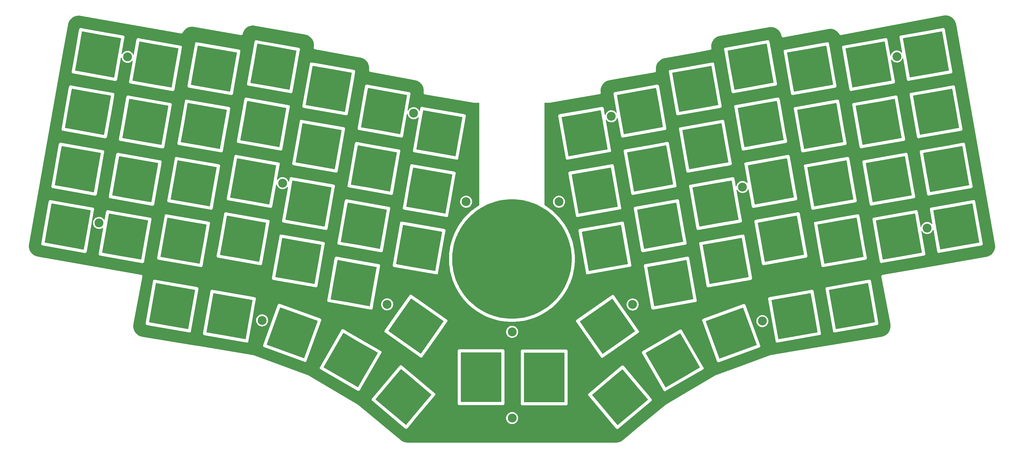
<source format=gbr>
%TF.GenerationSoftware,KiCad,Pcbnew,(6.0.5)*%
%TF.CreationDate,2022-11-14T00:40:42-08:00*%
%TF.ProjectId,po-modular-evq,706f2d6d-6f64-4756-9c61-722d6576712e,rev?*%
%TF.SameCoordinates,Original*%
%TF.FileFunction,Copper,L2,Bot*%
%TF.FilePolarity,Positive*%
%FSLAX46Y46*%
G04 Gerber Fmt 4.6, Leading zero omitted, Abs format (unit mm)*
G04 Created by KiCad (PCBNEW (6.0.5)) date 2022-11-14 00:40:42*
%MOMM*%
%LPD*%
G01*
G04 APERTURE LIST*
%TA.AperFunction,WasherPad*%
%ADD10C,2.900000*%
%TD*%
G04 APERTURE END LIST*
D10*
%TO.P,H11,*%
%TO.N,*%
X266542584Y-182865693D03*
%TD*%
%TO.P,H13,*%
%TO.N,*%
X362532581Y-157895694D03*
%TD*%
%TO.P,H14,*%
%TO.N,*%
X227262585Y-191780000D03*
%TD*%
%TO.P,H1,*%
%TO.N,*%
X101912586Y-102055688D03*
%TD*%
%TO.P,H8,*%
%TO.N,*%
X259592582Y-121455690D03*
%TD*%
%TO.P,H2,*%
%TO.N,*%
X195142587Y-120455688D03*
%TD*%
%TO.P,H5,*%
%TO.N,*%
X186532582Y-182815691D03*
%TD*%
%TO.P,H6,*%
%TO.N,*%
X145762583Y-188035688D03*
%TD*%
%TO.P,H10,*%
%TO.N,*%
X302342582Y-144515691D03*
%TD*%
%TO.P,H16,*%
%TO.N,*%
X242520000Y-149330000D03*
%TD*%
%TO.P,H15,*%
%TO.N,*%
X212270000Y-149330000D03*
%TD*%
%TO.P,H9,*%
%TO.N,*%
X352652583Y-101935691D03*
%TD*%
%TO.P,H3,*%
%TO.N,*%
X152452584Y-143265692D03*
%TD*%
%TO.P,H7,*%
%TO.N,*%
X227262585Y-219925692D03*
%TD*%
%TO.P,H4,*%
%TO.N,*%
X92612583Y-156245688D03*
%TD*%
%TO.P,H12,*%
%TO.N,*%
X308812583Y-188285693D03*
%TD*%
%TA.AperFunction,NonConductor*%
G36*
X227295060Y-148520574D02*
G01*
X228047469Y-148536992D01*
X228052950Y-148537232D01*
X228896055Y-148592491D01*
X228901523Y-148592970D01*
X229741403Y-148684951D01*
X229746854Y-148685668D01*
X230581958Y-148814204D01*
X230587371Y-148815159D01*
X230908787Y-148879092D01*
X231416050Y-148979992D01*
X231421388Y-148981176D01*
X232242111Y-149182006D01*
X232247415Y-149183428D01*
X232630471Y-149295078D01*
X233058565Y-149419856D01*
X233063808Y-149421509D01*
X233146238Y-149449490D01*
X233863892Y-149693100D01*
X233869028Y-149694970D01*
X234656526Y-150001211D01*
X234661585Y-150003307D01*
X234870096Y-150095054D01*
X235434945Y-150343594D01*
X235439927Y-150345917D01*
X236197692Y-150719605D01*
X236202569Y-150722143D01*
X236943343Y-151128546D01*
X236948104Y-151131296D01*
X237008161Y-151167740D01*
X237011316Y-151169718D01*
X237098691Y-151226352D01*
X237107294Y-151228925D01*
X237107976Y-151229240D01*
X237120489Y-151235900D01*
X237242239Y-151309780D01*
X237670423Y-151569609D01*
X237675060Y-151572563D01*
X237817410Y-151667678D01*
X238377596Y-152041982D01*
X238382065Y-152045111D01*
X238826284Y-152370826D01*
X239063466Y-152544735D01*
X239067827Y-152548082D01*
X239726733Y-153076910D01*
X239730945Y-153080443D01*
X240009303Y-153324556D01*
X240239199Y-153526169D01*
X240366201Y-153637547D01*
X240370254Y-153641261D01*
X240980586Y-154225527D01*
X240984473Y-154229414D01*
X241069476Y-154318209D01*
X241513944Y-154782506D01*
X241568739Y-154839746D01*
X241572449Y-154843795D01*
X241754792Y-155051717D01*
X242129557Y-155479055D01*
X242133090Y-155483267D01*
X242661918Y-156142173D01*
X242665265Y-156146534D01*
X242781723Y-156305363D01*
X243164889Y-156827935D01*
X243168018Y-156832404D01*
X243441175Y-157241212D01*
X243637437Y-157534940D01*
X243640383Y-157539564D01*
X244078722Y-158261923D01*
X244081439Y-158266628D01*
X244241942Y-158559186D01*
X244487857Y-159007431D01*
X244490395Y-159012308D01*
X244864083Y-159770073D01*
X244866406Y-159775055D01*
X244999304Y-160077088D01*
X245160698Y-160443882D01*
X245206689Y-160548405D01*
X245208789Y-160553474D01*
X245456037Y-161189269D01*
X245515025Y-161340957D01*
X245516905Y-161346123D01*
X245788491Y-162146192D01*
X245790144Y-162151435D01*
X246024033Y-162953871D01*
X246026571Y-162962580D01*
X246027993Y-162967885D01*
X246215907Y-163735821D01*
X246228821Y-163788597D01*
X246230008Y-163793950D01*
X246262558Y-163957591D01*
X246394841Y-164622629D01*
X246395796Y-164628042D01*
X246524332Y-165463146D01*
X246525049Y-165468595D01*
X246586905Y-166033398D01*
X246617030Y-166308473D01*
X246617509Y-166313945D01*
X246671537Y-167138257D01*
X246672768Y-167157045D01*
X246673008Y-167162531D01*
X246683730Y-167653928D01*
X246691440Y-168007251D01*
X246691440Y-168012749D01*
X246681087Y-168487236D01*
X246673008Y-168857463D01*
X246672768Y-168862950D01*
X246619714Y-169672413D01*
X246617509Y-169706051D01*
X246617030Y-169711523D01*
X246525049Y-170551403D01*
X246524332Y-170556854D01*
X246395796Y-171391958D01*
X246394841Y-171397371D01*
X246230011Y-172226035D01*
X246228824Y-172231388D01*
X246032541Y-173033530D01*
X246027994Y-173052111D01*
X246026572Y-173057415D01*
X245909416Y-173459361D01*
X245790144Y-173868565D01*
X245788491Y-173873808D01*
X245516912Y-174673857D01*
X245516905Y-174673877D01*
X245515030Y-174679028D01*
X245292093Y-175252311D01*
X245208793Y-175466516D01*
X245206689Y-175471595D01*
X244866406Y-176244945D01*
X244864083Y-176249927D01*
X244490395Y-177007692D01*
X244487857Y-177012569D01*
X244327960Y-177304024D01*
X244081439Y-177753372D01*
X244078722Y-177758077D01*
X243643633Y-178475081D01*
X243640391Y-178480424D01*
X243637437Y-178485060D01*
X243635919Y-178487332D01*
X243168018Y-179187596D01*
X243164889Y-179192065D01*
X242827063Y-179652801D01*
X242665265Y-179873466D01*
X242661918Y-179877827D01*
X242133090Y-180536733D01*
X242129557Y-180540945D01*
X241924400Y-180774882D01*
X241575785Y-181172402D01*
X241572453Y-181176201D01*
X241568742Y-181180251D01*
X241367811Y-181390146D01*
X240984473Y-181790586D01*
X240980586Y-181794473D01*
X240779023Y-181987428D01*
X240429274Y-182322240D01*
X240370254Y-182378739D01*
X240366205Y-182382449D01*
X240200111Y-182528110D01*
X239730945Y-182939557D01*
X239726733Y-182943090D01*
X239067827Y-183471918D01*
X239063466Y-183475265D01*
X238382065Y-183974889D01*
X238377596Y-183978018D01*
X237924937Y-184280475D01*
X237675060Y-184447437D01*
X237670436Y-184450383D01*
X236948077Y-184888722D01*
X236943372Y-184891439D01*
X236572962Y-185094653D01*
X236202569Y-185297857D01*
X236197692Y-185300395D01*
X235439927Y-185674083D01*
X235434945Y-185676406D01*
X235208876Y-185775879D01*
X234661585Y-186016693D01*
X234656526Y-186018789D01*
X233869028Y-186325030D01*
X233863892Y-186326900D01*
X233617336Y-186410594D01*
X233063808Y-186598491D01*
X233058565Y-186600144D01*
X232247420Y-186836571D01*
X232242115Y-186837993D01*
X231421388Y-187038824D01*
X231416050Y-187040008D01*
X231008286Y-187121117D01*
X230587371Y-187204841D01*
X230581958Y-187205796D01*
X229746854Y-187334332D01*
X229741405Y-187335049D01*
X228901523Y-187427030D01*
X228896055Y-187427509D01*
X228052950Y-187482768D01*
X228047469Y-187483008D01*
X227295060Y-187499426D01*
X227202749Y-187501440D01*
X227197251Y-187501440D01*
X227104940Y-187499426D01*
X226352531Y-187483008D01*
X226347050Y-187482768D01*
X225503945Y-187427509D01*
X225498477Y-187427030D01*
X224658595Y-187335049D01*
X224653146Y-187334332D01*
X223818042Y-187205796D01*
X223812629Y-187204841D01*
X223391714Y-187121117D01*
X222983950Y-187040008D01*
X222978612Y-187038824D01*
X222157885Y-186837993D01*
X222152580Y-186836571D01*
X221341435Y-186600144D01*
X221336192Y-186598491D01*
X220782664Y-186410594D01*
X220536108Y-186326900D01*
X220530972Y-186325030D01*
X219743474Y-186018789D01*
X219738415Y-186016693D01*
X219191124Y-185775879D01*
X218965055Y-185676406D01*
X218960073Y-185674083D01*
X218202308Y-185300395D01*
X218197431Y-185297857D01*
X217827038Y-185094653D01*
X217456628Y-184891439D01*
X217451923Y-184888722D01*
X216729564Y-184450383D01*
X216724940Y-184447437D01*
X216475063Y-184280475D01*
X216022404Y-183978018D01*
X216017935Y-183974889D01*
X215336534Y-183475265D01*
X215332173Y-183471918D01*
X214673267Y-182943090D01*
X214669055Y-182939557D01*
X214199889Y-182528110D01*
X214033795Y-182382449D01*
X214029746Y-182378739D01*
X213970727Y-182322240D01*
X213620977Y-181987428D01*
X213419414Y-181794473D01*
X213415527Y-181790586D01*
X213032189Y-181390146D01*
X212831258Y-181180251D01*
X212827547Y-181176201D01*
X212824216Y-181172402D01*
X212475600Y-180774882D01*
X212270443Y-180540945D01*
X212266910Y-180536733D01*
X211738082Y-179877827D01*
X211734735Y-179873466D01*
X211572937Y-179652801D01*
X211235111Y-179192065D01*
X211231982Y-179187596D01*
X210764081Y-178487332D01*
X210762563Y-178485060D01*
X210759609Y-178480424D01*
X210756367Y-178475081D01*
X210321278Y-177758077D01*
X210318561Y-177753372D01*
X210072040Y-177304024D01*
X209912143Y-177012569D01*
X209909605Y-177007692D01*
X209535917Y-176249927D01*
X209533594Y-176244945D01*
X209193311Y-175471595D01*
X209191207Y-175466516D01*
X209107907Y-175252311D01*
X208884970Y-174679028D01*
X208883095Y-174673877D01*
X208883089Y-174673857D01*
X208611509Y-173873808D01*
X208609856Y-173868565D01*
X208490584Y-173459361D01*
X208373428Y-173057415D01*
X208372006Y-173052111D01*
X208367459Y-173033530D01*
X208171176Y-172231388D01*
X208169989Y-172226035D01*
X208005159Y-171397371D01*
X208004204Y-171391958D01*
X207875668Y-170556854D01*
X207874951Y-170551403D01*
X207782970Y-169711523D01*
X207782491Y-169706051D01*
X207780286Y-169672413D01*
X207727232Y-168862950D01*
X207726992Y-168857463D01*
X207718914Y-168487236D01*
X207708560Y-168012749D01*
X207708560Y-168007251D01*
X207716270Y-167653928D01*
X207726992Y-167162531D01*
X207727232Y-167157045D01*
X207728464Y-167138257D01*
X207782491Y-166313945D01*
X207782970Y-166308473D01*
X207813096Y-166033398D01*
X207874951Y-165468595D01*
X207875668Y-165463146D01*
X208004204Y-164628042D01*
X208005159Y-164622629D01*
X208137442Y-163957591D01*
X208169992Y-163793950D01*
X208171179Y-163788597D01*
X208184094Y-163735821D01*
X208372007Y-162967885D01*
X208373429Y-162962580D01*
X208375968Y-162953871D01*
X208609856Y-162151435D01*
X208611509Y-162146192D01*
X208883095Y-161346123D01*
X208884975Y-161340957D01*
X208943964Y-161189269D01*
X209191211Y-160553474D01*
X209193311Y-160548405D01*
X209239303Y-160443882D01*
X209400696Y-160077088D01*
X209533594Y-159775055D01*
X209535917Y-159770073D01*
X209909605Y-159012308D01*
X209912143Y-159007431D01*
X210158058Y-158559186D01*
X210318561Y-158266628D01*
X210321278Y-158261923D01*
X210759617Y-157539564D01*
X210762563Y-157534940D01*
X210958825Y-157241212D01*
X211231982Y-156832404D01*
X211235111Y-156827935D01*
X211618277Y-156305363D01*
X211734735Y-156146534D01*
X211738082Y-156142173D01*
X212266910Y-155483267D01*
X212270443Y-155479055D01*
X212645208Y-155051717D01*
X212827551Y-154843795D01*
X212831261Y-154839746D01*
X212886057Y-154782506D01*
X213330524Y-154318209D01*
X213415527Y-154229414D01*
X213419414Y-154225527D01*
X214029746Y-153641261D01*
X214033799Y-153637547D01*
X214160802Y-153526169D01*
X214390697Y-153324556D01*
X214669055Y-153080443D01*
X214673267Y-153076910D01*
X215332173Y-152548082D01*
X215336534Y-152544735D01*
X215573716Y-152370826D01*
X216017935Y-152045111D01*
X216022404Y-152041982D01*
X216724945Y-151572559D01*
X216729567Y-151569615D01*
X217213802Y-151275774D01*
X217223270Y-151270808D01*
X217229776Y-151268949D01*
X217239590Y-151262757D01*
X217347711Y-151194538D01*
X217349552Y-151193399D01*
X217451923Y-151131278D01*
X217456628Y-151128561D01*
X217912433Y-150878498D01*
X218197431Y-150722143D01*
X218202308Y-150719605D01*
X218960073Y-150345917D01*
X218965055Y-150343594D01*
X219529904Y-150095054D01*
X219738415Y-150003307D01*
X219743474Y-150001211D01*
X220530972Y-149694970D01*
X220536108Y-149693100D01*
X221253762Y-149449490D01*
X221336192Y-149421509D01*
X221341435Y-149419856D01*
X221769529Y-149295078D01*
X222152585Y-149183428D01*
X222157889Y-149182006D01*
X222978612Y-148981176D01*
X222983950Y-148979992D01*
X223491213Y-148879092D01*
X223812629Y-148815159D01*
X223818042Y-148814204D01*
X224653146Y-148685668D01*
X224658597Y-148684951D01*
X225498477Y-148592970D01*
X225503945Y-148592491D01*
X226347050Y-148537232D01*
X226352531Y-148536992D01*
X227104940Y-148520574D01*
X227197251Y-148518560D01*
X227202749Y-148518560D01*
X227295060Y-148520574D01*
G37*
%TD.AperFunction*%
%TA.AperFunction,NonConductor*%
G36*
X367340195Y-93792663D02*
G01*
X367395299Y-93837430D01*
X367415602Y-93886999D01*
X368513938Y-100115975D01*
X369626317Y-106424587D01*
X369618448Y-106495146D01*
X369573681Y-106550250D01*
X369524112Y-106570553D01*
X364373759Y-107478699D01*
X356986524Y-108781268D01*
X356915965Y-108773399D01*
X356860861Y-108728632D01*
X356840558Y-108679062D01*
X356834915Y-108647055D01*
X355710925Y-102272593D01*
X354629843Y-96141475D01*
X354637712Y-96070916D01*
X354682479Y-96015812D01*
X354732048Y-95995509D01*
X361317240Y-94834362D01*
X367269636Y-93784794D01*
X367340195Y-93792663D01*
G37*
%TD.AperFunction*%
%TA.AperFunction,NonConductor*%
G36*
X348628846Y-97091979D02*
G01*
X348683950Y-97136746D01*
X348704253Y-97186315D01*
X349701125Y-102839859D01*
X350914968Y-109723903D01*
X350907099Y-109794462D01*
X350862332Y-109849566D01*
X350812763Y-109869869D01*
X344981817Y-110898022D01*
X338275175Y-112080584D01*
X338204616Y-112072715D01*
X338149512Y-112027948D01*
X338129209Y-111978378D01*
X338127437Y-111968325D01*
X336825309Y-104583596D01*
X335918494Y-99440791D01*
X335926363Y-99370232D01*
X335971130Y-99315128D01*
X336020699Y-99294825D01*
X342323904Y-98183400D01*
X348558287Y-97084110D01*
X348628846Y-97091979D01*
G37*
%TD.AperFunction*%
%TA.AperFunction,NonConductor*%
G36*
X93090494Y-94834362D02*
G01*
X99699509Y-95999709D01*
X99763120Y-96031236D01*
X99799590Y-96092150D01*
X99801714Y-96145675D01*
X98801642Y-101817368D01*
X97591741Y-108679062D01*
X97591000Y-108683263D01*
X97559473Y-108746875D01*
X97498559Y-108783345D01*
X97445034Y-108785469D01*
X90032958Y-107478520D01*
X84907445Y-106574754D01*
X84843834Y-106543227D01*
X84807364Y-106482313D01*
X84805240Y-106428788D01*
X85962744Y-99864256D01*
X87015954Y-93891200D01*
X87047481Y-93827589D01*
X87108395Y-93791119D01*
X87161920Y-93788995D01*
X93090494Y-94834362D01*
G37*
%TD.AperFunction*%
%TA.AperFunction,NonConductor*%
G36*
X110971767Y-97987310D02*
G01*
X118410854Y-99299021D01*
X118474465Y-99330548D01*
X118510935Y-99391462D01*
X118513059Y-99444987D01*
X117442775Y-105514870D01*
X116304858Y-111968325D01*
X116302345Y-111982575D01*
X116270818Y-112046187D01*
X116209904Y-112082657D01*
X116156379Y-112084781D01*
X109684726Y-110943654D01*
X103618790Y-109874066D01*
X103555179Y-109842539D01*
X103518709Y-109781625D01*
X103516585Y-109728100D01*
X104800906Y-102444353D01*
X105727299Y-97190512D01*
X105758826Y-97126901D01*
X105819740Y-97090431D01*
X105873265Y-97088307D01*
X110971767Y-97987310D01*
G37*
%TD.AperFunction*%
%TA.AperFunction,NonConductor*%
G36*
X310164258Y-97781771D02*
G01*
X310219362Y-97826538D01*
X310239665Y-97876107D01*
X311307069Y-103929656D01*
X312450380Y-110413695D01*
X312442511Y-110484254D01*
X312397744Y-110539358D01*
X312348175Y-110559661D01*
X306413518Y-111606101D01*
X299810587Y-112770376D01*
X299740028Y-112762507D01*
X299684924Y-112717740D01*
X299664621Y-112668170D01*
X299653049Y-112602538D01*
X298375823Y-105359032D01*
X297453906Y-100130583D01*
X297461775Y-100060024D01*
X297506542Y-100004920D01*
X297556111Y-99984617D01*
X304318644Y-98792200D01*
X310093699Y-97773902D01*
X310164258Y-97781771D01*
G37*
%TD.AperFunction*%
%TA.AperFunction,NonConductor*%
G36*
X150089133Y-98792200D02*
G01*
X156875438Y-99988808D01*
X156939049Y-100020335D01*
X156975519Y-100081249D01*
X156977643Y-100134774D01*
X156028987Y-105514870D01*
X154767789Y-112667487D01*
X154766929Y-112672362D01*
X154735402Y-112735974D01*
X154674488Y-112772444D01*
X154620963Y-112774568D01*
X148114103Y-111627233D01*
X142083374Y-110563853D01*
X142019763Y-110532326D01*
X141983293Y-110471412D01*
X141981169Y-110417887D01*
X143118585Y-103967280D01*
X144191883Y-97880299D01*
X144223410Y-97816688D01*
X144284324Y-97780218D01*
X144337849Y-97778094D01*
X150089133Y-98792200D01*
G37*
%TD.AperFunction*%
%TA.AperFunction,NonConductor*%
G36*
X329570201Y-98421686D02*
G01*
X329625305Y-98466453D01*
X329645608Y-98516022D01*
X330639289Y-104151465D01*
X331856323Y-111053610D01*
X331848454Y-111124169D01*
X331803687Y-111179273D01*
X331754118Y-111199576D01*
X325915385Y-112229102D01*
X319216530Y-113410291D01*
X319145971Y-113402422D01*
X319090867Y-113357655D01*
X319070564Y-113308085D01*
X319066324Y-113284035D01*
X317932004Y-106850993D01*
X316859849Y-100770498D01*
X316867718Y-100699939D01*
X316912485Y-100644835D01*
X316962054Y-100624532D01*
X323492365Y-99473062D01*
X329499642Y-98413817D01*
X329570201Y-98421686D01*
G37*
%TD.AperFunction*%
%TA.AperFunction,NonConductor*%
G36*
X130912875Y-99472618D02*
G01*
X137469499Y-100628727D01*
X137533110Y-100660254D01*
X137569580Y-100721168D01*
X137571704Y-100774693D01*
X136551115Y-106562743D01*
X135365971Y-113284035D01*
X135360990Y-113312281D01*
X135329463Y-113375893D01*
X135268549Y-113412363D01*
X135215024Y-113414487D01*
X128854999Y-112293043D01*
X122677435Y-111203772D01*
X122613824Y-111172245D01*
X122577354Y-111111331D01*
X122575230Y-111057806D01*
X123770103Y-104281343D01*
X124785944Y-98520218D01*
X124817471Y-98456607D01*
X124878385Y-98420137D01*
X124931910Y-98418013D01*
X130912875Y-99472618D01*
G37*
%TD.AperFunction*%
%TA.AperFunction,NonConductor*%
G36*
X292147514Y-105020312D02*
G01*
X292202618Y-105065079D01*
X292222921Y-105114648D01*
X293307079Y-111263213D01*
X294433636Y-117652236D01*
X294425767Y-117722795D01*
X294381000Y-117777899D01*
X294331431Y-117798202D01*
X288282515Y-118864789D01*
X281793843Y-120008917D01*
X281723284Y-120001048D01*
X281668180Y-119956281D01*
X281647877Y-119906711D01*
X281625632Y-119780550D01*
X280496768Y-113378447D01*
X279437162Y-107369124D01*
X279445031Y-107298565D01*
X279489798Y-107243461D01*
X279539367Y-107223158D01*
X286883326Y-105928220D01*
X292076955Y-105012443D01*
X292147514Y-105020312D01*
G37*
%TD.AperFunction*%
%TA.AperFunction,NonConductor*%
G36*
X168261998Y-106058275D02*
G01*
X174892184Y-107227355D01*
X174955795Y-107258882D01*
X174992265Y-107319796D01*
X174994389Y-107373321D01*
X173968105Y-113193672D01*
X172784208Y-119907888D01*
X172783675Y-119910909D01*
X172752148Y-119974521D01*
X172691234Y-120010991D01*
X172637709Y-120013115D01*
X165895763Y-118824328D01*
X160100120Y-117802400D01*
X160036509Y-117770873D01*
X160000039Y-117709959D01*
X159997915Y-117656434D01*
X161104779Y-111379092D01*
X162208629Y-105118846D01*
X162240156Y-105055235D01*
X162301070Y-105018765D01*
X162354595Y-105016641D01*
X168261998Y-106058275D01*
G37*
%TD.AperFunction*%
%TA.AperFunction,NonConductor*%
G36*
X370639502Y-112504009D02*
G01*
X370694606Y-112548776D01*
X370714909Y-112598345D01*
X371791424Y-118703568D01*
X372925624Y-125135933D01*
X372917755Y-125206492D01*
X372872988Y-125261596D01*
X372823419Y-125281899D01*
X367673129Y-126190034D01*
X360285831Y-127492614D01*
X360215272Y-127484745D01*
X360160168Y-127439978D01*
X360139865Y-127390408D01*
X360115026Y-127249536D01*
X358981218Y-120819394D01*
X357929150Y-114852821D01*
X357937019Y-114782262D01*
X357981786Y-114727158D01*
X358031355Y-114706855D01*
X364979793Y-113481658D01*
X370568943Y-112496140D01*
X370639502Y-112504009D01*
G37*
%TD.AperFunction*%
%TA.AperFunction,NonConductor*%
G36*
X89922682Y-113568887D02*
G01*
X96400192Y-114711046D01*
X96463803Y-114742573D01*
X96500273Y-114803487D01*
X96502397Y-114857012D01*
X95456767Y-120787079D01*
X94317262Y-127249536D01*
X94291683Y-127394600D01*
X94260156Y-127458212D01*
X94199242Y-127494682D01*
X94145717Y-127496806D01*
X86733641Y-126189857D01*
X81608128Y-125286091D01*
X81544517Y-125254564D01*
X81508047Y-125193650D01*
X81505923Y-125140125D01*
X82642827Y-118692418D01*
X83716637Y-112602537D01*
X83748164Y-112538926D01*
X83809078Y-112502456D01*
X83862603Y-112500332D01*
X89922682Y-113568887D01*
G37*
%TD.AperFunction*%
%TA.AperFunction,NonConductor*%
G36*
X351928159Y-115803329D02*
G01*
X351983263Y-115848096D01*
X352003566Y-115897665D01*
X352961778Y-121331955D01*
X354214281Y-128435253D01*
X354206412Y-128505812D01*
X354161645Y-128560916D01*
X354112076Y-128581219D01*
X347906179Y-129675486D01*
X341574488Y-130791934D01*
X341503929Y-130784065D01*
X341448825Y-130739298D01*
X341428522Y-130689728D01*
X341425523Y-130672716D01*
X340146146Y-123417013D01*
X339217807Y-118152141D01*
X339225676Y-118081582D01*
X339270443Y-118026478D01*
X339320012Y-118006175D01*
X347362315Y-116588100D01*
X351857600Y-115795460D01*
X351928159Y-115803329D01*
G37*
%TD.AperFunction*%
%TA.AperFunction,NonConductor*%
G36*
X108842743Y-116905006D02*
G01*
X115111538Y-118010363D01*
X115175149Y-118041890D01*
X115211619Y-118102804D01*
X115213743Y-118156329D01*
X114349215Y-123059315D01*
X113003768Y-130689728D01*
X113003029Y-130693917D01*
X112971502Y-130757529D01*
X112910588Y-130793999D01*
X112857063Y-130796123D01*
X106385467Y-129655006D01*
X100319474Y-128585408D01*
X100255863Y-128553881D01*
X100219393Y-128492967D01*
X100217269Y-128439442D01*
X101449482Y-121451212D01*
X102427983Y-115901854D01*
X102459510Y-115838243D01*
X102520424Y-115801773D01*
X102573949Y-115799649D01*
X108842743Y-116905006D01*
G37*
%TD.AperFunction*%
%TA.AperFunction,NonConductor*%
G36*
X313463581Y-116493110D02*
G01*
X313518685Y-116537877D01*
X313538988Y-116587446D01*
X314601038Y-122610634D01*
X315749703Y-129125034D01*
X315741834Y-129195593D01*
X315697067Y-129250697D01*
X315647498Y-129271000D01*
X309608399Y-130335856D01*
X303109910Y-131481715D01*
X303039351Y-131473846D01*
X302984247Y-131429079D01*
X302963944Y-131379509D01*
X302942894Y-131260125D01*
X301559941Y-123417013D01*
X300753229Y-118841922D01*
X300761098Y-118771363D01*
X300805865Y-118716259D01*
X300855434Y-118695956D01*
X307617950Y-117503542D01*
X313393022Y-116485241D01*
X313463581Y-116493110D01*
G37*
%TD.AperFunction*%
%TA.AperFunction,NonConductor*%
G36*
X147079903Y-117554702D02*
G01*
X153576122Y-118700160D01*
X153639733Y-118731687D01*
X153676203Y-118792601D01*
X153678327Y-118846126D01*
X152810718Y-123766581D01*
X151480665Y-131309695D01*
X151467613Y-131383714D01*
X151436086Y-131447326D01*
X151375172Y-131483796D01*
X151321647Y-131485920D01*
X144814753Y-130338579D01*
X138784058Y-129275205D01*
X138720447Y-129243678D01*
X138683977Y-129182764D01*
X138681853Y-129129239D01*
X139815904Y-122697715D01*
X140892567Y-116591651D01*
X140924094Y-116528040D01*
X140985008Y-116491570D01*
X141038533Y-116489446D01*
X147079903Y-117554702D01*
G37*
%TD.AperFunction*%
%TA.AperFunction,NonConductor*%
G36*
X332869513Y-117133027D02*
G01*
X332924617Y-117177794D01*
X332944920Y-117227363D01*
X333910169Y-122701565D01*
X335155635Y-129764951D01*
X335147766Y-129835510D01*
X335102999Y-129890614D01*
X335053430Y-129910917D01*
X329214669Y-130940448D01*
X322515842Y-132121632D01*
X322445283Y-132113763D01*
X322390179Y-132068996D01*
X322369876Y-132019426D01*
X322351772Y-131916750D01*
X321225592Y-125529872D01*
X320159161Y-119481839D01*
X320167030Y-119411280D01*
X320211797Y-119356176D01*
X320261366Y-119335873D01*
X327004373Y-118146899D01*
X332798954Y-117125158D01*
X332869513Y-117133027D01*
G37*
%TD.AperFunction*%
%TA.AperFunction,NonConductor*%
G36*
X127510904Y-118165864D02*
G01*
X134170184Y-119340074D01*
X134233795Y-119371601D01*
X134270265Y-119432515D01*
X134272389Y-119486040D01*
X133179664Y-125683192D01*
X132080575Y-131916442D01*
X132061675Y-132023628D01*
X132030148Y-132087240D01*
X131969234Y-132123710D01*
X131915709Y-132125834D01*
X125340981Y-130966532D01*
X119378120Y-129915119D01*
X119314509Y-129883592D01*
X119278039Y-129822678D01*
X119275915Y-129769153D01*
X120419660Y-123282652D01*
X121486629Y-117231565D01*
X121518156Y-117167954D01*
X121579070Y-117131484D01*
X121632595Y-117129360D01*
X127510904Y-118165864D01*
G37*
%TD.AperFunction*%
%TA.AperFunction,NonConductor*%
G36*
X274130756Y-112258851D02*
G01*
X274185860Y-112303618D01*
X274206163Y-112353187D01*
X275270651Y-118390200D01*
X276416878Y-124890775D01*
X276409009Y-124961334D01*
X276364242Y-125016438D01*
X276314673Y-125036741D01*
X270209628Y-126113225D01*
X263777085Y-127247456D01*
X263706526Y-127239587D01*
X263651422Y-127194820D01*
X263631119Y-127145250D01*
X263462658Y-126189857D01*
X262299974Y-119595951D01*
X261420404Y-114607663D01*
X261428273Y-114537104D01*
X261473040Y-114482000D01*
X261522609Y-114461697D01*
X268396061Y-113249722D01*
X274060197Y-112250982D01*
X274130756Y-112258851D01*
G37*
%TD.AperFunction*%
%TA.AperFunction,NonConductor*%
G36*
X256113999Y-119497403D02*
G01*
X256169103Y-119542170D01*
X256189406Y-119591739D01*
X257210024Y-125379954D01*
X258400121Y-132129327D01*
X258392252Y-132199886D01*
X258347485Y-132254990D01*
X258297916Y-132275293D01*
X252784732Y-133247416D01*
X245760328Y-134486008D01*
X245689769Y-134478139D01*
X245634665Y-134433372D01*
X245614362Y-134383802D01*
X245611319Y-134366541D01*
X244477844Y-127938286D01*
X243403647Y-121846215D01*
X243411516Y-121775656D01*
X243456283Y-121720552D01*
X243505852Y-121700249D01*
X250913885Y-120394013D01*
X256043440Y-119489534D01*
X256113999Y-119497403D01*
G37*
%TD.AperFunction*%
%TA.AperFunction,NonConductor*%
G36*
X186402047Y-113318559D02*
G01*
X192908945Y-114465900D01*
X192972556Y-114497427D01*
X193009026Y-114558341D01*
X193011150Y-114611866D01*
X192040252Y-120118105D01*
X190969608Y-126190034D01*
X190800436Y-127149454D01*
X190768909Y-127213066D01*
X190707995Y-127249536D01*
X190654470Y-127251660D01*
X184310489Y-126133045D01*
X178116881Y-125040945D01*
X178053270Y-125009418D01*
X178016800Y-124948504D01*
X178014676Y-124894979D01*
X179150367Y-118454155D01*
X180225390Y-112357391D01*
X180256917Y-112293780D01*
X180317831Y-112257310D01*
X180371356Y-112255186D01*
X186402047Y-113318559D01*
G37*
%TD.AperFunction*%
%TA.AperFunction,NonConductor*%
G36*
X203493775Y-120394013D02*
G01*
X210925688Y-121704459D01*
X210989299Y-121735986D01*
X211025769Y-121796900D01*
X211027893Y-121850425D01*
X210262703Y-126190034D01*
X208817782Y-134384595D01*
X208817179Y-134388013D01*
X208785652Y-134451625D01*
X208724738Y-134488095D01*
X208671213Y-134490219D01*
X201638370Y-133250139D01*
X196133624Y-132279504D01*
X196070013Y-132247977D01*
X196033543Y-132187063D01*
X196031419Y-132133538D01*
X197192669Y-125547762D01*
X198242133Y-119595950D01*
X198273660Y-119532339D01*
X198334574Y-119495869D01*
X198388099Y-119493745D01*
X203493775Y-120394013D01*
G37*
%TD.AperFunction*%
%TA.AperFunction,NonConductor*%
G36*
X295446822Y-123731657D02*
G01*
X295501926Y-123776424D01*
X295522229Y-123825993D01*
X296572770Y-129783906D01*
X297732944Y-136363581D01*
X297725075Y-136434140D01*
X297680308Y-136489244D01*
X297630739Y-136509547D01*
X292111679Y-137482706D01*
X285093151Y-138720262D01*
X285022592Y-138712393D01*
X284967488Y-138667626D01*
X284947185Y-138618056D01*
X284891648Y-138303087D01*
X283802431Y-132125834D01*
X282736470Y-126080469D01*
X282744339Y-126009910D01*
X282789106Y-125954806D01*
X282838675Y-125934503D01*
X289107469Y-124829146D01*
X295376263Y-123723788D01*
X295446822Y-123731657D01*
G37*
%TD.AperFunction*%
%TA.AperFunction,NonConductor*%
G36*
X165324079Y-124833344D02*
G01*
X171592874Y-125938701D01*
X171656485Y-125970228D01*
X171692955Y-126031142D01*
X171695079Y-126084667D01*
X170667912Y-131910025D01*
X169558665Y-138200881D01*
X169484365Y-138622255D01*
X169452838Y-138685867D01*
X169391924Y-138722337D01*
X169338399Y-138724461D01*
X162588706Y-137534308D01*
X156800810Y-136513746D01*
X156737199Y-136482219D01*
X156700729Y-136421305D01*
X156698605Y-136367780D01*
X157838562Y-129902758D01*
X158909319Y-123830192D01*
X158940846Y-123766581D01*
X159001760Y-123730111D01*
X159055285Y-123727987D01*
X165324079Y-124833344D01*
G37*
%TD.AperFunction*%
%TA.AperFunction,NonConductor*%
G36*
X277430059Y-130970197D02*
G01*
X277485163Y-131014964D01*
X277505466Y-131064533D01*
X278582872Y-137174809D01*
X279716181Y-143602121D01*
X279708312Y-143672680D01*
X279663545Y-143727784D01*
X279613976Y-143748087D01*
X273626894Y-144803771D01*
X267076388Y-145958802D01*
X267005829Y-145950933D01*
X266950725Y-145906166D01*
X266930422Y-145856596D01*
X266911032Y-145746626D01*
X265797513Y-139431551D01*
X264719707Y-133319009D01*
X264727576Y-133248450D01*
X264772343Y-133193346D01*
X264821912Y-133173043D01*
X271925845Y-131920428D01*
X277359500Y-130962328D01*
X277430059Y-130970197D01*
G37*
%TD.AperFunction*%
%TA.AperFunction,NonConductor*%
G36*
X182481856Y-131920428D02*
G01*
X189609629Y-133177246D01*
X189673240Y-133208773D01*
X189709710Y-133269687D01*
X189711834Y-133323212D01*
X188648725Y-139352405D01*
X187604081Y-145276881D01*
X187501120Y-145860800D01*
X187469593Y-145924412D01*
X187408679Y-145960882D01*
X187355154Y-145963006D01*
X180572692Y-144767075D01*
X174817565Y-143752291D01*
X174753954Y-143720764D01*
X174717484Y-143659850D01*
X174715360Y-143606325D01*
X175851051Y-137165500D01*
X176926074Y-131068737D01*
X176957601Y-131005126D01*
X177018515Y-130968656D01*
X177072040Y-130966532D01*
X182481856Y-131920428D01*
G37*
%TD.AperFunction*%
%TA.AperFunction,NonConductor*%
G36*
X373938818Y-131215358D02*
G01*
X373993922Y-131260125D01*
X374014225Y-131309694D01*
X375050056Y-137184186D01*
X376224940Y-143847282D01*
X376217071Y-143917841D01*
X376172304Y-143972945D01*
X376122735Y-143993248D01*
X370327036Y-145015186D01*
X363585147Y-146203963D01*
X363514588Y-146196094D01*
X363459484Y-146151327D01*
X363439181Y-146101757D01*
X363418574Y-145984886D01*
X362279688Y-139525944D01*
X361228466Y-133564170D01*
X361236335Y-133493611D01*
X361281102Y-133438507D01*
X361330671Y-133418204D01*
X367675327Y-132299470D01*
X373868259Y-131207489D01*
X373938818Y-131215358D01*
G37*
%TD.AperFunction*%
%TA.AperFunction,NonConductor*%
G36*
X86792203Y-132310011D02*
G01*
X93100884Y-133422401D01*
X93164495Y-133453928D01*
X93200965Y-133514842D01*
X93203089Y-133568367D01*
X92293931Y-138724461D01*
X91013723Y-145984886D01*
X90992375Y-146105955D01*
X90960848Y-146169567D01*
X90899934Y-146206037D01*
X90846409Y-146208161D01*
X84090551Y-145016921D01*
X78308820Y-143997446D01*
X78245209Y-143965919D01*
X78208739Y-143905005D01*
X78206615Y-143851480D01*
X79341065Y-137417691D01*
X80417329Y-131313892D01*
X80448856Y-131250281D01*
X80509770Y-131213811D01*
X80563295Y-131211687D01*
X86792203Y-132310011D01*
G37*
%TD.AperFunction*%
%TA.AperFunction,NonConductor*%
G36*
X355227471Y-134514672D02*
G01*
X355282575Y-134559439D01*
X355302878Y-134609008D01*
X356271373Y-140101616D01*
X357513593Y-147146596D01*
X357505724Y-147217155D01*
X357460957Y-147272259D01*
X357411388Y-147292562D01*
X351205508Y-148386826D01*
X344873800Y-149503277D01*
X344803241Y-149495408D01*
X344748137Y-149450641D01*
X344727834Y-149401071D01*
X344720167Y-149357586D01*
X343535779Y-142640592D01*
X342517119Y-136863484D01*
X342524988Y-136792925D01*
X342569755Y-136737821D01*
X342619324Y-136717518D01*
X349407991Y-135520493D01*
X355156912Y-134506803D01*
X355227471Y-134514672D01*
G37*
%TD.AperFunction*%
%TA.AperFunction,NonConductor*%
G36*
X105451543Y-135600154D02*
G01*
X111812224Y-136721713D01*
X111875835Y-136753240D01*
X111912305Y-136814154D01*
X111914429Y-136867679D01*
X110912011Y-142552674D01*
X109706229Y-149391011D01*
X109703715Y-149405267D01*
X109672188Y-149468879D01*
X109611274Y-149505349D01*
X109557749Y-149507473D01*
X102985397Y-148348590D01*
X97020160Y-147296758D01*
X96956549Y-147265231D01*
X96920079Y-147204317D01*
X96917955Y-147150792D01*
X98023312Y-140881999D01*
X99128669Y-134613204D01*
X99160196Y-134549593D01*
X99221110Y-134513123D01*
X99274635Y-134510999D01*
X105451543Y-135600154D01*
G37*
%TD.AperFunction*%
%TA.AperFunction,NonConductor*%
G36*
X336168837Y-135844372D02*
G01*
X336223941Y-135889139D01*
X336244244Y-135938708D01*
X337240571Y-141589161D01*
X338454959Y-148476296D01*
X338447090Y-148546855D01*
X338402323Y-148601959D01*
X338352754Y-148622262D01*
X333092174Y-149549844D01*
X325815166Y-150832977D01*
X325744607Y-150825108D01*
X325689503Y-150780341D01*
X325669200Y-150730771D01*
X325665508Y-150709829D01*
X324528443Y-144261216D01*
X323458485Y-138193184D01*
X323466354Y-138122625D01*
X323511121Y-138067521D01*
X323560690Y-138047218D01*
X329987336Y-136914027D01*
X336098278Y-135836503D01*
X336168837Y-135844372D01*
G37*
%TD.AperFunction*%
%TA.AperFunction,NonConductor*%
G36*
X123733622Y-136792925D02*
G01*
X130870866Y-138051413D01*
X130934477Y-138082940D01*
X130970947Y-138143854D01*
X130973071Y-138197379D01*
X129953426Y-143980078D01*
X128765066Y-150719605D01*
X128762357Y-150734967D01*
X128730830Y-150798579D01*
X128669916Y-150835049D01*
X128616391Y-150837173D01*
X121893807Y-149651800D01*
X116078802Y-148626458D01*
X116015191Y-148594931D01*
X115978721Y-148534017D01*
X115976597Y-148480492D01*
X117153703Y-141804789D01*
X118187311Y-135942904D01*
X118218838Y-135879293D01*
X118279752Y-135842823D01*
X118333277Y-135840699D01*
X123733622Y-136792925D01*
G37*
%TD.AperFunction*%
%TA.AperFunction,NonConductor*%
G36*
X259413315Y-138208750D02*
G01*
X259468419Y-138253517D01*
X259488722Y-138303086D01*
X260566216Y-144413860D01*
X261699437Y-150840674D01*
X261691568Y-150911233D01*
X261646801Y-150966337D01*
X261597232Y-150986640D01*
X255603492Y-152043498D01*
X249059644Y-153197355D01*
X248989085Y-153189486D01*
X248933981Y-153144719D01*
X248913678Y-153095149D01*
X248907827Y-153061963D01*
X247652695Y-145943761D01*
X246702963Y-140557562D01*
X246710832Y-140487003D01*
X246755599Y-140431899D01*
X246805168Y-140411596D01*
X253073962Y-139306239D01*
X259342756Y-138200881D01*
X259413315Y-138208750D01*
G37*
%TD.AperFunction*%
%TA.AperFunction,NonConductor*%
G36*
X201357586Y-139310438D02*
G01*
X207626381Y-140415795D01*
X207689992Y-140447322D01*
X207726462Y-140508236D01*
X207728586Y-140561761D01*
X206694621Y-146425673D01*
X205518205Y-153097463D01*
X205517872Y-153099349D01*
X205486345Y-153162961D01*
X205425431Y-153199431D01*
X205371906Y-153201555D01*
X198339080Y-151961478D01*
X192834317Y-150990840D01*
X192770706Y-150959313D01*
X192734236Y-150898399D01*
X192732112Y-150844874D01*
X193899866Y-144222210D01*
X194942826Y-138307286D01*
X194974353Y-138243675D01*
X195035267Y-138207205D01*
X195088792Y-138205081D01*
X201357586Y-139310438D01*
G37*
%TD.AperFunction*%
%TA.AperFunction,NonConductor*%
G36*
X316762888Y-135204453D02*
G01*
X316817992Y-135249220D01*
X316838295Y-135298789D01*
X317915701Y-141409065D01*
X319049010Y-147836377D01*
X319041141Y-147906936D01*
X318996374Y-147962040D01*
X318946805Y-147982343D01*
X312897872Y-149048933D01*
X306409217Y-150193058D01*
X306338658Y-150185189D01*
X306283554Y-150140422D01*
X306263251Y-150090852D01*
X306261585Y-150081400D01*
X304922623Y-142487773D01*
X304052536Y-137553265D01*
X304060405Y-137482706D01*
X304105172Y-137427602D01*
X304154741Y-137407299D01*
X310526892Y-136283717D01*
X316692329Y-135196584D01*
X316762888Y-135204453D01*
G37*
%TD.AperFunction*%
%TA.AperFunction,NonConductor*%
G36*
X298746138Y-142443006D02*
G01*
X298801242Y-142487773D01*
X298821545Y-142537342D01*
X299882372Y-148553591D01*
X301032260Y-155074930D01*
X301024391Y-155145489D01*
X300979624Y-155200593D01*
X300930055Y-155220896D01*
X294912909Y-156281881D01*
X288392467Y-157431611D01*
X288321908Y-157423742D01*
X288266804Y-157378975D01*
X288246501Y-157329405D01*
X288240129Y-157293264D01*
X287064831Y-150627823D01*
X286035786Y-144791818D01*
X286043655Y-144721259D01*
X286088422Y-144666155D01*
X286137991Y-144645852D01*
X292743311Y-143481156D01*
X298675579Y-142435137D01*
X298746138Y-142443006D01*
G37*
%TD.AperFunction*%
%TA.AperFunction,NonConductor*%
G36*
X143770796Y-136264315D02*
G01*
X150276809Y-137411500D01*
X150340420Y-137443027D01*
X150376890Y-137503941D01*
X150379014Y-137557466D01*
X149385643Y-143191157D01*
X148170708Y-150081400D01*
X148168300Y-150095054D01*
X148136773Y-150158666D01*
X148075859Y-150195136D01*
X148022334Y-150197260D01*
X141492670Y-149045904D01*
X135484745Y-147986545D01*
X135421134Y-147955018D01*
X135384664Y-147894104D01*
X135382540Y-147840579D01*
X136530698Y-141329051D01*
X137593254Y-135302991D01*
X137624781Y-135239380D01*
X137685695Y-135202910D01*
X137739220Y-135200786D01*
X143770796Y-136264315D01*
G37*
%TD.AperFunction*%
%TA.AperFunction,NonConductor*%
G36*
X161252620Y-143408544D02*
G01*
X168293560Y-144650051D01*
X168357171Y-144681578D01*
X168393641Y-144742492D01*
X168395765Y-144796017D01*
X167368599Y-150621368D01*
X166185792Y-157329405D01*
X166185051Y-157333605D01*
X166153524Y-157397217D01*
X166092610Y-157433687D01*
X166039085Y-157435811D01*
X159532225Y-156288476D01*
X153501496Y-155225096D01*
X153437885Y-155193569D01*
X153401415Y-155132655D01*
X153399291Y-155079130D01*
X154544711Y-148583130D01*
X155610005Y-142541542D01*
X155641532Y-142477931D01*
X155702446Y-142441461D01*
X155755971Y-142439337D01*
X161252620Y-143408544D01*
G37*
%TD.AperFunction*%
%TA.AperFunction,NonConductor*%
G36*
X280729378Y-149681549D02*
G01*
X280784482Y-149726316D01*
X280804785Y-149775885D01*
X281868395Y-155807918D01*
X283015500Y-162313473D01*
X283007631Y-162384032D01*
X282962864Y-162439136D01*
X282913295Y-162459439D01*
X276826217Y-163532755D01*
X270375707Y-164670154D01*
X270305148Y-164662285D01*
X270250044Y-164617518D01*
X270229741Y-164567948D01*
X270221260Y-164519846D01*
X268997041Y-157576957D01*
X268019026Y-152030361D01*
X268026895Y-151959802D01*
X268071662Y-151904698D01*
X268121231Y-151884395D01*
X274877889Y-150693014D01*
X280658819Y-149673680D01*
X280729378Y-149681549D01*
G37*
%TD.AperFunction*%
%TA.AperFunction,NonConductor*%
G36*
X179933156Y-150764138D02*
G01*
X186310318Y-151888603D01*
X186373929Y-151920130D01*
X186410399Y-151981044D01*
X186412523Y-152034569D01*
X185384277Y-157866047D01*
X184213818Y-164504052D01*
X184201809Y-164572157D01*
X184170282Y-164635769D01*
X184109368Y-164672239D01*
X184055843Y-164674363D01*
X177690334Y-163551952D01*
X171518254Y-162463648D01*
X171454643Y-162432121D01*
X171418173Y-162371207D01*
X171416049Y-162317682D01*
X172547967Y-155898256D01*
X173626763Y-149780094D01*
X173658290Y-149716483D01*
X173719204Y-149680013D01*
X173772729Y-149677889D01*
X179933156Y-150764138D01*
G37*
%TD.AperFunction*%
%TA.AperFunction,NonConductor*%
G36*
X83391811Y-151003535D02*
G01*
X89801554Y-152133745D01*
X89865165Y-152165272D01*
X89901635Y-152226186D01*
X89903759Y-152279711D01*
X88864424Y-158174078D01*
X87715133Y-164692034D01*
X87693045Y-164817299D01*
X87661518Y-164880911D01*
X87600604Y-164917381D01*
X87547079Y-164919505D01*
X80135003Y-163612556D01*
X75009490Y-162708790D01*
X74945879Y-162677263D01*
X74909409Y-162616349D01*
X74907285Y-162562824D01*
X76025439Y-156221455D01*
X77117999Y-150025236D01*
X77149526Y-149961625D01*
X77210440Y-149925155D01*
X77263965Y-149923031D01*
X83391811Y-151003535D01*
G37*
%TD.AperFunction*%
%TA.AperFunction,NonConductor*%
G36*
X377238131Y-149926702D02*
G01*
X377293235Y-149971469D01*
X377313538Y-150021038D01*
X378363045Y-155973087D01*
X379524253Y-162558626D01*
X379516384Y-162629185D01*
X379471617Y-162684289D01*
X379422048Y-162704592D01*
X373604832Y-163730324D01*
X366884460Y-164915307D01*
X366813901Y-164907438D01*
X366758797Y-164862671D01*
X366738494Y-164813101D01*
X366713716Y-164672575D01*
X365593057Y-158317005D01*
X364527779Y-152275514D01*
X364535648Y-152204955D01*
X364580415Y-152149851D01*
X364629984Y-152129548D01*
X371235826Y-150964760D01*
X377167572Y-149918833D01*
X377238131Y-149926702D01*
G37*
%TD.AperFunction*%
%TA.AperFunction,NonConductor*%
G36*
X358526784Y-153226018D02*
G01*
X358581888Y-153270785D01*
X358602191Y-153320354D01*
X359574160Y-158832666D01*
X360812906Y-165857942D01*
X360805037Y-165928501D01*
X360760270Y-165983605D01*
X360710701Y-166003908D01*
X355049820Y-167002074D01*
X348173113Y-168214623D01*
X348102554Y-168206754D01*
X348047450Y-168161987D01*
X348027147Y-168112417D01*
X348021869Y-168082480D01*
X346693852Y-160550926D01*
X345816432Y-155574830D01*
X345824301Y-155504271D01*
X345869068Y-155449167D01*
X345918637Y-155428864D01*
X352604234Y-154250013D01*
X358456225Y-153218149D01*
X358526784Y-153226018D01*
G37*
%TD.AperFunction*%
%TA.AperFunction,NonConductor*%
G36*
X102066070Y-154296314D02*
G01*
X108512904Y-155433064D01*
X108576515Y-155464591D01*
X108612985Y-155525505D01*
X108615109Y-155579030D01*
X107615396Y-161248687D01*
X106405136Y-168112417D01*
X106404395Y-168116618D01*
X106372868Y-168180230D01*
X106311954Y-168216700D01*
X106258429Y-168218824D01*
X99786731Y-167077689D01*
X93720840Y-166008109D01*
X93657229Y-165976582D01*
X93620759Y-165915668D01*
X93618635Y-165862143D01*
X94781872Y-159265093D01*
X95829349Y-153324555D01*
X95860876Y-153260944D01*
X95921790Y-153224474D01*
X95975315Y-153222350D01*
X102066070Y-154296314D01*
G37*
%TD.AperFunction*%
%TA.AperFunction,NonConductor*%
G36*
X320062203Y-153915808D02*
G01*
X320117307Y-153960575D01*
X320137610Y-154010144D01*
X321224033Y-160171553D01*
X322348325Y-166547732D01*
X322340456Y-166618291D01*
X322295689Y-166673395D01*
X322246120Y-166693698D01*
X316539925Y-167699854D01*
X309708532Y-168904413D01*
X309637973Y-168896544D01*
X309582869Y-168851777D01*
X309562566Y-168802207D01*
X309496552Y-168427820D01*
X308231416Y-161252881D01*
X307351851Y-156264620D01*
X307359720Y-156194061D01*
X307404487Y-156138957D01*
X307454056Y-156118654D01*
X314227994Y-154924226D01*
X319991644Y-153907939D01*
X320062203Y-153915808D01*
G37*
%TD.AperFunction*%
%TA.AperFunction,NonConductor*%
G36*
X140338232Y-154952163D02*
G01*
X146977492Y-156122843D01*
X147041103Y-156154370D01*
X147077573Y-156215284D01*
X147079697Y-156268809D01*
X146330781Y-160516127D01*
X144925260Y-168487236D01*
X144868983Y-168806397D01*
X144837456Y-168870009D01*
X144776542Y-168906479D01*
X144723017Y-168908603D01*
X137929695Y-167710757D01*
X132185428Y-166697888D01*
X132121817Y-166666361D01*
X132085347Y-166605447D01*
X132083223Y-166551922D01*
X133231660Y-160038807D01*
X134293937Y-154014334D01*
X134325464Y-153950723D01*
X134386378Y-153914253D01*
X134439903Y-153912129D01*
X140338232Y-154952163D01*
G37*
%TD.AperFunction*%
%TA.AperFunction,NonConductor*%
G36*
X339468147Y-154555720D02*
G01*
X339523251Y-154600487D01*
X339543554Y-154650056D01*
X340502216Y-160086901D01*
X341754269Y-167187644D01*
X341746400Y-167258203D01*
X341701633Y-167313307D01*
X341652064Y-167333610D01*
X335653322Y-168391350D01*
X329114476Y-169544325D01*
X329043917Y-169536456D01*
X328988813Y-169491689D01*
X328968510Y-169442119D01*
X328951056Y-169343129D01*
X327824226Y-162952560D01*
X326757795Y-156904532D01*
X326765664Y-156833973D01*
X326810431Y-156778869D01*
X326860000Y-156758566D01*
X333437377Y-155598797D01*
X339397588Y-154547851D01*
X339468147Y-154555720D01*
G37*
%TD.AperFunction*%
%TA.AperFunction,NonConductor*%
G36*
X121016682Y-155606964D02*
G01*
X127571554Y-156762764D01*
X127635165Y-156794291D01*
X127671635Y-156855205D01*
X127673759Y-156908730D01*
X126682583Y-162529969D01*
X125481889Y-169339451D01*
X125463045Y-169446318D01*
X125431518Y-169509930D01*
X125370604Y-169546400D01*
X125317079Y-169548524D01*
X117905003Y-168241575D01*
X112779490Y-167337809D01*
X112715879Y-167306282D01*
X112679409Y-167245368D01*
X112677285Y-167191843D01*
X113880087Y-160370413D01*
X114887999Y-154654255D01*
X114919526Y-154590644D01*
X114980440Y-154554174D01*
X115033965Y-154552050D01*
X121016682Y-155606964D01*
G37*
%TD.AperFunction*%
%TA.AperFunction,NonConductor*%
G36*
X262712625Y-156920099D02*
G01*
X262767729Y-156964866D01*
X262788032Y-157014435D01*
X263833227Y-162942032D01*
X264998747Y-169552023D01*
X264990878Y-169622582D01*
X264946111Y-169677686D01*
X264896542Y-169697989D01*
X259383392Y-170670106D01*
X252358954Y-171908704D01*
X252288395Y-171900835D01*
X252233291Y-171856068D01*
X252212988Y-171806498D01*
X252171664Y-171572135D01*
X250996711Y-164908648D01*
X250002273Y-159268911D01*
X250010142Y-159198352D01*
X250054909Y-159143248D01*
X250104478Y-159122945D01*
X257232701Y-157866047D01*
X262642066Y-156912230D01*
X262712625Y-156920099D01*
G37*
%TD.AperFunction*%
%TA.AperFunction,NonConductor*%
G36*
X196542005Y-157754425D02*
G01*
X204327080Y-159127143D01*
X204390691Y-159158670D01*
X204427161Y-159219584D01*
X204429285Y-159273109D01*
X203365010Y-165308915D01*
X202416612Y-170687552D01*
X202218571Y-171810697D01*
X202187044Y-171874309D01*
X202126130Y-171910779D01*
X202072605Y-171912903D01*
X195150681Y-170692381D01*
X189535016Y-169702188D01*
X189471405Y-169670661D01*
X189434935Y-169609747D01*
X189432811Y-169556222D01*
X190609923Y-162880488D01*
X191643525Y-157018634D01*
X191675052Y-156955023D01*
X191735966Y-156918553D01*
X191789491Y-156916429D01*
X196542005Y-157754425D01*
G37*
%TD.AperFunction*%
%TA.AperFunction,NonConductor*%
G36*
X302045448Y-161154350D02*
G01*
X302100552Y-161199117D01*
X302120855Y-161248686D01*
X303196620Y-167349651D01*
X304331570Y-173786274D01*
X304323701Y-173856833D01*
X304278934Y-173911937D01*
X304229365Y-173932240D01*
X298587511Y-174927051D01*
X291691777Y-176142955D01*
X291621218Y-176135086D01*
X291566114Y-176090319D01*
X291545811Y-176040749D01*
X291524799Y-175921581D01*
X290342206Y-169214769D01*
X289335096Y-163503162D01*
X289342965Y-163432603D01*
X289387732Y-163377499D01*
X289437301Y-163357196D01*
X296275512Y-162151435D01*
X301974889Y-161146481D01*
X302045448Y-161154350D01*
G37*
%TD.AperFunction*%
%TA.AperFunction,NonConductor*%
G36*
X158102515Y-162146192D02*
G01*
X164994244Y-163361389D01*
X165057855Y-163392916D01*
X165094325Y-163453830D01*
X165096449Y-163507355D01*
X164124557Y-169019229D01*
X162886475Y-176040749D01*
X162885735Y-176044943D01*
X162854208Y-176108555D01*
X162793294Y-176145025D01*
X162739769Y-176147149D01*
X155991199Y-174957194D01*
X150202180Y-173936434D01*
X150138569Y-173904907D01*
X150102099Y-173843993D01*
X150099975Y-173790468D01*
X151235664Y-167349651D01*
X152310689Y-161252880D01*
X152342216Y-161189269D01*
X152403130Y-161152799D01*
X152456655Y-161150675D01*
X158102515Y-162146192D01*
G37*
%TD.AperFunction*%
%TA.AperFunction,NonConductor*%
G36*
X284028704Y-168392899D02*
G01*
X284083808Y-168437666D01*
X284104111Y-168487235D01*
X285138912Y-174355882D01*
X286314826Y-181024823D01*
X286306957Y-181095382D01*
X286262190Y-181150486D01*
X286212621Y-181170789D01*
X280325002Y-182208935D01*
X273675033Y-183381504D01*
X273604474Y-183373635D01*
X273549370Y-183328868D01*
X273529067Y-183279298D01*
X273527102Y-183268151D01*
X272113996Y-175254031D01*
X271318352Y-170741711D01*
X271326221Y-170671152D01*
X271370988Y-170616048D01*
X271420557Y-170595745D01*
X278546926Y-169339174D01*
X283958145Y-168385030D01*
X284028704Y-168392899D01*
G37*
%TD.AperFunction*%
%TA.AperFunction,NonConductor*%
G36*
X176725796Y-169491689D02*
G01*
X183011004Y-170599940D01*
X183074615Y-170631467D01*
X183111085Y-170692381D01*
X183113209Y-170745906D01*
X182211202Y-175861443D01*
X180914773Y-183213864D01*
X180902495Y-183283494D01*
X180870968Y-183347106D01*
X180810054Y-183383576D01*
X180756529Y-183385700D01*
X173344453Y-182078751D01*
X168218940Y-181174985D01*
X168155329Y-181143458D01*
X168118859Y-181082544D01*
X168116735Y-181029019D01*
X169246074Y-174624218D01*
X170327449Y-168491431D01*
X170358976Y-168427820D01*
X170419890Y-168391350D01*
X170473415Y-168389226D01*
X176725796Y-169491689D01*
G37*
%TD.AperFunction*%
%TA.AperFunction,NonConductor*%
G36*
X343229367Y-175886657D02*
G01*
X343284471Y-175931424D01*
X343304774Y-175980993D01*
X344359285Y-181961425D01*
X345515489Y-188518581D01*
X345507620Y-188589140D01*
X345462853Y-188644244D01*
X345413284Y-188664547D01*
X339786975Y-189656617D01*
X332875696Y-190875262D01*
X332805137Y-190867393D01*
X332750033Y-190822626D01*
X332729730Y-190773056D01*
X332721181Y-190724569D01*
X331614963Y-184450896D01*
X330519015Y-178235469D01*
X330526884Y-178164910D01*
X330571651Y-178109806D01*
X330621220Y-178089503D01*
X337201966Y-176929140D01*
X343158808Y-175878788D01*
X343229367Y-175886657D01*
G37*
%TD.AperFunction*%
%TA.AperFunction,NonConductor*%
G36*
X117102643Y-176910955D02*
G01*
X123810333Y-178093701D01*
X123873944Y-178125228D01*
X123910414Y-178186142D01*
X123912538Y-178239667D01*
X122912533Y-183910980D01*
X121709836Y-190731818D01*
X121701824Y-190777255D01*
X121670297Y-190840867D01*
X121609383Y-190877337D01*
X121555858Y-190879461D01*
X114226855Y-189587160D01*
X109018269Y-188668746D01*
X108954658Y-188637219D01*
X108918188Y-188576305D01*
X108916064Y-188522780D01*
X110108522Y-181760011D01*
X111126778Y-175985192D01*
X111158305Y-175921581D01*
X111219219Y-175885111D01*
X111272744Y-175882987D01*
X117102643Y-176910955D01*
G37*
%TD.AperFunction*%
%TA.AperFunction,NonConductor*%
G36*
X324518017Y-179185976D02*
G01*
X324573121Y-179230743D01*
X324593424Y-179280312D01*
X325562622Y-184776909D01*
X326804139Y-191817900D01*
X326796270Y-191888459D01*
X326751503Y-191943563D01*
X326701934Y-191963866D01*
X320534335Y-193051380D01*
X314164346Y-194174581D01*
X314093787Y-194166712D01*
X314038683Y-194121945D01*
X314018380Y-194072375D01*
X314008192Y-194014592D01*
X312846618Y-187426983D01*
X311807665Y-181534788D01*
X311815534Y-181464229D01*
X311860301Y-181409125D01*
X311909870Y-181388822D01*
X318178664Y-180283465D01*
X324447458Y-179178107D01*
X324518017Y-179185976D01*
G37*
%TD.AperFunction*%
%TA.AperFunction,NonConductor*%
G36*
X136252883Y-180287658D02*
G01*
X142521678Y-181393015D01*
X142585289Y-181424542D01*
X142621759Y-181485456D01*
X142623883Y-181538981D01*
X141544523Y-187660339D01*
X140413909Y-194072375D01*
X140413169Y-194076569D01*
X140381642Y-194140181D01*
X140320728Y-194176651D01*
X140267203Y-194178775D01*
X133625514Y-193007666D01*
X127729614Y-191968060D01*
X127666003Y-191936533D01*
X127629533Y-191875619D01*
X127627409Y-191822094D01*
X128893338Y-184642653D01*
X129838123Y-179284506D01*
X129869650Y-179220895D01*
X129930564Y-179184425D01*
X129984089Y-179182301D01*
X136252883Y-180287658D01*
G37*
%TD.AperFunction*%
%TA.AperFunction,NonConductor*%
G36*
X194433022Y-180934806D02*
G01*
X197279563Y-182927975D01*
X204861647Y-188237008D01*
X204905975Y-188292465D01*
X204913284Y-188363084D01*
X204892589Y-188412491D01*
X202760274Y-191457752D01*
X197590386Y-198841115D01*
X197534929Y-198885443D01*
X197464310Y-198892752D01*
X197414902Y-198872057D01*
X197370713Y-198841115D01*
X193979874Y-196466824D01*
X186986280Y-191569855D01*
X186941952Y-191514398D01*
X186934643Y-191443779D01*
X186955338Y-191394371D01*
X186988520Y-191346983D01*
X189242946Y-188127329D01*
X194257539Y-180965748D01*
X194312996Y-180921420D01*
X194383615Y-180914111D01*
X194433022Y-180934806D01*
G37*
%TD.AperFunction*%
%TA.AperFunction,NonConductor*%
G36*
X259966285Y-181012910D02*
G01*
X260005634Y-181049255D01*
X264832227Y-187942344D01*
X267299922Y-191466576D01*
X267307836Y-191477879D01*
X267330524Y-191545153D01*
X267313239Y-191614014D01*
X267276894Y-191653363D01*
X260085823Y-196688606D01*
X256892460Y-198924623D01*
X256848270Y-198955565D01*
X256780996Y-198978253D01*
X256712135Y-198960968D01*
X256672786Y-198924623D01*
X251218519Y-191135124D01*
X249370584Y-188495998D01*
X249347896Y-188428725D01*
X249365181Y-188359864D01*
X249401526Y-188320515D01*
X257176050Y-182876734D01*
X259830151Y-181018313D01*
X259897424Y-180995625D01*
X259966285Y-181012910D01*
G37*
%TD.AperFunction*%
%TA.AperFunction,NonConductor*%
G36*
X151806517Y-183835674D02*
G01*
X163769742Y-188189933D01*
X163826913Y-188232027D01*
X163852251Y-188298349D01*
X163845048Y-188351429D01*
X159490790Y-200314654D01*
X159448696Y-200371825D01*
X159382374Y-200397163D01*
X159329294Y-200389960D01*
X147366068Y-196035702D01*
X147308897Y-195993608D01*
X147283559Y-195927286D01*
X147290762Y-195874206D01*
X151645021Y-183910980D01*
X151687115Y-183853809D01*
X151753437Y-183828471D01*
X151806517Y-183835674D01*
G37*
%TD.AperFunction*%
%TA.AperFunction,NonConductor*%
G36*
X302562339Y-183959105D02*
G01*
X302590941Y-184004396D01*
X306945199Y-195967622D01*
X306949702Y-196038476D01*
X306915184Y-196100516D01*
X306869893Y-196129118D01*
X294906667Y-200483376D01*
X294835813Y-200487879D01*
X294773773Y-200453361D01*
X294745171Y-200408070D01*
X290390913Y-188444844D01*
X290386410Y-188373990D01*
X290420928Y-188311950D01*
X290466219Y-188283348D01*
X302429445Y-183929090D01*
X302500299Y-183924587D01*
X302562339Y-183959105D01*
G37*
%TD.AperFunction*%
%TA.AperFunction,NonConductor*%
G36*
X172346703Y-192178712D02*
G01*
X177193298Y-194976895D01*
X183325296Y-198517205D01*
X183372073Y-198544212D01*
X183421066Y-198595594D01*
X183434502Y-198665308D01*
X183418192Y-198716331D01*
X180529415Y-203719840D01*
X179220373Y-205987168D01*
X177052692Y-209741701D01*
X177001310Y-209790694D01*
X176931596Y-209804130D01*
X176880573Y-209787820D01*
X170199228Y-205930344D01*
X165855203Y-203422320D01*
X165806210Y-203370938D01*
X165792774Y-203301224D01*
X165809084Y-203250201D01*
X169050022Y-197636731D01*
X172174584Y-192224831D01*
X172225966Y-192175838D01*
X172295680Y-192162402D01*
X172346703Y-192178712D01*
G37*
%TD.AperFunction*%
%TA.AperFunction,NonConductor*%
G36*
X282025157Y-192286747D02*
G01*
X282061189Y-192326384D01*
X285089420Y-197571434D01*
X288426689Y-203351754D01*
X288443427Y-203420749D01*
X288420207Y-203487841D01*
X288380570Y-203523873D01*
X284064564Y-206015720D01*
X277355200Y-209889373D01*
X277286205Y-209906111D01*
X277219113Y-209882891D01*
X277183081Y-209843254D01*
X277152736Y-209790694D01*
X273605493Y-203646689D01*
X270817581Y-198817884D01*
X270800843Y-198748889D01*
X270824063Y-198681797D01*
X270863700Y-198645765D01*
X270921099Y-198612626D01*
X276670307Y-195293319D01*
X281889070Y-192280265D01*
X281958065Y-192263527D01*
X282025157Y-192286747D01*
G37*
%TD.AperFunction*%
%TA.AperFunction,NonConductor*%
G36*
X223666856Y-198524918D02*
G01*
X223713349Y-198578574D01*
X223724735Y-198630916D01*
X223724735Y-214561916D01*
X223704733Y-214630037D01*
X223651077Y-214676530D01*
X223598735Y-214687916D01*
X210667735Y-214687916D01*
X210599614Y-214667914D01*
X210553121Y-214614258D01*
X210541735Y-214561916D01*
X210541735Y-198630916D01*
X210561737Y-198562795D01*
X210615393Y-198516302D01*
X210667735Y-198504916D01*
X223598735Y-198504916D01*
X223666856Y-198524918D01*
G37*
%TD.AperFunction*%
%TA.AperFunction,NonConductor*%
G36*
X244253561Y-198598426D02*
G01*
X244300054Y-198652082D01*
X244311440Y-198704424D01*
X244311440Y-214635424D01*
X244291438Y-214703545D01*
X244237782Y-214750038D01*
X244185440Y-214761424D01*
X231254440Y-214761424D01*
X231186319Y-214741422D01*
X231139826Y-214687766D01*
X231128440Y-214635424D01*
X231128440Y-198704424D01*
X231148442Y-198636303D01*
X231202098Y-198589810D01*
X231254440Y-198578424D01*
X244185440Y-198578424D01*
X244253561Y-198598426D01*
G37*
%TD.AperFunction*%
%TA.AperFunction,NonConductor*%
G36*
X191139635Y-203981973D02*
G01*
X193578438Y-206028371D01*
X200892148Y-212165302D01*
X200931474Y-212224411D01*
X200932600Y-212295399D01*
X200907678Y-212342814D01*
X198102595Y-215685782D01*
X192899144Y-221887015D01*
X192724350Y-222095326D01*
X192665240Y-222134653D01*
X192594252Y-222135779D01*
X192546837Y-222110857D01*
X187950553Y-218254117D01*
X182794324Y-213927528D01*
X182754998Y-213868419D01*
X182753872Y-213797431D01*
X182778794Y-213750016D01*
X188529661Y-206896399D01*
X190962123Y-203997503D01*
X191021232Y-203958177D01*
X191092220Y-203957051D01*
X191139635Y-203981973D01*
G37*
%TD.AperFunction*%
%TA.AperFunction,NonConductor*%
G36*
X263258685Y-204048234D02*
G01*
X263301052Y-204081011D01*
X268050934Y-209741701D01*
X271484380Y-213833524D01*
X271512844Y-213898564D01*
X271501627Y-213968669D01*
X271468850Y-214011036D01*
X266372612Y-218287287D01*
X261716338Y-222194364D01*
X261651298Y-222222828D01*
X261581193Y-222211611D01*
X261538825Y-222178833D01*
X261502699Y-222135779D01*
X256156373Y-215764276D01*
X253355497Y-212426322D01*
X253327033Y-212361282D01*
X253338250Y-212291177D01*
X253371027Y-212248810D01*
X260784258Y-206028371D01*
X263123540Y-204065481D01*
X263188580Y-204037017D01*
X263258685Y-204048234D01*
G37*
%TD.AperFunction*%
%TA.AperFunction,NonConductor*%
G36*
X368597744Y-88537633D02*
G01*
X368928611Y-88562894D01*
X368940879Y-88564439D01*
X369267686Y-88622011D01*
X369279744Y-88624751D01*
X369599334Y-88714080D01*
X369611066Y-88717989D01*
X369920360Y-88838215D01*
X369931652Y-88843255D01*
X370227679Y-88993222D01*
X370238421Y-88999345D01*
X370518323Y-89177608D01*
X370528401Y-89184745D01*
X370789480Y-89389587D01*
X370798822Y-89397688D01*
X371038562Y-89627131D01*
X371047065Y-89636109D01*
X371263156Y-89887942D01*
X371270738Y-89897710D01*
X371306656Y-89948993D01*
X371461106Y-90169517D01*
X371467694Y-90179981D01*
X371630501Y-90469137D01*
X371636032Y-90480197D01*
X371671242Y-90560194D01*
X371769716Y-90783930D01*
X371774129Y-90795462D01*
X371796624Y-90864161D01*
X371877395Y-91110833D01*
X371880662Y-91122759D01*
X371944528Y-91410713D01*
X371947503Y-91436137D01*
X371947670Y-91447460D01*
X371954836Y-91470689D01*
X371957583Y-91479596D01*
X371961261Y-91494826D01*
X381989538Y-148292716D01*
X384625329Y-163221238D01*
X384625845Y-163224163D01*
X384627750Y-163244213D01*
X384628077Y-163266403D01*
X384630724Y-163274983D01*
X384633831Y-163285056D01*
X384638522Y-163307100D01*
X384642665Y-163341424D01*
X384673732Y-163598808D01*
X384674757Y-163607304D01*
X384675635Y-163619638D01*
X384682916Y-163951406D01*
X384682580Y-163963766D01*
X384658341Y-164281140D01*
X384657310Y-164294633D01*
X384655765Y-164306902D01*
X384598182Y-164633719D01*
X384595441Y-164645776D01*
X384522299Y-164907438D01*
X384506107Y-164965362D01*
X384502202Y-164977080D01*
X384469792Y-165060457D01*
X384381970Y-165286380D01*
X384376930Y-165297671D01*
X384226958Y-165593701D01*
X384220844Y-165604428D01*
X384042571Y-165884344D01*
X384035438Y-165894416D01*
X383830596Y-166155499D01*
X383822496Y-166164841D01*
X383679796Y-166313949D01*
X383624044Y-166372205D01*
X383593056Y-166404584D01*
X383584078Y-166413087D01*
X383332251Y-166629179D01*
X383322484Y-166636761D01*
X383050683Y-166827136D01*
X383040220Y-166833724D01*
X382751064Y-166996543D01*
X382740006Y-167002073D01*
X382436282Y-167135766D01*
X382424743Y-167140183D01*
X382109380Y-167243462D01*
X382097454Y-167246729D01*
X381809545Y-167310601D01*
X381784119Y-167313578D01*
X381781732Y-167313613D01*
X381781729Y-167313613D01*
X381772759Y-167313746D01*
X381764190Y-167316390D01*
X381764181Y-167316391D01*
X381741336Y-167323439D01*
X381725819Y-167327168D01*
X364872477Y-170263251D01*
X348104448Y-173184471D01*
X348102703Y-173184655D01*
X348100888Y-173184466D01*
X348095930Y-173185371D01*
X348095924Y-173185372D01*
X348026851Y-173197985D01*
X348025843Y-173198164D01*
X348001203Y-173202457D01*
X348001192Y-173202459D01*
X347997348Y-173203129D01*
X347995918Y-173203595D01*
X347994730Y-173203850D01*
X347957600Y-173210630D01*
X347949577Y-173214656D01*
X347949574Y-173214657D01*
X347935228Y-173221856D01*
X347917720Y-173229051D01*
X347902456Y-173234020D01*
X347902454Y-173234021D01*
X347893918Y-173236800D01*
X347882045Y-173244909D01*
X347868970Y-173253839D01*
X347854422Y-173262405D01*
X347835437Y-173271932D01*
X347835432Y-173271935D01*
X347827414Y-173275959D01*
X347809088Y-173293018D01*
X347794310Y-173304831D01*
X347781051Y-173313887D01*
X347773637Y-173318951D01*
X347756983Y-173339249D01*
X347754475Y-173342306D01*
X347742914Y-173354613D01*
X347727367Y-173369084D01*
X347727362Y-173369090D01*
X347720797Y-173375201D01*
X347716210Y-173382910D01*
X347716207Y-173382914D01*
X347707998Y-173396711D01*
X347697127Y-173412203D01*
X347681248Y-173431557D01*
X347675109Y-173445972D01*
X347669407Y-173459361D01*
X347661767Y-173474412D01*
X347646319Y-173500377D01*
X347640071Y-173524619D01*
X347633987Y-173542532D01*
X347624176Y-173565569D01*
X347623118Y-173574486D01*
X347620615Y-173595579D01*
X347617506Y-173612175D01*
X347612209Y-173632728D01*
X347612209Y-173632732D01*
X347609968Y-173641426D01*
X347610258Y-173650403D01*
X347610775Y-173666441D01*
X347609963Y-173685349D01*
X347607013Y-173710212D01*
X347608499Y-173719061D01*
X347608499Y-173719065D01*
X347612808Y-173744724D01*
X347613450Y-173749348D01*
X347613577Y-173753286D01*
X347619374Y-173783969D01*
X347619807Y-173786402D01*
X347631134Y-173853858D01*
X347633032Y-173857778D01*
X347634159Y-173862236D01*
X350546047Y-189275825D01*
X350548223Y-189297355D01*
X350548361Y-189306735D01*
X350548362Y-189306739D01*
X350548494Y-189315716D01*
X350554248Y-189334369D01*
X350558936Y-189356402D01*
X350594217Y-189648707D01*
X350595172Y-189656617D01*
X350596050Y-189668945D01*
X350599293Y-189816739D01*
X350603330Y-190000719D01*
X350602994Y-190013079D01*
X350589048Y-190195675D01*
X350579513Y-190320515D01*
X350577723Y-190343946D01*
X350576179Y-190356210D01*
X350526807Y-190636417D01*
X350518594Y-190683030D01*
X350515853Y-190695087D01*
X350427113Y-191012548D01*
X350426520Y-191014668D01*
X350422612Y-191026396D01*
X350362418Y-191181244D01*
X350302380Y-191335692D01*
X350297340Y-191346983D01*
X350157014Y-191623973D01*
X350147373Y-191643003D01*
X350141250Y-191653745D01*
X349962990Y-191933640D01*
X349955845Y-191943731D01*
X349942998Y-191960105D01*
X349751002Y-192204816D01*
X349742915Y-192214142D01*
X349521870Y-192445113D01*
X349513474Y-192453886D01*
X349504499Y-192462387D01*
X349428697Y-192527433D01*
X349252660Y-192678491D01*
X349242892Y-192686073D01*
X348971096Y-192876444D01*
X348960633Y-192883032D01*
X348671482Y-193045849D01*
X348660423Y-193051380D01*
X348483796Y-193129129D01*
X348356696Y-193185076D01*
X348345160Y-193189492D01*
X348029793Y-193292774D01*
X348017881Y-193296037D01*
X347797043Y-193345030D01*
X347729976Y-193359909D01*
X347704547Y-193362886D01*
X347702153Y-193362921D01*
X347702150Y-193362921D01*
X347693176Y-193363054D01*
X347664409Y-193371929D01*
X347647829Y-193375838D01*
X319200354Y-198078089D01*
X311736182Y-199311886D01*
X311727999Y-199312782D01*
X311721193Y-199312182D01*
X311658768Y-199324614D01*
X311654724Y-199325350D01*
X311634554Y-199328684D01*
X311634545Y-199328686D01*
X311630135Y-199329415D01*
X311625870Y-199330763D01*
X311621503Y-199331808D01*
X311621478Y-199331704D01*
X311617513Y-199332722D01*
X311616208Y-199333089D01*
X311611430Y-199334040D01*
X311606861Y-199335713D01*
X311606858Y-199335714D01*
X311588472Y-199342447D01*
X311583111Y-199344274D01*
X311534979Y-199359483D01*
X311534976Y-199359484D01*
X311526417Y-199362189D01*
X311518958Y-199367189D01*
X311518257Y-199367526D01*
X311506976Y-199372290D01*
X301952882Y-202870971D01*
X293606874Y-205927254D01*
X293599741Y-205929422D01*
X293593417Y-205930037D01*
X293585087Y-205933377D01*
X293575335Y-205937287D01*
X293533495Y-205954064D01*
X293529947Y-205955424D01*
X293510161Y-205962670D01*
X293510157Y-205962672D01*
X293505943Y-205964215D01*
X293501989Y-205966341D01*
X293497910Y-205968173D01*
X293497844Y-205968026D01*
X293497178Y-205968338D01*
X293494064Y-205969875D01*
X293489538Y-205971690D01*
X293467915Y-205984529D01*
X293463252Y-205987166D01*
X293410137Y-206015720D01*
X293403927Y-206021836D01*
X293394078Y-206028369D01*
X283102767Y-212138839D01*
X277262073Y-215606753D01*
X277261481Y-215607051D01*
X277260850Y-215607214D01*
X277250331Y-215613497D01*
X277185868Y-215651999D01*
X277185585Y-215652167D01*
X277169480Y-215661729D01*
X277169475Y-215661732D01*
X277168088Y-215662556D01*
X277167789Y-215662797D01*
X277164765Y-215664603D01*
X277139957Y-215685198D01*
X277138684Y-215686239D01*
X277083377Y-215730787D01*
X277081535Y-215733433D01*
X277079186Y-215735650D01*
X267721519Y-223504279D01*
X263697491Y-226844981D01*
X263687208Y-226852667D01*
X263660736Y-226870427D01*
X263660731Y-226870432D01*
X263653281Y-226875430D01*
X263646181Y-226883940D01*
X263640455Y-226890802D01*
X263624768Y-226906543D01*
X263372495Y-227118522D01*
X263363168Y-227125645D01*
X263067659Y-227330272D01*
X263057714Y-227336494D01*
X262853096Y-227451614D01*
X262744430Y-227512750D01*
X262733944Y-227518022D01*
X262405631Y-227664359D01*
X262394701Y-227668632D01*
X262054199Y-227783786D01*
X262042917Y-227787024D01*
X261693163Y-227870001D01*
X261681651Y-227872171D01*
X261325692Y-227922248D01*
X261314025Y-227923338D01*
X261044126Y-227935920D01*
X260992158Y-227938343D01*
X260966907Y-227936980D01*
X260964238Y-227936564D01*
X260964233Y-227936564D01*
X260955364Y-227935183D01*
X260946462Y-227936347D01*
X260946459Y-227936347D01*
X260923788Y-227939312D01*
X260907451Y-227940376D01*
X230089281Y-227940374D01*
X193434449Y-227940372D01*
X193415064Y-227938872D01*
X193400243Y-227936564D01*
X193400240Y-227936564D01*
X193391371Y-227935183D01*
X193382469Y-227936347D01*
X193382468Y-227936347D01*
X193371513Y-227937779D01*
X193349311Y-227938705D01*
X193220979Y-227932722D01*
X193020153Y-227923359D01*
X193008488Y-227922269D01*
X192652525Y-227872192D01*
X192641013Y-227870022D01*
X192291254Y-227787044D01*
X192279974Y-227783806D01*
X191939469Y-227668652D01*
X191928539Y-227664379D01*
X191600216Y-227518039D01*
X191589731Y-227512767D01*
X191433094Y-227424644D01*
X191276452Y-227336518D01*
X191266515Y-227330302D01*
X190970987Y-227125665D01*
X190961660Y-227118541D01*
X190715189Y-226911441D01*
X190697560Y-226893315D01*
X190695699Y-226890970D01*
X190695696Y-226890967D01*
X190690118Y-226883940D01*
X190682792Y-226878761D01*
X190682789Y-226878758D01*
X190650340Y-226855818D01*
X190642594Y-226849879D01*
X177255896Y-215736403D01*
X177255416Y-215735944D01*
X177255050Y-215735405D01*
X177187357Y-215679503D01*
X177171795Y-215666584D01*
X177171473Y-215666387D01*
X177168753Y-215664140D01*
X177141052Y-215647693D01*
X177139478Y-215646742D01*
X177086253Y-215614063D01*
X177079100Y-215609671D01*
X177075991Y-215608824D01*
X177073118Y-215607357D01*
X177072101Y-215606753D01*
X174219128Y-213912800D01*
X181467696Y-213912800D01*
X181469030Y-213921672D01*
X181469030Y-213921677D01*
X181472092Y-213942041D01*
X181473481Y-213959125D01*
X181473750Y-213979713D01*
X181473751Y-213979717D01*
X181473868Y-213988692D01*
X181481399Y-214013247D01*
X181485532Y-214031445D01*
X181488015Y-214047958D01*
X181488017Y-214047964D01*
X181489351Y-214056838D01*
X181501782Y-214083679D01*
X181507901Y-214099661D01*
X181516576Y-214127948D01*
X181521510Y-214135445D01*
X181530693Y-214149398D01*
X181539771Y-214165708D01*
X181550563Y-214189009D01*
X181556465Y-214195763D01*
X181556469Y-214195769D01*
X181570022Y-214211278D01*
X181580394Y-214224917D01*
X181596652Y-214249620D01*
X181603488Y-214255428D01*
X181603492Y-214255432D01*
X181622890Y-214271911D01*
X181623480Y-214272450D01*
X181624208Y-214273283D01*
X181626493Y-214275200D01*
X181647992Y-214293240D01*
X181648581Y-214293737D01*
X181700450Y-214337803D01*
X181707658Y-214343927D01*
X181708935Y-214344497D01*
X181710022Y-214345290D01*
X192341669Y-223266299D01*
X192372541Y-223292204D01*
X192373130Y-223292701D01*
X192425072Y-223336829D01*
X192432280Y-223342953D01*
X192440474Y-223346610D01*
X192440479Y-223346613D01*
X192459290Y-223355008D01*
X192474426Y-223363039D01*
X192499542Y-223378641D01*
X192508195Y-223381049D01*
X192524275Y-223385524D01*
X192541843Y-223391848D01*
X192565293Y-223402313D01*
X192586888Y-223405252D01*
X192594594Y-223406301D01*
X192611376Y-223409761D01*
X192639868Y-223417689D01*
X192657407Y-223417459D01*
X192665541Y-223417353D01*
X192684181Y-223418493D01*
X192694318Y-223419872D01*
X192709621Y-223421955D01*
X192738876Y-223417557D01*
X192755943Y-223416169D01*
X192767018Y-223416024D01*
X192776535Y-223415900D01*
X192776537Y-223415900D01*
X192785512Y-223415782D01*
X192795257Y-223412793D01*
X192810056Y-223408255D01*
X192828268Y-223404117D01*
X192844781Y-223401635D01*
X192844784Y-223401634D01*
X192853659Y-223400300D01*
X192880495Y-223387872D01*
X192896487Y-223381749D01*
X192924769Y-223373075D01*
X192946221Y-223358957D01*
X192962529Y-223349880D01*
X192985830Y-223339088D01*
X192992584Y-223333186D01*
X192992590Y-223333182D01*
X193008099Y-223319629D01*
X193021738Y-223309257D01*
X193025719Y-223306637D01*
X193046441Y-223292999D01*
X193052249Y-223286163D01*
X193052253Y-223286159D01*
X193068732Y-223266761D01*
X193069271Y-223266171D01*
X193070104Y-223265443D01*
X193090085Y-223241631D01*
X193090558Y-223241070D01*
X193138198Y-223184995D01*
X193138200Y-223184992D01*
X193140748Y-223181993D01*
X193141318Y-223180716D01*
X193142111Y-223179629D01*
X194342230Y-221749383D01*
X195924240Y-219864017D01*
X225300051Y-219864017D01*
X225310940Y-220141156D01*
X225360769Y-220413995D01*
X225448545Y-220677092D01*
X225450537Y-220681079D01*
X225450538Y-220681081D01*
X225532181Y-220844474D01*
X225572515Y-220925196D01*
X225730208Y-221153358D01*
X225733230Y-221156627D01*
X225915459Y-221353762D01*
X225915464Y-221353767D01*
X225918475Y-221357024D01*
X226133560Y-221532131D01*
X226371173Y-221675186D01*
X226375268Y-221676920D01*
X226375270Y-221676921D01*
X226622471Y-221781597D01*
X226622478Y-221781599D01*
X226626572Y-221783333D01*
X226725345Y-221809522D01*
X226890364Y-221853277D01*
X226890369Y-221853278D01*
X226894661Y-221854416D01*
X226899070Y-221854938D01*
X226899076Y-221854939D01*
X227079248Y-221876263D01*
X227170091Y-221887015D01*
X227447367Y-221880481D01*
X227533603Y-221866127D01*
X227716566Y-221835674D01*
X227716570Y-221835673D01*
X227720956Y-221834943D01*
X227725197Y-221833602D01*
X227725200Y-221833601D01*
X227981153Y-221752654D01*
X227981155Y-221752653D01*
X227985399Y-221751311D01*
X227989410Y-221749385D01*
X227989415Y-221749383D01*
X228231401Y-221633183D01*
X228231402Y-221633182D01*
X228235420Y-221631253D01*
X228387978Y-221529317D01*
X228462322Y-221479642D01*
X228462326Y-221479639D01*
X228466030Y-221477164D01*
X228672628Y-221292119D01*
X228851092Y-221079810D01*
X228997861Y-220844474D01*
X229110007Y-220590805D01*
X229185292Y-220323865D01*
X229222213Y-220048981D01*
X229226088Y-219925692D01*
X229206499Y-219649032D01*
X229148125Y-219377892D01*
X229052128Y-219117682D01*
X229024244Y-219066003D01*
X228922538Y-218877510D01*
X228920425Y-218873594D01*
X228755644Y-218650499D01*
X228752525Y-218647330D01*
X228752521Y-218647326D01*
X228659700Y-218553035D01*
X228561073Y-218452847D01*
X228557533Y-218450145D01*
X228344138Y-218287287D01*
X228344134Y-218287284D01*
X228340593Y-218284582D01*
X228098604Y-218149061D01*
X228094455Y-218147456D01*
X228094451Y-218147454D01*
X227939249Y-218087412D01*
X227839934Y-218048990D01*
X227835609Y-218047987D01*
X227835604Y-218047986D01*
X227727314Y-218022886D01*
X227569745Y-217986363D01*
X227293426Y-217962431D01*
X227288991Y-217962675D01*
X227288987Y-217962675D01*
X227020936Y-217977427D01*
X227020929Y-217977428D01*
X227016493Y-217977672D01*
X226881502Y-218004523D01*
X226748841Y-218030911D01*
X226748836Y-218030912D01*
X226744469Y-218031781D01*
X226740266Y-218033257D01*
X226486992Y-218122200D01*
X226486989Y-218122201D01*
X226482784Y-218123678D01*
X226478831Y-218125731D01*
X226478825Y-218125734D01*
X226339319Y-218198202D01*
X226236658Y-218251530D01*
X226233043Y-218254113D01*
X226233037Y-218254117D01*
X226090256Y-218356150D01*
X226011001Y-218412787D01*
X225810317Y-218604230D01*
X225638610Y-218822040D01*
X225636378Y-218825882D01*
X225636375Y-218825887D01*
X225501543Y-219058016D01*
X225501540Y-219058022D01*
X225499305Y-219061870D01*
X225497631Y-219066003D01*
X225396856Y-219314804D01*
X225396853Y-219314812D01*
X225395183Y-219318936D01*
X225328320Y-219588109D01*
X225300051Y-219864017D01*
X195924240Y-219864017D01*
X199782318Y-215266137D01*
X209524259Y-215266137D01*
X209526726Y-215274768D01*
X209532385Y-215294569D01*
X209535963Y-215311331D01*
X209540155Y-215340603D01*
X209543869Y-215348771D01*
X209543869Y-215348772D01*
X209550783Y-215363978D01*
X209557231Y-215381502D01*
X209564286Y-215406187D01*
X209569078Y-215413781D01*
X209569079Y-215413784D01*
X209580065Y-215431196D01*
X209588204Y-215446279D01*
X209600443Y-215473198D01*
X209606304Y-215480000D01*
X209617205Y-215492651D01*
X209628308Y-215507655D01*
X209642011Y-215529374D01*
X209648736Y-215535313D01*
X209648739Y-215535317D01*
X209664173Y-215548948D01*
X209676217Y-215561140D01*
X209689662Y-215576743D01*
X209689665Y-215576745D01*
X209695522Y-215583543D01*
X209703051Y-215588423D01*
X209703052Y-215588424D01*
X209717070Y-215597510D01*
X209731944Y-215608801D01*
X209744452Y-215619847D01*
X209751186Y-215625794D01*
X209777946Y-215638358D01*
X209792926Y-215646679D01*
X209810218Y-215657887D01*
X209810223Y-215657889D01*
X209817750Y-215662768D01*
X209826343Y-215665338D01*
X209826348Y-215665340D01*
X209842355Y-215670127D01*
X209859799Y-215676788D01*
X209874911Y-215683883D01*
X209874913Y-215683884D01*
X209883035Y-215687697D01*
X209891902Y-215689078D01*
X209891903Y-215689078D01*
X209894588Y-215689496D01*
X209912252Y-215692246D01*
X209928967Y-215696029D01*
X209948701Y-215701931D01*
X209948707Y-215701932D01*
X209957301Y-215704502D01*
X209966272Y-215704557D01*
X209966273Y-215704557D01*
X209976332Y-215704618D01*
X209991741Y-215704712D01*
X209992524Y-215704745D01*
X209993621Y-215704916D01*
X210024612Y-215704916D01*
X210025382Y-215704918D01*
X210099020Y-215705368D01*
X210099021Y-215705368D01*
X210102956Y-215705392D01*
X210104300Y-215705008D01*
X210105645Y-215704916D01*
X224224612Y-215704916D01*
X224225383Y-215704918D01*
X224302956Y-215705392D01*
X224331387Y-215697266D01*
X224348150Y-215693688D01*
X224350475Y-215693355D01*
X224377422Y-215689496D01*
X224385697Y-215685734D01*
X224394329Y-215681809D01*
X224400799Y-215678867D01*
X224418322Y-215672420D01*
X224443006Y-215665365D01*
X224450600Y-215660573D01*
X224450603Y-215660572D01*
X224468015Y-215649586D01*
X224483100Y-215641446D01*
X224510017Y-215629208D01*
X224529470Y-215612446D01*
X224544474Y-215601343D01*
X224566193Y-215587640D01*
X224572132Y-215580915D01*
X224572136Y-215580912D01*
X224585767Y-215565478D01*
X224597959Y-215553434D01*
X224613562Y-215539989D01*
X224613564Y-215539986D01*
X224620362Y-215534129D01*
X224634329Y-215512581D01*
X224645620Y-215497707D01*
X224656666Y-215485199D01*
X224656667Y-215485198D01*
X224662613Y-215478465D01*
X224675178Y-215451703D01*
X224683498Y-215436725D01*
X224694706Y-215419433D01*
X224694708Y-215419428D01*
X224699587Y-215411901D01*
X224702157Y-215403308D01*
X224702159Y-215403303D01*
X224706946Y-215387296D01*
X224713607Y-215369852D01*
X224720702Y-215354740D01*
X224720703Y-215354738D01*
X224724516Y-215346616D01*
X224725601Y-215339645D01*
X230110964Y-215339645D01*
X230113431Y-215348276D01*
X230119090Y-215368077D01*
X230122668Y-215384839D01*
X230126860Y-215414111D01*
X230130574Y-215422279D01*
X230130574Y-215422280D01*
X230137488Y-215437486D01*
X230143936Y-215455010D01*
X230150991Y-215479695D01*
X230155783Y-215487289D01*
X230155784Y-215487292D01*
X230166770Y-215504704D01*
X230174909Y-215519787D01*
X230187148Y-215546706D01*
X230193009Y-215553508D01*
X230203910Y-215566159D01*
X230215013Y-215581163D01*
X230228716Y-215602882D01*
X230235441Y-215608821D01*
X230235444Y-215608825D01*
X230250878Y-215622456D01*
X230262922Y-215634648D01*
X230276367Y-215650251D01*
X230276370Y-215650253D01*
X230282227Y-215657051D01*
X230289756Y-215661931D01*
X230289757Y-215661932D01*
X230303775Y-215671018D01*
X230318649Y-215682309D01*
X230331157Y-215693355D01*
X230337891Y-215699302D01*
X230364651Y-215711866D01*
X230379631Y-215720187D01*
X230396923Y-215731395D01*
X230396928Y-215731397D01*
X230404455Y-215736276D01*
X230413048Y-215738846D01*
X230413053Y-215738848D01*
X230429060Y-215743635D01*
X230446504Y-215750296D01*
X230461616Y-215757391D01*
X230461618Y-215757392D01*
X230469740Y-215761205D01*
X230478607Y-215762586D01*
X230478608Y-215762586D01*
X230481293Y-215763004D01*
X230498957Y-215765754D01*
X230515672Y-215769537D01*
X230535406Y-215775439D01*
X230535412Y-215775440D01*
X230544006Y-215778010D01*
X230552977Y-215778065D01*
X230552978Y-215778065D01*
X230563037Y-215778126D01*
X230578446Y-215778220D01*
X230579229Y-215778253D01*
X230580326Y-215778424D01*
X230611317Y-215778424D01*
X230612087Y-215778426D01*
X230685725Y-215778876D01*
X230685726Y-215778876D01*
X230689661Y-215778900D01*
X230691005Y-215778516D01*
X230692350Y-215778424D01*
X244811317Y-215778424D01*
X244812088Y-215778426D01*
X244889661Y-215778900D01*
X244918092Y-215770774D01*
X244934855Y-215767196D01*
X244935693Y-215767076D01*
X244964127Y-215763004D01*
X244987504Y-215752375D01*
X245005027Y-215745928D01*
X245029711Y-215738873D01*
X245037305Y-215734081D01*
X245037308Y-215734080D01*
X245054720Y-215723094D01*
X245069805Y-215714954D01*
X245096722Y-215702716D01*
X245116175Y-215685954D01*
X245131179Y-215674851D01*
X245152898Y-215661148D01*
X245158837Y-215654423D01*
X245158841Y-215654420D01*
X245172472Y-215638986D01*
X245184664Y-215626942D01*
X245200267Y-215613497D01*
X245200269Y-215613494D01*
X245207067Y-215607637D01*
X245216927Y-215592426D01*
X245221034Y-215586089D01*
X245232325Y-215571215D01*
X245243371Y-215558707D01*
X245243372Y-215558706D01*
X245249318Y-215551973D01*
X245261883Y-215525211D01*
X245270203Y-215510233D01*
X245281411Y-215492941D01*
X245281413Y-215492936D01*
X245286292Y-215485409D01*
X245288862Y-215476816D01*
X245288864Y-215476811D01*
X245293651Y-215460804D01*
X245300312Y-215443360D01*
X245307407Y-215428248D01*
X245307408Y-215428246D01*
X245311221Y-215420124D01*
X245315770Y-215390907D01*
X245319553Y-215374192D01*
X245325455Y-215354458D01*
X245325456Y-215354452D01*
X245328026Y-215345858D01*
X245328236Y-215311418D01*
X245328269Y-215310635D01*
X245328440Y-215309538D01*
X245328440Y-215278547D01*
X245328442Y-215277777D01*
X245328892Y-215204139D01*
X245328892Y-215204138D01*
X245328916Y-215200203D01*
X245328532Y-215198859D01*
X245328440Y-215197514D01*
X245328440Y-212257262D01*
X252044481Y-212257262D01*
X252045583Y-212266173D01*
X252047632Y-212282747D01*
X252048544Y-212301394D01*
X252047895Y-212327062D01*
X252050195Y-212335737D01*
X252055473Y-212355646D01*
X252058728Y-212372469D01*
X252062358Y-212401819D01*
X252065915Y-212410058D01*
X252065915Y-212410059D01*
X252072534Y-212425391D01*
X252078645Y-212443038D01*
X252082924Y-212459178D01*
X252082926Y-212459182D01*
X252085225Y-212467854D01*
X252089869Y-212475537D01*
X252089870Y-212475540D01*
X252100518Y-212493157D01*
X252108366Y-212508393D01*
X252120089Y-212535548D01*
X252125814Y-212542457D01*
X252125817Y-212542461D01*
X252142068Y-212562071D01*
X252142548Y-212562693D01*
X252143118Y-212563636D01*
X252145033Y-212565918D01*
X252145036Y-212565922D01*
X252163002Y-212587332D01*
X252163497Y-212587925D01*
X252213033Y-212647698D01*
X252214192Y-212648482D01*
X252215125Y-212649451D01*
X261121082Y-223263158D01*
X261162116Y-223312060D01*
X261162590Y-223312628D01*
X261212059Y-223372320D01*
X261236562Y-223388879D01*
X261250071Y-223399414D01*
X261272101Y-223419146D01*
X261295265Y-223430219D01*
X261311461Y-223439495D01*
X261325303Y-223448849D01*
X261325307Y-223448851D01*
X261332743Y-223453876D01*
X261360918Y-223462895D01*
X261376844Y-223469217D01*
X261395412Y-223478094D01*
X261395416Y-223478095D01*
X261403515Y-223481967D01*
X261412374Y-223483410D01*
X261412381Y-223483412D01*
X261428850Y-223486094D01*
X261447008Y-223490453D01*
X261462915Y-223495545D01*
X261462919Y-223495546D01*
X261471467Y-223498282D01*
X261482379Y-223498558D01*
X261501033Y-223499030D01*
X261518101Y-223500629D01*
X261538414Y-223503938D01*
X261538419Y-223503938D01*
X261547278Y-223505381D01*
X261559904Y-223503820D01*
X261572763Y-223502230D01*
X261591410Y-223501318D01*
X261603787Y-223501631D01*
X261617078Y-223501967D01*
X261627337Y-223499247D01*
X261645662Y-223494389D01*
X261662485Y-223491134D01*
X261673116Y-223489819D01*
X261691835Y-223487504D01*
X261700075Y-223483947D01*
X261700078Y-223483946D01*
X261715409Y-223477327D01*
X261733057Y-223471216D01*
X261749193Y-223466938D01*
X261749195Y-223466937D01*
X261757870Y-223464637D01*
X261783184Y-223449337D01*
X261798401Y-223441499D01*
X261825563Y-223429773D01*
X261832476Y-223424044D01*
X261852082Y-223407797D01*
X261852709Y-223407314D01*
X261853652Y-223406744D01*
X261877565Y-223386679D01*
X261877921Y-223386382D01*
X261937714Y-223336829D01*
X261938497Y-223335670D01*
X261939465Y-223334739D01*
X272602119Y-214387711D01*
X272602710Y-214387219D01*
X272655421Y-214343535D01*
X272655426Y-214343530D01*
X272662336Y-214337803D01*
X272678892Y-214313303D01*
X272689428Y-214299792D01*
X272709162Y-214277761D01*
X272720238Y-214254591D01*
X272729520Y-214238384D01*
X272743891Y-214217118D01*
X272752903Y-214188964D01*
X272759227Y-214173030D01*
X272768112Y-214154445D01*
X272768112Y-214154444D01*
X272771983Y-214146347D01*
X272776113Y-214120990D01*
X272780465Y-214102861D01*
X272788297Y-214078394D01*
X272789046Y-214048834D01*
X272790644Y-214031775D01*
X272793954Y-214011447D01*
X272793954Y-214011444D01*
X272795397Y-214002584D01*
X272792569Y-213979713D01*
X272792246Y-213977105D01*
X272791333Y-213958450D01*
X272791756Y-213941756D01*
X272791756Y-213941754D01*
X272791983Y-213932784D01*
X272784404Y-213904198D01*
X272781150Y-213887379D01*
X272780468Y-213881862D01*
X272777520Y-213858027D01*
X272767341Y-213834448D01*
X272761231Y-213816802D01*
X272756954Y-213800672D01*
X272756954Y-213800671D01*
X272754652Y-213791991D01*
X272739356Y-213766685D01*
X272731509Y-213751448D01*
X272725047Y-213736479D01*
X272719789Y-213724299D01*
X272697825Y-213697797D01*
X272697334Y-213697159D01*
X272696760Y-213696209D01*
X272694835Y-213693915D01*
X272694829Y-213693907D01*
X272676652Y-213672243D01*
X272676162Y-213671656D01*
X272675042Y-213670304D01*
X272626845Y-213612148D01*
X272625686Y-213611364D01*
X272624758Y-213610400D01*
X271814409Y-212644663D01*
X269378534Y-209741701D01*
X263677727Y-202947743D01*
X263677235Y-202947152D01*
X263633551Y-202894441D01*
X263633546Y-202894436D01*
X263627819Y-202887526D01*
X263620384Y-202882502D01*
X263620382Y-202882500D01*
X263603320Y-202870971D01*
X263589808Y-202860434D01*
X263567777Y-202840700D01*
X263544606Y-202829623D01*
X263528402Y-202820343D01*
X263514570Y-202810996D01*
X263507134Y-202805971D01*
X263478975Y-202796957D01*
X263463052Y-202790637D01*
X263436363Y-202777878D01*
X263427504Y-202776435D01*
X263427503Y-202776435D01*
X263411015Y-202773750D01*
X263392855Y-202769390D01*
X263376955Y-202764300D01*
X263376953Y-202764300D01*
X263368410Y-202761565D01*
X263353306Y-202761182D01*
X263338849Y-202760816D01*
X263321790Y-202759218D01*
X263301462Y-202755908D01*
X263301461Y-202755908D01*
X263292600Y-202754465D01*
X263283689Y-202755567D01*
X263283688Y-202755567D01*
X263267121Y-202757616D01*
X263248466Y-202758529D01*
X263231772Y-202758106D01*
X263231770Y-202758106D01*
X263222800Y-202757879D01*
X263194214Y-202765458D01*
X263177395Y-202768712D01*
X263156952Y-202771240D01*
X263156950Y-202771240D01*
X263148043Y-202772342D01*
X263124460Y-202782523D01*
X263106817Y-202788632D01*
X263090685Y-202792909D01*
X263090684Y-202792909D01*
X263082007Y-202795210D01*
X263074326Y-202799852D01*
X263074325Y-202799853D01*
X263056702Y-202810505D01*
X263041469Y-202818351D01*
X263014314Y-202830073D01*
X263007404Y-202835799D01*
X263007400Y-202835802D01*
X262987800Y-202852045D01*
X262987170Y-202852531D01*
X262986225Y-202853102D01*
X262962235Y-202873232D01*
X262961856Y-202873548D01*
X262905197Y-202920502D01*
X262905186Y-202920512D01*
X262902164Y-202923017D01*
X262901382Y-202924173D01*
X262900413Y-202925106D01*
X252237784Y-211872114D01*
X252237194Y-211872606D01*
X252184453Y-211916315D01*
X252184451Y-211916317D01*
X252177542Y-211922043D01*
X252160983Y-211946546D01*
X252150448Y-211960055D01*
X252130716Y-211982085D01*
X252126846Y-211990181D01*
X252126845Y-211990182D01*
X252119643Y-212005248D01*
X252110362Y-212021453D01*
X252095986Y-212042727D01*
X252093251Y-212051272D01*
X252086971Y-212070890D01*
X252080648Y-212086819D01*
X252067894Y-212113499D01*
X252064604Y-212133702D01*
X252063767Y-212138839D01*
X252059408Y-212156994D01*
X252054318Y-212172895D01*
X252054317Y-212172900D01*
X252051580Y-212181451D01*
X252051353Y-212190428D01*
X252050832Y-212211016D01*
X252049235Y-212228074D01*
X252044481Y-212257262D01*
X245328440Y-212257262D01*
X245328440Y-198078547D01*
X245328442Y-198077777D01*
X245328513Y-198066137D01*
X245328916Y-198000203D01*
X245320790Y-197971771D01*
X245317212Y-197955009D01*
X245314292Y-197934622D01*
X245313020Y-197925737D01*
X245302391Y-197902360D01*
X245295944Y-197884837D01*
X245295682Y-197883920D01*
X245288889Y-197860153D01*
X245284096Y-197852556D01*
X245273110Y-197835144D01*
X245264970Y-197820059D01*
X245262504Y-197814635D01*
X245252732Y-197793142D01*
X245235970Y-197773689D01*
X245224867Y-197758685D01*
X245211164Y-197736966D01*
X245204439Y-197731027D01*
X245204436Y-197731023D01*
X245189002Y-197717392D01*
X245176958Y-197705200D01*
X245163513Y-197689597D01*
X245163510Y-197689595D01*
X245157653Y-197682797D01*
X245143949Y-197673914D01*
X245136105Y-197668830D01*
X245121231Y-197657539D01*
X245108723Y-197646493D01*
X245108722Y-197646492D01*
X245101989Y-197640546D01*
X245075227Y-197627981D01*
X245060249Y-197619661D01*
X245042957Y-197608453D01*
X245042952Y-197608451D01*
X245035425Y-197603572D01*
X245026832Y-197601002D01*
X245026827Y-197601000D01*
X245010820Y-197596213D01*
X244993376Y-197589552D01*
X244978264Y-197582457D01*
X244978262Y-197582456D01*
X244970140Y-197578643D01*
X244961273Y-197577262D01*
X244961272Y-197577262D01*
X244950418Y-197575572D01*
X244940923Y-197574094D01*
X244924208Y-197570311D01*
X244904474Y-197564409D01*
X244904468Y-197564408D01*
X244895874Y-197561838D01*
X244886903Y-197561783D01*
X244886902Y-197561783D01*
X244876843Y-197561722D01*
X244861434Y-197561628D01*
X244860651Y-197561595D01*
X244859554Y-197561424D01*
X244828563Y-197561424D01*
X244827793Y-197561422D01*
X244754155Y-197560972D01*
X244754154Y-197560972D01*
X244750219Y-197560948D01*
X244748875Y-197561332D01*
X244747530Y-197561424D01*
X230628563Y-197561424D01*
X230627793Y-197561422D01*
X230626977Y-197561417D01*
X230550219Y-197560948D01*
X230528911Y-197567038D01*
X230521787Y-197569074D01*
X230505025Y-197572652D01*
X230475753Y-197576844D01*
X230454525Y-197586496D01*
X230452378Y-197587472D01*
X230434854Y-197593920D01*
X230410169Y-197600975D01*
X230402575Y-197605767D01*
X230402572Y-197605768D01*
X230385160Y-197616754D01*
X230370077Y-197624893D01*
X230343158Y-197637132D01*
X230336356Y-197642993D01*
X230323705Y-197653894D01*
X230308701Y-197664997D01*
X230286982Y-197678700D01*
X230281043Y-197685425D01*
X230281039Y-197685428D01*
X230267408Y-197700862D01*
X230255216Y-197712906D01*
X230239613Y-197726351D01*
X230239611Y-197726354D01*
X230232813Y-197732211D01*
X230227933Y-197739740D01*
X230227932Y-197739741D01*
X230218846Y-197753759D01*
X230207555Y-197768633D01*
X230196509Y-197781141D01*
X230190562Y-197787875D01*
X230177998Y-197814635D01*
X230169677Y-197829615D01*
X230158469Y-197846907D01*
X230158467Y-197846912D01*
X230153588Y-197854439D01*
X230151018Y-197863032D01*
X230151016Y-197863037D01*
X230146229Y-197879044D01*
X230139568Y-197896488D01*
X230132473Y-197911600D01*
X230128659Y-197919724D01*
X230127278Y-197928591D01*
X230127278Y-197928592D01*
X230124110Y-197948939D01*
X230120327Y-197965656D01*
X230114425Y-197985390D01*
X230114424Y-197985396D01*
X230111854Y-197993990D01*
X230111799Y-198002961D01*
X230111799Y-198002962D01*
X230111644Y-198028421D01*
X230111611Y-198029213D01*
X230111440Y-198030310D01*
X230111440Y-198061301D01*
X230111438Y-198062071D01*
X230110964Y-198139645D01*
X230111348Y-198140989D01*
X230111440Y-198142334D01*
X230111440Y-215261301D01*
X230111438Y-215262071D01*
X230110964Y-215339645D01*
X224725601Y-215339645D01*
X224729065Y-215317399D01*
X224732848Y-215300684D01*
X224738750Y-215280950D01*
X224738751Y-215280944D01*
X224741321Y-215272350D01*
X224741389Y-215261301D01*
X224741531Y-215237919D01*
X224741564Y-215237127D01*
X224741735Y-215236030D01*
X224741735Y-215205039D01*
X224741737Y-215204269D01*
X224742187Y-215130631D01*
X224742187Y-215130630D01*
X224742211Y-215126695D01*
X224741827Y-215125351D01*
X224741735Y-215124006D01*
X224741735Y-198005039D01*
X224741737Y-198004269D01*
X224741857Y-197984582D01*
X224742211Y-197926695D01*
X224734085Y-197898263D01*
X224730507Y-197881501D01*
X224728686Y-197868786D01*
X224726315Y-197852229D01*
X224715686Y-197828852D01*
X224709239Y-197811329D01*
X224704651Y-197795278D01*
X224702184Y-197786645D01*
X224697391Y-197779048D01*
X224686405Y-197761636D01*
X224678265Y-197746551D01*
X224666027Y-197719634D01*
X224649265Y-197700181D01*
X224638162Y-197685177D01*
X224624459Y-197663458D01*
X224617734Y-197657519D01*
X224617731Y-197657515D01*
X224602297Y-197643884D01*
X224590253Y-197631692D01*
X224576808Y-197616089D01*
X224576805Y-197616087D01*
X224570948Y-197609289D01*
X224558122Y-197600975D01*
X224549400Y-197595322D01*
X224534526Y-197584031D01*
X224522018Y-197572985D01*
X224522017Y-197572984D01*
X224515284Y-197567038D01*
X224488522Y-197554473D01*
X224473544Y-197546153D01*
X224456252Y-197534945D01*
X224456247Y-197534943D01*
X224448720Y-197530064D01*
X224440127Y-197527494D01*
X224440122Y-197527492D01*
X224424115Y-197522705D01*
X224406671Y-197516044D01*
X224391559Y-197508949D01*
X224391557Y-197508948D01*
X224383435Y-197505135D01*
X224374568Y-197503754D01*
X224374567Y-197503754D01*
X224363713Y-197502064D01*
X224354218Y-197500586D01*
X224337503Y-197496803D01*
X224317769Y-197490901D01*
X224317763Y-197490900D01*
X224309169Y-197488330D01*
X224300198Y-197488275D01*
X224300197Y-197488275D01*
X224290138Y-197488214D01*
X224274729Y-197488120D01*
X224273946Y-197488087D01*
X224272849Y-197487916D01*
X224241858Y-197487916D01*
X224241088Y-197487914D01*
X224167450Y-197487464D01*
X224167449Y-197487464D01*
X224163514Y-197487440D01*
X224162170Y-197487824D01*
X224160825Y-197487916D01*
X210041858Y-197487916D01*
X210041088Y-197487914D01*
X210040272Y-197487909D01*
X209963514Y-197487440D01*
X209941153Y-197493831D01*
X209935082Y-197495566D01*
X209918320Y-197499144D01*
X209889048Y-197503336D01*
X209880880Y-197507050D01*
X209880879Y-197507050D01*
X209865673Y-197513964D01*
X209848149Y-197520412D01*
X209823464Y-197527467D01*
X209815870Y-197532259D01*
X209815867Y-197532260D01*
X209798455Y-197543246D01*
X209783372Y-197551385D01*
X209756453Y-197563624D01*
X209740626Y-197577262D01*
X209737000Y-197580386D01*
X209721996Y-197591489D01*
X209700277Y-197605192D01*
X209694338Y-197611917D01*
X209694334Y-197611920D01*
X209680703Y-197627354D01*
X209668511Y-197639398D01*
X209652908Y-197652843D01*
X209652906Y-197652846D01*
X209646108Y-197658703D01*
X209641228Y-197666232D01*
X209641227Y-197666233D01*
X209632141Y-197680251D01*
X209620850Y-197695125D01*
X209615784Y-197700862D01*
X209603857Y-197714367D01*
X209597547Y-197727807D01*
X209591293Y-197741127D01*
X209582972Y-197756107D01*
X209571764Y-197773399D01*
X209571762Y-197773404D01*
X209566883Y-197780931D01*
X209564313Y-197789524D01*
X209564311Y-197789529D01*
X209559524Y-197805536D01*
X209552863Y-197822980D01*
X209549748Y-197829615D01*
X209541954Y-197846216D01*
X209540573Y-197855083D01*
X209540573Y-197855084D01*
X209537405Y-197875431D01*
X209533622Y-197892148D01*
X209527720Y-197911882D01*
X209527719Y-197911888D01*
X209525149Y-197920482D01*
X209524985Y-197947431D01*
X209524939Y-197954913D01*
X209524906Y-197955705D01*
X209524735Y-197956802D01*
X209524735Y-197987793D01*
X209524733Y-197988563D01*
X209524289Y-198061301D01*
X209524259Y-198066137D01*
X209524643Y-198067481D01*
X209524735Y-198068826D01*
X209524735Y-215187793D01*
X209524733Y-215188563D01*
X209524259Y-215266137D01*
X199782318Y-215266137D01*
X202089049Y-212517082D01*
X202089522Y-212516521D01*
X202133960Y-212464215D01*
X202133961Y-212464213D01*
X202139774Y-212457371D01*
X202151825Y-212430365D01*
X202159860Y-212415223D01*
X202170727Y-212397731D01*
X202170727Y-212397730D01*
X202175462Y-212390109D01*
X202182345Y-212365374D01*
X202188669Y-212347807D01*
X202199134Y-212324357D01*
X202200344Y-212315468D01*
X202200345Y-212315464D01*
X202203122Y-212295056D01*
X202206583Y-212278271D01*
X202212103Y-212258435D01*
X202212103Y-212258432D01*
X202214510Y-212249783D01*
X202214174Y-212224110D01*
X202215314Y-212205470D01*
X202217565Y-212188926D01*
X202218776Y-212180030D01*
X202214378Y-212150775D01*
X202212990Y-212133702D01*
X202212721Y-212113116D01*
X202212721Y-212113114D01*
X202212603Y-212104139D01*
X202205076Y-212079595D01*
X202200938Y-212061383D01*
X202198456Y-212044870D01*
X202198455Y-212044867D01*
X202197121Y-212035992D01*
X202184693Y-212009156D01*
X202178570Y-211993164D01*
X202169896Y-211964882D01*
X202164964Y-211957388D01*
X202164962Y-211957384D01*
X202155781Y-211943435D01*
X202146698Y-211927117D01*
X202144348Y-211922043D01*
X202135909Y-211903820D01*
X202116444Y-211881546D01*
X202106077Y-211867912D01*
X202094754Y-211850706D01*
X202094752Y-211850703D01*
X202089820Y-211843210D01*
X202063573Y-211820911D01*
X202062996Y-211820384D01*
X202062263Y-211819546D01*
X202056780Y-211814945D01*
X202038398Y-211799520D01*
X202037812Y-211799025D01*
X201981817Y-211751454D01*
X201981815Y-211751453D01*
X201978814Y-211748903D01*
X201977535Y-211748333D01*
X201976458Y-211747547D01*
X191313739Y-202800463D01*
X191313167Y-202799980D01*
X191302167Y-202790635D01*
X191254192Y-202749877D01*
X191227181Y-202737823D01*
X191212058Y-202729798D01*
X191186930Y-202714188D01*
X191162182Y-202707302D01*
X191144624Y-202700980D01*
X191121178Y-202690517D01*
X191112283Y-202689306D01*
X191112281Y-202689306D01*
X191101756Y-202687874D01*
X191091883Y-202686530D01*
X191075108Y-202683073D01*
X191046604Y-202675141D01*
X191028595Y-202675377D01*
X191020931Y-202675477D01*
X191002291Y-202674337D01*
X190985748Y-202672086D01*
X190976851Y-202670875D01*
X190967979Y-202672209D01*
X190967974Y-202672209D01*
X190947610Y-202675271D01*
X190930526Y-202676660D01*
X190909938Y-202676929D01*
X190909934Y-202676930D01*
X190900959Y-202677047D01*
X190876404Y-202684578D01*
X190858206Y-202688711D01*
X190841695Y-202691194D01*
X190841691Y-202691195D01*
X190832813Y-202692530D01*
X190824670Y-202696301D01*
X190824667Y-202696302D01*
X190805984Y-202704955D01*
X190789980Y-202711083D01*
X190761703Y-202719755D01*
X190754203Y-202724691D01*
X190754201Y-202724692D01*
X190740256Y-202733870D01*
X190723941Y-202742951D01*
X190700641Y-202753742D01*
X190678367Y-202773207D01*
X190664733Y-202783574D01*
X190647527Y-202794897D01*
X190647524Y-202794899D01*
X190640031Y-202799831D01*
X190617732Y-202826078D01*
X190617205Y-202826655D01*
X190616367Y-202827388D01*
X190614438Y-202829687D01*
X190596341Y-202851253D01*
X190595846Y-202851839D01*
X190577580Y-202873340D01*
X190545724Y-202910837D01*
X190545154Y-202912116D01*
X190544368Y-202913193D01*
X182571218Y-212415223D01*
X181597298Y-213575896D01*
X181596801Y-213576484D01*
X181563930Y-213615176D01*
X181546698Y-213635459D01*
X181543039Y-213643659D01*
X181543038Y-213643660D01*
X181534647Y-213662462D01*
X181526614Y-213677601D01*
X181515747Y-213695094D01*
X181511009Y-213702721D01*
X181508602Y-213711371D01*
X181508601Y-213711373D01*
X181504123Y-213727463D01*
X181497800Y-213745027D01*
X181487338Y-213768472D01*
X181486128Y-213777362D01*
X181483350Y-213797771D01*
X181479890Y-213814552D01*
X181474368Y-213834399D01*
X181471962Y-213843047D01*
X181472080Y-213852019D01*
X181472079Y-213852023D01*
X181472298Y-213868720D01*
X181471158Y-213887360D01*
X181469063Y-213902756D01*
X181467696Y-213912800D01*
X174219128Y-213912800D01*
X160939710Y-206028143D01*
X160933533Y-206023991D01*
X160929061Y-206019478D01*
X160921211Y-206015133D01*
X160921204Y-206015128D01*
X160872574Y-205988213D01*
X160869262Y-205986314D01*
X160851160Y-205975566D01*
X160851155Y-205975563D01*
X160847299Y-205973274D01*
X160843157Y-205971554D01*
X160839151Y-205969546D01*
X160839224Y-205969400D01*
X160838666Y-205969131D01*
X160835398Y-205967639D01*
X160831140Y-205965282D01*
X160826580Y-205963612D01*
X160826571Y-205963608D01*
X160807504Y-205956626D01*
X160802513Y-205954677D01*
X160755131Y-205935002D01*
X160755128Y-205935001D01*
X160746843Y-205931561D01*
X160738177Y-205930612D01*
X160726886Y-205927104D01*
X154286758Y-203568748D01*
X164538260Y-203568748D01*
X164539934Y-203577564D01*
X164539934Y-203577568D01*
X164543049Y-203593974D01*
X164545164Y-203612531D01*
X164546171Y-203638182D01*
X164549026Y-203646689D01*
X164555577Y-203666211D01*
X164559912Y-203682795D01*
X164565428Y-203711849D01*
X164577110Y-203734726D01*
X164584341Y-203751930D01*
X164592509Y-203776272D01*
X164597635Y-203783633D01*
X164597637Y-203783638D01*
X164609408Y-203800542D01*
X164618219Y-203815234D01*
X164631669Y-203841574D01*
X164645070Y-203855770D01*
X164649292Y-203860243D01*
X164661067Y-203874732D01*
X164670614Y-203888442D01*
X164675742Y-203895806D01*
X164682728Y-203901433D01*
X164682729Y-203901434D01*
X164698776Y-203914359D01*
X164711362Y-203925994D01*
X164731656Y-203947492D01*
X164739400Y-203952026D01*
X164739402Y-203952028D01*
X164761360Y-203964885D01*
X164762043Y-203965318D01*
X164762903Y-203966011D01*
X164765489Y-203967504D01*
X164789855Y-203981572D01*
X164790520Y-203981959D01*
X164853949Y-204019099D01*
X164853955Y-204019102D01*
X164857352Y-204021091D01*
X164858709Y-204021431D01*
X164859919Y-204022023D01*
X176914297Y-210981622D01*
X176914551Y-210981769D01*
X176981708Y-211021091D01*
X176990417Y-211023271D01*
X176990421Y-211023272D01*
X177010400Y-211028272D01*
X177026700Y-211033552D01*
X177054145Y-211044557D01*
X177079702Y-211047040D01*
X177098097Y-211050217D01*
X177123009Y-211056451D01*
X177152558Y-211055290D01*
X177169687Y-211055784D01*
X177179420Y-211056730D01*
X177190185Y-211057776D01*
X177190187Y-211057776D01*
X177199120Y-211058644D01*
X177224344Y-211053855D01*
X177242896Y-211051741D01*
X177253144Y-211051338D01*
X177268554Y-211050733D01*
X177296589Y-211041325D01*
X177313173Y-211036990D01*
X177333404Y-211033149D01*
X177342221Y-211031475D01*
X177357595Y-211023625D01*
X177365087Y-211019800D01*
X177382297Y-211012566D01*
X177398134Y-211007251D01*
X177398136Y-211007250D01*
X177406644Y-211004395D01*
X177430912Y-210987497D01*
X177445610Y-210978683D01*
X177463952Y-210969317D01*
X177471946Y-210965235D01*
X177490615Y-210947612D01*
X177505104Y-210935837D01*
X177518814Y-210926290D01*
X177518815Y-210926289D01*
X177526178Y-210921162D01*
X177544731Y-210898128D01*
X177556366Y-210885542D01*
X177571337Y-210871409D01*
X177577864Y-210865248D01*
X177595259Y-210835541D01*
X177595688Y-210834864D01*
X177596383Y-210834001D01*
X177611961Y-210807020D01*
X177612335Y-210806378D01*
X177649470Y-210742955D01*
X177649473Y-210742950D01*
X177651462Y-210739552D01*
X177651801Y-210738197D01*
X177652394Y-210736987D01*
X178105391Y-209952373D01*
X184611893Y-198682782D01*
X184612254Y-198682159D01*
X184646928Y-198622940D01*
X184646929Y-198622939D01*
X184651462Y-198615196D01*
X184658641Y-198586510D01*
X184663923Y-198570206D01*
X184671586Y-198551095D01*
X184674929Y-198542759D01*
X184676895Y-198522531D01*
X184677412Y-198517205D01*
X184680590Y-198498803D01*
X184684644Y-198482605D01*
X184684645Y-198482600D01*
X184686823Y-198473895D01*
X184685662Y-198444346D01*
X184686156Y-198427214D01*
X184688148Y-198406719D01*
X184688148Y-198406717D01*
X184689016Y-198397784D01*
X184684227Y-198372560D01*
X184682113Y-198354008D01*
X184681457Y-198337320D01*
X184681105Y-198328350D01*
X184671696Y-198300308D01*
X184667363Y-198283734D01*
X184663521Y-198263500D01*
X184661847Y-198254683D01*
X184650167Y-198231808D01*
X184642937Y-198214609D01*
X184634766Y-198190260D01*
X184617869Y-198165992D01*
X184609059Y-198151302D01*
X184595607Y-198124958D01*
X184577978Y-198106283D01*
X184566205Y-198091797D01*
X184551533Y-198070726D01*
X184544546Y-198065098D01*
X184544541Y-198065093D01*
X184528504Y-198052176D01*
X184515918Y-198040542D01*
X184506259Y-198030310D01*
X184495620Y-198019040D01*
X184465891Y-198001633D01*
X184465239Y-198001219D01*
X184464372Y-198000521D01*
X184437317Y-197984901D01*
X184437015Y-197984725D01*
X184369924Y-197945442D01*
X184368565Y-197945102D01*
X184367364Y-197944514D01*
X173379984Y-191600947D01*
X185661586Y-191600947D01*
X185662485Y-191609876D01*
X185664158Y-191626491D01*
X185664647Y-191645157D01*
X185663415Y-191670806D01*
X185668217Y-191690728D01*
X185670344Y-191699555D01*
X185673217Y-191716451D01*
X185676179Y-191745872D01*
X185679548Y-191754191D01*
X185679549Y-191754193D01*
X185685819Y-191769671D01*
X185691526Y-191787445D01*
X185697542Y-191812409D01*
X185702011Y-191820196D01*
X185712255Y-191838047D01*
X185719755Y-191853459D01*
X185724257Y-191864573D01*
X185730860Y-191880876D01*
X185746801Y-191901025D01*
X185757264Y-191916480D01*
X185759661Y-191920657D01*
X185765572Y-191930958D01*
X185765574Y-191930961D01*
X185770040Y-191938743D01*
X185785262Y-191953366D01*
X185791360Y-191959224D01*
X185802884Y-191971911D01*
X185815664Y-191988064D01*
X185815666Y-191988066D01*
X185821236Y-191995106D01*
X185849334Y-192015037D01*
X185849949Y-192015507D01*
X185850750Y-192016277D01*
X185853201Y-192017993D01*
X185853202Y-192017994D01*
X185876173Y-192034079D01*
X185876800Y-192034521D01*
X185940039Y-192079379D01*
X185941363Y-192079836D01*
X185942513Y-192080530D01*
X197334598Y-200057354D01*
X197344262Y-200064121D01*
X197344891Y-200064564D01*
X197400847Y-200104257D01*
X197400849Y-200104258D01*
X197408167Y-200109449D01*
X197416648Y-200112377D01*
X197416649Y-200112378D01*
X197425384Y-200115394D01*
X197436118Y-200119100D01*
X197451899Y-200125783D01*
X197478284Y-200139140D01*
X197498720Y-200142946D01*
X197503530Y-200143842D01*
X197521584Y-200148612D01*
X197537362Y-200154060D01*
X197545848Y-200156990D01*
X197554812Y-200157421D01*
X197554814Y-200157421D01*
X197572339Y-200158263D01*
X197575387Y-200158409D01*
X197592405Y-200160394D01*
X197621479Y-200165808D01*
X197647024Y-200163236D01*
X197665688Y-200162747D01*
X197691338Y-200163979D01*
X197718288Y-200157484D01*
X197720085Y-200157051D01*
X197736984Y-200154177D01*
X197766403Y-200151215D01*
X197774720Y-200147846D01*
X197774725Y-200147845D01*
X197790203Y-200141576D01*
X197807978Y-200135869D01*
X197824210Y-200131957D01*
X197824215Y-200131955D01*
X197832941Y-200129852D01*
X197858589Y-200115134D01*
X197873999Y-200107635D01*
X197893088Y-200099903D01*
X197901408Y-200096533D01*
X197908445Y-200090965D01*
X197908449Y-200090963D01*
X197921539Y-200080605D01*
X197937008Y-200070132D01*
X197959275Y-200057354D01*
X197979770Y-200036020D01*
X197992446Y-200024505D01*
X198015637Y-200006157D01*
X198035550Y-199978084D01*
X198036038Y-199977447D01*
X198036809Y-199976644D01*
X198038531Y-199974185D01*
X198038540Y-199974173D01*
X198054674Y-199951131D01*
X198055118Y-199950501D01*
X198097630Y-199890572D01*
X198097640Y-199890556D01*
X198099911Y-199887354D01*
X198100367Y-199886034D01*
X198101063Y-199884880D01*
X203819347Y-191718325D01*
X225300051Y-191718325D01*
X225300782Y-191736938D01*
X225310666Y-191988481D01*
X225310940Y-191995464D01*
X225311906Y-192000753D01*
X225341042Y-192160285D01*
X225360769Y-192268303D01*
X225364760Y-192280265D01*
X225445021Y-192520836D01*
X225448545Y-192531400D01*
X225450537Y-192535387D01*
X225450538Y-192535389D01*
X225549045Y-192732532D01*
X225572515Y-192779504D01*
X225730208Y-193007666D01*
X225733230Y-193010935D01*
X225915459Y-193208070D01*
X225915464Y-193208075D01*
X225918475Y-193211332D01*
X226133560Y-193386439D01*
X226371173Y-193529494D01*
X226375268Y-193531228D01*
X226375270Y-193531229D01*
X226622471Y-193635905D01*
X226622478Y-193635907D01*
X226626572Y-193637641D01*
X226725345Y-193663830D01*
X226890364Y-193707585D01*
X226890369Y-193707586D01*
X226894661Y-193708724D01*
X226899070Y-193709246D01*
X226899076Y-193709247D01*
X227079248Y-193730571D01*
X227170091Y-193741323D01*
X227447367Y-193734789D01*
X227533603Y-193720435D01*
X227716566Y-193689982D01*
X227716570Y-193689981D01*
X227720956Y-193689251D01*
X227725197Y-193687910D01*
X227725200Y-193687909D01*
X227981153Y-193606962D01*
X227981155Y-193606961D01*
X227985399Y-193605619D01*
X227989410Y-193603693D01*
X227989415Y-193603691D01*
X228231401Y-193487491D01*
X228231402Y-193487490D01*
X228235420Y-193485561D01*
X228399630Y-193375839D01*
X228462322Y-193333950D01*
X228462326Y-193333947D01*
X228466030Y-193331472D01*
X228672628Y-193146427D01*
X228687169Y-193129129D01*
X228786521Y-193010935D01*
X228851092Y-192934118D01*
X228984160Y-192720750D01*
X228995503Y-192702563D01*
X228995503Y-192702562D01*
X228997861Y-192698782D01*
X229110007Y-192445113D01*
X229121022Y-192406059D01*
X229148937Y-192307079D01*
X229185292Y-192178173D01*
X229204587Y-192034521D01*
X229221786Y-191906471D01*
X229221787Y-191906463D01*
X229222213Y-191903289D01*
X229222396Y-191897477D01*
X229225987Y-191783222D01*
X229225987Y-191783217D01*
X229226088Y-191780000D01*
X229206499Y-191503340D01*
X229201018Y-191477879D01*
X229149061Y-191236547D01*
X229149060Y-191236545D01*
X229148125Y-191232200D01*
X229052128Y-190971990D01*
X229024244Y-190920311D01*
X228922538Y-190731818D01*
X228920425Y-190727902D01*
X228755644Y-190504807D01*
X228752525Y-190501638D01*
X228752521Y-190501634D01*
X228603371Y-190350123D01*
X228561073Y-190307155D01*
X228538405Y-190289855D01*
X228344138Y-190141595D01*
X228344134Y-190141592D01*
X228340593Y-190138890D01*
X228098604Y-190003369D01*
X228094455Y-190001764D01*
X228094451Y-190001762D01*
X227939249Y-189941720D01*
X227839934Y-189903298D01*
X227835609Y-189902295D01*
X227835604Y-189902294D01*
X227727314Y-189877194D01*
X227569745Y-189840671D01*
X227293426Y-189816739D01*
X227288991Y-189816983D01*
X227288987Y-189816983D01*
X227020936Y-189831735D01*
X227020929Y-189831736D01*
X227016493Y-189831980D01*
X226881502Y-189858831D01*
X226748841Y-189885219D01*
X226748836Y-189885220D01*
X226744469Y-189886089D01*
X226740266Y-189887565D01*
X226486992Y-189976508D01*
X226486989Y-189976509D01*
X226482784Y-189977986D01*
X226478831Y-189980039D01*
X226478825Y-189980042D01*
X226377091Y-190032889D01*
X226236658Y-190105838D01*
X226233043Y-190108421D01*
X226233037Y-190108425D01*
X226113844Y-190193602D01*
X226011001Y-190267095D01*
X225810317Y-190458538D01*
X225638610Y-190676348D01*
X225636378Y-190680190D01*
X225636375Y-190680195D01*
X225501543Y-190912324D01*
X225501540Y-190912330D01*
X225499305Y-190916178D01*
X225497631Y-190920311D01*
X225396856Y-191169112D01*
X225396853Y-191169120D01*
X225395183Y-191173244D01*
X225369856Y-191275205D01*
X225332969Y-191423703D01*
X225328320Y-191442417D01*
X225315620Y-191566374D01*
X225301965Y-191699649D01*
X225300051Y-191718325D01*
X203819347Y-191718325D01*
X206084825Y-188482887D01*
X206085178Y-188482386D01*
X206129981Y-188419226D01*
X206139631Y-188391278D01*
X206146314Y-188375497D01*
X206155616Y-188357122D01*
X206159672Y-188349110D01*
X206164373Y-188323868D01*
X206169143Y-188305812D01*
X206174593Y-188290030D01*
X206174594Y-188290026D01*
X206177522Y-188281546D01*
X206178342Y-188264489D01*
X206178941Y-188252014D01*
X206180925Y-188234994D01*
X206184697Y-188214740D01*
X206184697Y-188214737D01*
X206186340Y-188205915D01*
X206183767Y-188180363D01*
X206183278Y-188161695D01*
X206183458Y-188157948D01*
X206184510Y-188136055D01*
X206178376Y-188110603D01*
X206177582Y-188107309D01*
X206174709Y-188090410D01*
X206172646Y-188069921D01*
X206171747Y-188060991D01*
X206168379Y-188052676D01*
X206168378Y-188052671D01*
X206162108Y-188037192D01*
X206156399Y-188019410D01*
X206152489Y-188003184D01*
X206152487Y-188003179D01*
X206150384Y-187994453D01*
X206136802Y-187970786D01*
X206135671Y-187968815D01*
X206128170Y-187953402D01*
X206120435Y-187934306D01*
X206120434Y-187934305D01*
X206117065Y-187925986D01*
X206107532Y-187913936D01*
X206101134Y-187905850D01*
X206090664Y-187890386D01*
X206082354Y-187875905D01*
X206082351Y-187875901D01*
X206077885Y-187868119D01*
X206056554Y-187847628D01*
X206045041Y-187834953D01*
X206026689Y-187811757D01*
X206019375Y-187806569D01*
X206019371Y-187806565D01*
X205998613Y-187791841D01*
X205997974Y-187791353D01*
X205997175Y-187790585D01*
X205994732Y-187788874D01*
X205994721Y-187788866D01*
X205971628Y-187772696D01*
X205971117Y-187772337D01*
X205907886Y-187727483D01*
X205906559Y-187727025D01*
X205905420Y-187726338D01*
X198187570Y-182322240D01*
X194503419Y-179742569D01*
X194502918Y-179742216D01*
X194439758Y-179697413D01*
X194411810Y-179687763D01*
X194396029Y-179681080D01*
X194377654Y-179671778D01*
X194369642Y-179667722D01*
X194344401Y-179663021D01*
X194326344Y-179658251D01*
X194310562Y-179652801D01*
X194310558Y-179652800D01*
X194302078Y-179649872D01*
X194293114Y-179649441D01*
X194293112Y-179649441D01*
X194272546Y-179648453D01*
X194255526Y-179646469D01*
X194235272Y-179642697D01*
X194235269Y-179642697D01*
X194226447Y-179641054D01*
X194200895Y-179643627D01*
X194182232Y-179644116D01*
X194156587Y-179642884D01*
X194147861Y-179644987D01*
X194127841Y-179649812D01*
X194110941Y-179652685D01*
X194081522Y-179655647D01*
X194057719Y-179665288D01*
X194039943Y-179670995D01*
X194023713Y-179674906D01*
X194023710Y-179674907D01*
X194014985Y-179677010D01*
X193989343Y-179691726D01*
X193973938Y-179699221D01*
X193954842Y-179706955D01*
X193954833Y-179706960D01*
X193946518Y-179710328D01*
X193926373Y-179726267D01*
X193910916Y-179736733D01*
X193888651Y-179749509D01*
X193882432Y-179755983D01*
X193868172Y-179770827D01*
X193855484Y-179782352D01*
X193851383Y-179785597D01*
X193832288Y-179800704D01*
X193827095Y-179808025D01*
X193812359Y-179828798D01*
X193811882Y-179829422D01*
X193811117Y-179830219D01*
X193809398Y-179832674D01*
X193793370Y-179855564D01*
X193793069Y-179855992D01*
X193748015Y-179919507D01*
X193747558Y-179920830D01*
X193746862Y-179921984D01*
X190577036Y-184448964D01*
X185765671Y-191320306D01*
X185763273Y-191323730D01*
X185762830Y-191324359D01*
X185741100Y-191354993D01*
X185717945Y-191387635D01*
X185715017Y-191396116D01*
X185715016Y-191396117D01*
X185708295Y-191415583D01*
X185701611Y-191431367D01*
X185688254Y-191457752D01*
X185686611Y-191466576D01*
X185683552Y-191482998D01*
X185678782Y-191501052D01*
X185676455Y-191507792D01*
X185670404Y-191525316D01*
X185669973Y-191534280D01*
X185669973Y-191534282D01*
X185668985Y-191554854D01*
X185667000Y-191571873D01*
X185661586Y-191600947D01*
X173379984Y-191600947D01*
X172313146Y-190985008D01*
X172312480Y-190984621D01*
X172311317Y-190983940D01*
X172245568Y-190945442D01*
X172236863Y-190943264D01*
X172236859Y-190943262D01*
X172222101Y-190939569D01*
X172216884Y-190938264D01*
X172200580Y-190932982D01*
X172173130Y-190921975D01*
X172147575Y-190919492D01*
X172129174Y-190916314D01*
X172112976Y-190912260D01*
X172112973Y-190912260D01*
X172104267Y-190910081D01*
X172095299Y-190910433D01*
X172095296Y-190910433D01*
X172078518Y-190911093D01*
X172074718Y-190911242D01*
X172057589Y-190910748D01*
X172028156Y-190907888D01*
X172019340Y-190909562D01*
X172019336Y-190909562D01*
X172002930Y-190912677D01*
X171984373Y-190914792D01*
X171958722Y-190915799D01*
X171950211Y-190918655D01*
X171930691Y-190925205D01*
X171914106Y-190929541D01*
X171885055Y-190935056D01*
X171862179Y-190946737D01*
X171844967Y-190953972D01*
X171829145Y-190959281D01*
X171829143Y-190959282D01*
X171820632Y-190962138D01*
X171813263Y-190967269D01*
X171813261Y-190967270D01*
X171796367Y-190979033D01*
X171781674Y-190987845D01*
X171755330Y-191001297D01*
X171742829Y-191013098D01*
X171736655Y-191018926D01*
X171722169Y-191030699D01*
X171701098Y-191045371D01*
X171695470Y-191052358D01*
X171695465Y-191052363D01*
X171682548Y-191068400D01*
X171670914Y-191080986D01*
X171655939Y-191095122D01*
X171655937Y-191095124D01*
X171649412Y-191101284D01*
X171644878Y-191109028D01*
X171644876Y-191109030D01*
X171632010Y-191131003D01*
X171631586Y-191131671D01*
X171630893Y-191132532D01*
X171629402Y-191135115D01*
X171629396Y-191135124D01*
X171615386Y-191159391D01*
X171615106Y-191159874D01*
X171575813Y-191226980D01*
X171575473Y-191228340D01*
X171574880Y-191229549D01*
X164615282Y-203283925D01*
X164615135Y-203284179D01*
X164575813Y-203351336D01*
X164573634Y-203360045D01*
X164568634Y-203380025D01*
X164563353Y-203396328D01*
X164552347Y-203423774D01*
X164551479Y-203432708D01*
X164549864Y-203449328D01*
X164546687Y-203467725D01*
X164540453Y-203492637D01*
X164540806Y-203501609D01*
X164541614Y-203522184D01*
X164541120Y-203539315D01*
X164538260Y-203568748D01*
X154286758Y-203568748D01*
X142826589Y-199372068D01*
X142819024Y-199368818D01*
X142813396Y-199364945D01*
X142752954Y-199345030D01*
X142749061Y-199343677D01*
X142729865Y-199336648D01*
X142729866Y-199336648D01*
X142725657Y-199335107D01*
X142721269Y-199334178D01*
X142716963Y-199332940D01*
X142716993Y-199332836D01*
X142713067Y-199331777D01*
X142711734Y-199331449D01*
X142707099Y-199329922D01*
X142682981Y-199325935D01*
X142677440Y-199324891D01*
X142619247Y-199312562D01*
X142610299Y-199313241D01*
X142609521Y-199313189D01*
X142597350Y-199311781D01*
X124423050Y-196307644D01*
X124155215Y-196263372D01*
X146083258Y-196263372D01*
X146083954Y-196272316D01*
X146083954Y-196272320D01*
X146085250Y-196288970D01*
X146085315Y-196307644D01*
X146084136Y-196324293D01*
X146084136Y-196324297D01*
X146083502Y-196333254D01*
X146089778Y-196362163D01*
X146092265Y-196379107D01*
X146093732Y-196397947D01*
X146094560Y-196408590D01*
X146097741Y-196416986D01*
X146103656Y-196432601D01*
X146108959Y-196450504D01*
X146114407Y-196475596D01*
X146118698Y-196483482D01*
X146118699Y-196483485D01*
X146128538Y-196501568D01*
X146135689Y-196517150D01*
X146146164Y-196544800D01*
X146151573Y-196551964D01*
X146151574Y-196551967D01*
X146161639Y-196565300D01*
X146171753Y-196580994D01*
X146179730Y-196595655D01*
X146184021Y-196603541D01*
X146190348Y-196609902D01*
X146190353Y-196609908D01*
X146204875Y-196624506D01*
X146216107Y-196637450D01*
X146228514Y-196653885D01*
X146228518Y-196653889D01*
X146233925Y-196661051D01*
X146241125Y-196666408D01*
X146241128Y-196666411D01*
X146254526Y-196676379D01*
X146268641Y-196688606D01*
X146286746Y-196706806D01*
X146294610Y-196711138D01*
X146294611Y-196711139D01*
X146312648Y-196721076D01*
X146327061Y-196730347D01*
X146343580Y-196742637D01*
X146343582Y-196742638D01*
X146350786Y-196747998D01*
X146383090Y-196759980D01*
X146383799Y-196760272D01*
X146384774Y-196760809D01*
X146414164Y-196771506D01*
X146414413Y-196771598D01*
X146487352Y-196798651D01*
X146488745Y-196798749D01*
X146490043Y-196799124D01*
X154444408Y-199694276D01*
X159569743Y-201559746D01*
X159570279Y-201559943D01*
X159643048Y-201586933D01*
X159672542Y-201589021D01*
X159689509Y-201591390D01*
X159718460Y-201597464D01*
X159727405Y-201596768D01*
X159727409Y-201596768D01*
X159744058Y-201595472D01*
X159762732Y-201595407D01*
X159779381Y-201596586D01*
X159779385Y-201596586D01*
X159788342Y-201597220D01*
X159817251Y-201590944D01*
X159834195Y-201588457D01*
X159839145Y-201588072D01*
X159863678Y-201586162D01*
X159887687Y-201577066D01*
X159905591Y-201571763D01*
X159905789Y-201571720D01*
X159930684Y-201566315D01*
X159956654Y-201552184D01*
X159972232Y-201545036D01*
X159991491Y-201537739D01*
X159991492Y-201537738D01*
X159999887Y-201534558D01*
X160007047Y-201529153D01*
X160007050Y-201529151D01*
X160020377Y-201519089D01*
X160036077Y-201508971D01*
X160058629Y-201496701D01*
X160079587Y-201475852D01*
X160092533Y-201464618D01*
X160108974Y-201452207D01*
X160108978Y-201452203D01*
X160116139Y-201446797D01*
X160131465Y-201426198D01*
X160143693Y-201412082D01*
X160155529Y-201400308D01*
X160155530Y-201400307D01*
X160161894Y-201393976D01*
X160166224Y-201386116D01*
X160166227Y-201386112D01*
X160176165Y-201368071D01*
X160185438Y-201353654D01*
X160192257Y-201344490D01*
X160203085Y-201329936D01*
X160215063Y-201297641D01*
X160215358Y-201296926D01*
X160215897Y-201295948D01*
X160216925Y-201293124D01*
X160216929Y-201293114D01*
X160226554Y-201266669D01*
X160226820Y-201265945D01*
X160252367Y-201197069D01*
X160253739Y-201193370D01*
X160253838Y-201191974D01*
X160254210Y-201190684D01*
X164807925Y-188679458D01*
X165014809Y-188111047D01*
X165015070Y-188110336D01*
X165032103Y-188064414D01*
X165042021Y-188037674D01*
X165044109Y-188008179D01*
X165046479Y-187991205D01*
X165047432Y-187986664D01*
X165052552Y-187962262D01*
X165050559Y-187936654D01*
X165050494Y-187917989D01*
X165052307Y-187892380D01*
X165046032Y-187863479D01*
X165043544Y-187846525D01*
X165043536Y-187846413D01*
X165041250Y-187817044D01*
X165032151Y-187793026D01*
X165026849Y-187775126D01*
X165026322Y-187772696D01*
X165021402Y-187750038D01*
X165007269Y-187724062D01*
X165000122Y-187708487D01*
X164994550Y-187693780D01*
X164989646Y-187680835D01*
X164984237Y-187673671D01*
X164984236Y-187673668D01*
X164974174Y-187660339D01*
X164964057Y-187644641D01*
X164956080Y-187629979D01*
X164956079Y-187629977D01*
X164951789Y-187622093D01*
X164930940Y-187601135D01*
X164919706Y-187588189D01*
X164907295Y-187571748D01*
X164907291Y-187571744D01*
X164901885Y-187564583D01*
X164881286Y-187549257D01*
X164867170Y-187537029D01*
X164855396Y-187525193D01*
X164855395Y-187525192D01*
X164849064Y-187518828D01*
X164841204Y-187514498D01*
X164841200Y-187514495D01*
X164823159Y-187504557D01*
X164808742Y-187495284D01*
X164792224Y-187482994D01*
X164785024Y-187477637D01*
X164752729Y-187465659D01*
X164752014Y-187465364D01*
X164751036Y-187464825D01*
X164748212Y-187463797D01*
X164748202Y-187463793D01*
X164721757Y-187454168D01*
X164721033Y-187453902D01*
X164652157Y-187428355D01*
X164648458Y-187426983D01*
X164647062Y-187426884D01*
X164645772Y-187426512D01*
X151566109Y-182665904D01*
X151565386Y-182665638D01*
X151501180Y-182641823D01*
X151501177Y-182641822D01*
X151492762Y-182638701D01*
X151483808Y-182638067D01*
X151479602Y-182637769D01*
X151463267Y-182636613D01*
X151446300Y-182634244D01*
X151417350Y-182628170D01*
X151408406Y-182628866D01*
X151408405Y-182628866D01*
X151404298Y-182629186D01*
X151391742Y-182630163D01*
X151373077Y-182630228D01*
X151359394Y-182629259D01*
X151356425Y-182629049D01*
X151356424Y-182629049D01*
X151347468Y-182628415D01*
X151318567Y-182634690D01*
X151301616Y-182637178D01*
X151272132Y-182639472D01*
X151263742Y-182642651D01*
X151263740Y-182642651D01*
X151248117Y-182648570D01*
X151230213Y-182653873D01*
X151213898Y-182657415D01*
X151213896Y-182657416D01*
X151205126Y-182659320D01*
X151197242Y-182663609D01*
X151197238Y-182663611D01*
X151179152Y-182673451D01*
X151163576Y-182680599D01*
X151144315Y-182687896D01*
X151144314Y-182687897D01*
X151135922Y-182691076D01*
X151115423Y-182706552D01*
X151099735Y-182716662D01*
X151092933Y-182720363D01*
X151085063Y-182724644D01*
X151085060Y-182724646D01*
X151077181Y-182728933D01*
X151070821Y-182735259D01*
X151070815Y-182735264D01*
X151056216Y-182749787D01*
X151043272Y-182761019D01*
X151026837Y-182773426D01*
X151026833Y-182773430D01*
X151019671Y-182778837D01*
X151014314Y-182786037D01*
X151014311Y-182786040D01*
X151004343Y-182799438D01*
X150992116Y-182813553D01*
X150973916Y-182831658D01*
X150969584Y-182839522D01*
X150969583Y-182839523D01*
X150959646Y-182857560D01*
X150950375Y-182871973D01*
X150938085Y-182888492D01*
X150932724Y-182895698D01*
X150920742Y-182928002D01*
X150920450Y-182928711D01*
X150919913Y-182929686D01*
X150909170Y-182959202D01*
X150882071Y-183032264D01*
X150881973Y-183033657D01*
X150881598Y-183034955D01*
X146121053Y-196114445D01*
X146120788Y-196115167D01*
X146115614Y-196129118D01*
X146093789Y-196187960D01*
X146093155Y-196196916D01*
X146091701Y-196217452D01*
X146089331Y-196234428D01*
X146085115Y-196254524D01*
X146083258Y-196263372D01*
X124155215Y-196263372D01*
X106697331Y-193377655D01*
X106676550Y-193372371D01*
X106658712Y-193366175D01*
X106649745Y-193365728D01*
X106649744Y-193365728D01*
X106639224Y-193365204D01*
X106616903Y-193362073D01*
X106607615Y-193359909D01*
X106322400Y-193293457D01*
X106310512Y-193290065D01*
X106086717Y-193214138D01*
X105996254Y-193183446D01*
X105984761Y-193178907D01*
X105682476Y-193042002D01*
X105671478Y-193036355D01*
X105384068Y-192870477D01*
X105373683Y-192863784D01*
X105103909Y-192670526D01*
X105094234Y-192662850D01*
X104844705Y-192444082D01*
X104835818Y-192435483D01*
X104745365Y-192338934D01*
X126503104Y-192338934D01*
X126504034Y-192347859D01*
X126504034Y-192347861D01*
X126506169Y-192368341D01*
X126506782Y-192385466D01*
X126505827Y-192415029D01*
X126508067Y-192423720D01*
X126508067Y-192423723D01*
X126512236Y-192439902D01*
X126515543Y-192458283D01*
X126518203Y-192483807D01*
X126529401Y-192511180D01*
X126534792Y-192527433D01*
X126542174Y-192556079D01*
X126546763Y-192563792D01*
X126546764Y-192563795D01*
X126555302Y-192578145D01*
X126563635Y-192594858D01*
X126573356Y-192618619D01*
X126579853Y-192626772D01*
X126591785Y-192641746D01*
X126601528Y-192655844D01*
X126612056Y-192673540D01*
X126612059Y-192673544D01*
X126616648Y-192681257D01*
X126635444Y-192698753D01*
X126648126Y-192712448D01*
X126664129Y-192732532D01*
X126688309Y-192749557D01*
X126701615Y-192760353D01*
X126716688Y-192774385D01*
X126716696Y-192774390D01*
X126723262Y-192780503D01*
X126731284Y-192784529D01*
X126731287Y-192784531D01*
X126746218Y-192792025D01*
X126762235Y-192801611D01*
X126773605Y-192809616D01*
X126783226Y-192816390D01*
X126791720Y-192819290D01*
X126791722Y-192819291D01*
X126811206Y-192825943D01*
X126827015Y-192832572D01*
X126845420Y-192841809D01*
X126845422Y-192841810D01*
X126853445Y-192845836D01*
X126887308Y-192852020D01*
X126888092Y-192852192D01*
X126889142Y-192852551D01*
X126909349Y-192856114D01*
X126919718Y-192857942D01*
X126920478Y-192858078D01*
X126992860Y-192871298D01*
X126992865Y-192871299D01*
X126996733Y-192872005D01*
X126998124Y-192871860D01*
X126999456Y-192872003D01*
X140706424Y-195288911D01*
X140707048Y-195289021D01*
X140707805Y-195289157D01*
X140775213Y-195301468D01*
X140775216Y-195301468D01*
X140784042Y-195303080D01*
X140792967Y-195302150D01*
X140792969Y-195302150D01*
X140803506Y-195301052D01*
X140813454Y-195300015D01*
X140830574Y-195299402D01*
X140860137Y-195300357D01*
X140868828Y-195298117D01*
X140868831Y-195298117D01*
X140885010Y-195293948D01*
X140903391Y-195290641D01*
X140907886Y-195290172D01*
X140928915Y-195287981D01*
X140956288Y-195276783D01*
X140972541Y-195271392D01*
X140992495Y-195266250D01*
X140992496Y-195266250D01*
X141001187Y-195264010D01*
X141023251Y-195250883D01*
X141039964Y-195242550D01*
X141055416Y-195236228D01*
X141063727Y-195232828D01*
X141086850Y-195214402D01*
X141100947Y-195204659D01*
X141118654Y-195194124D01*
X141126366Y-195189536D01*
X141143867Y-195170736D01*
X141157562Y-195158054D01*
X141177640Y-195142055D01*
X141194663Y-195117879D01*
X141205448Y-195104584D01*
X141225612Y-195082923D01*
X141237132Y-195059968D01*
X141246724Y-195043941D01*
X141256329Y-195030300D01*
X141256331Y-195030296D01*
X141261498Y-195022958D01*
X141271048Y-194994984D01*
X141277676Y-194979180D01*
X141286917Y-194960766D01*
X141286918Y-194960763D01*
X141290945Y-194952739D01*
X141297134Y-194918853D01*
X141297302Y-194918089D01*
X141297659Y-194917042D01*
X141303022Y-194886625D01*
X141303158Y-194885865D01*
X141316406Y-194813327D01*
X141317114Y-194809451D01*
X141316969Y-194808060D01*
X141317112Y-194806719D01*
X142521903Y-187974013D01*
X143800049Y-187974013D01*
X143801425Y-188009033D01*
X143810187Y-188232027D01*
X143810938Y-188251152D01*
X143860767Y-188523991D01*
X143948543Y-188787088D01*
X143950535Y-188791075D01*
X143950536Y-188791077D01*
X144056382Y-189002908D01*
X144072513Y-189035192D01*
X144230206Y-189263354D01*
X144259962Y-189295544D01*
X144415457Y-189463758D01*
X144415462Y-189463763D01*
X144418473Y-189467020D01*
X144633558Y-189642127D01*
X144637376Y-189644426D01*
X144637378Y-189644427D01*
X144794086Y-189738773D01*
X144871171Y-189785182D01*
X144875266Y-189786916D01*
X144875268Y-189786917D01*
X145122469Y-189891593D01*
X145122476Y-189891595D01*
X145126570Y-189893329D01*
X145164168Y-189903298D01*
X145390362Y-189963273D01*
X145390367Y-189963274D01*
X145394659Y-189964412D01*
X145399068Y-189964934D01*
X145399074Y-189964935D01*
X145579246Y-189986259D01*
X145670089Y-189997011D01*
X145947365Y-189990477D01*
X146065271Y-189970852D01*
X146216564Y-189945670D01*
X146216568Y-189945669D01*
X146220954Y-189944939D01*
X146225195Y-189943598D01*
X146225198Y-189943597D01*
X146481151Y-189862650D01*
X146481153Y-189862649D01*
X146485397Y-189861307D01*
X146489408Y-189859381D01*
X146489413Y-189859379D01*
X146731399Y-189743179D01*
X146731400Y-189743178D01*
X146735418Y-189741249D01*
X146852874Y-189662767D01*
X146962320Y-189589638D01*
X146962324Y-189589635D01*
X146966028Y-189587160D01*
X147130539Y-189439811D01*
X147169308Y-189405087D01*
X147169309Y-189405086D01*
X147172626Y-189402115D01*
X147351090Y-189189806D01*
X147497859Y-188954470D01*
X147610005Y-188700801D01*
X147616025Y-188679458D01*
X147641497Y-188589140D01*
X147685290Y-188433861D01*
X147697859Y-188340281D01*
X147721784Y-188162159D01*
X147721785Y-188162151D01*
X147722211Y-188158977D01*
X147722857Y-188138415D01*
X147725985Y-188038910D01*
X147725985Y-188038905D01*
X147726086Y-188035688D01*
X147723532Y-187999610D01*
X147718354Y-187926481D01*
X147706497Y-187759028D01*
X147700873Y-187732902D01*
X147649059Y-187492235D01*
X147649058Y-187492233D01*
X147648123Y-187487888D01*
X147552126Y-187227678D01*
X147524242Y-187175999D01*
X147422536Y-186987506D01*
X147420423Y-186983590D01*
X147264722Y-186772788D01*
X147258291Y-186764081D01*
X147258289Y-186764078D01*
X147255642Y-186760495D01*
X147252523Y-186757326D01*
X147252519Y-186757322D01*
X147139392Y-186642404D01*
X147061071Y-186562843D01*
X147057531Y-186560141D01*
X146844136Y-186397283D01*
X146844132Y-186397280D01*
X146840591Y-186394578D01*
X146598602Y-186259057D01*
X146594453Y-186257452D01*
X146594449Y-186257450D01*
X146439247Y-186197408D01*
X146339932Y-186158986D01*
X146335607Y-186157983D01*
X146335602Y-186157982D01*
X146227312Y-186132882D01*
X146069743Y-186096359D01*
X145793424Y-186072427D01*
X145788989Y-186072671D01*
X145788985Y-186072671D01*
X145520934Y-186087423D01*
X145520927Y-186087424D01*
X145516491Y-186087668D01*
X145381500Y-186114519D01*
X145248839Y-186140907D01*
X145248834Y-186140908D01*
X145244467Y-186141777D01*
X145240264Y-186143253D01*
X144986990Y-186232196D01*
X144986987Y-186232197D01*
X144982782Y-186233674D01*
X144978829Y-186235727D01*
X144978823Y-186235730D01*
X144839317Y-186308198D01*
X144736656Y-186361526D01*
X144733041Y-186364109D01*
X144733035Y-186364113D01*
X144671640Y-186407987D01*
X144510999Y-186522783D01*
X144310315Y-186714226D01*
X144138608Y-186932036D01*
X144136376Y-186935878D01*
X144136373Y-186935883D01*
X144001541Y-187168012D01*
X144001538Y-187168018D01*
X143999303Y-187171866D01*
X143997629Y-187175999D01*
X143896854Y-187424800D01*
X143896851Y-187424808D01*
X143895181Y-187428932D01*
X143854042Y-187594545D01*
X143832005Y-187683263D01*
X143828318Y-187698105D01*
X143816670Y-187811788D01*
X143800582Y-187968815D01*
X143800049Y-187974013D01*
X142521903Y-187974013D01*
X143438875Y-182773604D01*
X143655360Y-181545859D01*
X166992430Y-181545859D01*
X166993360Y-181554784D01*
X166993360Y-181554786D01*
X166995495Y-181575266D01*
X166996108Y-181592391D01*
X166995153Y-181621954D01*
X166997393Y-181630645D01*
X166997393Y-181630648D01*
X167001562Y-181646827D01*
X167004869Y-181665208D01*
X167005338Y-181669703D01*
X167007529Y-181690732D01*
X167018727Y-181718105D01*
X167024118Y-181734358D01*
X167031500Y-181763004D01*
X167036089Y-181770717D01*
X167036090Y-181770720D01*
X167044628Y-181785070D01*
X167052961Y-181801783D01*
X167062682Y-181825544D01*
X167077592Y-181844255D01*
X167081111Y-181848671D01*
X167090854Y-181862769D01*
X167101382Y-181880465D01*
X167101385Y-181880469D01*
X167105974Y-181888182D01*
X167124770Y-181905678D01*
X167137452Y-181919373D01*
X167153455Y-181939457D01*
X167177635Y-181956482D01*
X167190941Y-181967278D01*
X167206014Y-181981310D01*
X167206022Y-181981315D01*
X167212588Y-181987428D01*
X167220610Y-181991454D01*
X167220613Y-181991456D01*
X167235544Y-181998950D01*
X167251561Y-182008536D01*
X167263380Y-182016857D01*
X167272552Y-182023315D01*
X167281046Y-182026215D01*
X167281048Y-182026216D01*
X167300532Y-182032868D01*
X167316341Y-182039497D01*
X167334746Y-182048734D01*
X167334748Y-182048735D01*
X167342771Y-182052761D01*
X167376634Y-182058945D01*
X167377418Y-182059117D01*
X167378468Y-182059476D01*
X167391990Y-182061860D01*
X167409044Y-182064867D01*
X167409804Y-182065003D01*
X167482186Y-182078223D01*
X167482191Y-182078224D01*
X167486059Y-182078930D01*
X167487450Y-182078785D01*
X167488782Y-182078928D01*
X181189438Y-184494723D01*
X181196374Y-184495946D01*
X181197131Y-184496082D01*
X181264539Y-184508393D01*
X181264542Y-184508393D01*
X181273368Y-184510005D01*
X181282293Y-184509075D01*
X181282295Y-184509075D01*
X181292832Y-184507977D01*
X181302780Y-184506940D01*
X181319900Y-184506327D01*
X181349463Y-184507282D01*
X181358154Y-184505042D01*
X181358157Y-184505042D01*
X181374336Y-184500873D01*
X181392717Y-184497566D01*
X181397212Y-184497097D01*
X181418241Y-184494906D01*
X181445614Y-184483708D01*
X181461867Y-184478317D01*
X181481821Y-184473175D01*
X181481822Y-184473175D01*
X181490513Y-184470935D01*
X181512577Y-184457808D01*
X181529290Y-184449475D01*
X181544742Y-184443153D01*
X181553053Y-184439753D01*
X181576176Y-184421327D01*
X181590273Y-184411584D01*
X181595954Y-184408204D01*
X181615692Y-184396461D01*
X181633193Y-184377661D01*
X181646888Y-184364979D01*
X181666966Y-184348980D01*
X181683989Y-184324804D01*
X181694774Y-184311509D01*
X181714938Y-184289848D01*
X181726458Y-184266893D01*
X181736050Y-184250866D01*
X181745655Y-184237225D01*
X181745657Y-184237221D01*
X181750824Y-184229883D01*
X181760374Y-184201909D01*
X181767002Y-184186105D01*
X181776243Y-184167691D01*
X181776244Y-184167688D01*
X181780271Y-184159664D01*
X181786460Y-184125778D01*
X181786628Y-184125014D01*
X181786985Y-184123967D01*
X181792382Y-184093359D01*
X181792484Y-184092790D01*
X181805732Y-184020252D01*
X181806440Y-184016376D01*
X181806295Y-184014985D01*
X181806438Y-184013644D01*
X182028544Y-182754016D01*
X184570048Y-182754016D01*
X184571983Y-182803275D01*
X184579503Y-182994648D01*
X184580937Y-183031155D01*
X184630766Y-183303994D01*
X184718542Y-183567091D01*
X184720534Y-183571078D01*
X184720535Y-183571080D01*
X184802178Y-183734473D01*
X184842512Y-183815195D01*
X185000205Y-184043357D01*
X185003227Y-184046626D01*
X185185456Y-184243761D01*
X185185461Y-184243766D01*
X185188472Y-184247023D01*
X185403557Y-184422130D01*
X185407375Y-184424429D01*
X185407377Y-184424430D01*
X185564085Y-184518776D01*
X185641170Y-184565185D01*
X185645265Y-184566919D01*
X185645267Y-184566920D01*
X185892468Y-184671596D01*
X185892475Y-184671598D01*
X185896569Y-184673332D01*
X185969446Y-184692655D01*
X186160361Y-184743276D01*
X186160366Y-184743277D01*
X186164658Y-184744415D01*
X186169067Y-184744937D01*
X186169073Y-184744938D01*
X186349245Y-184766262D01*
X186440088Y-184777014D01*
X186717364Y-184770480D01*
X186803600Y-184756126D01*
X186986563Y-184725673D01*
X186986567Y-184725672D01*
X186990953Y-184724942D01*
X186995194Y-184723601D01*
X186995197Y-184723600D01*
X187251150Y-184642653D01*
X187251152Y-184642652D01*
X187255396Y-184641310D01*
X187259407Y-184639384D01*
X187259412Y-184639382D01*
X187501398Y-184523182D01*
X187501399Y-184523181D01*
X187505417Y-184521252D01*
X187661194Y-184417165D01*
X187732319Y-184369641D01*
X187732323Y-184369638D01*
X187736027Y-184367163D01*
X187942625Y-184182118D01*
X188121089Y-183969809D01*
X188267858Y-183734473D01*
X188380004Y-183480804D01*
X188382023Y-183473647D01*
X188422854Y-183328868D01*
X188455289Y-183213864D01*
X188474853Y-183068206D01*
X188491783Y-182942162D01*
X188491784Y-182942154D01*
X188492210Y-182938980D01*
X188493513Y-182897514D01*
X188495984Y-182818913D01*
X188495984Y-182818908D01*
X188496085Y-182815691D01*
X188495259Y-182804018D01*
X188483269Y-182634689D01*
X188476496Y-182539031D01*
X188427989Y-182313719D01*
X188419058Y-182272238D01*
X188419057Y-182272236D01*
X188418122Y-182267891D01*
X188322125Y-182007681D01*
X188294241Y-181956002D01*
X188192535Y-181767509D01*
X188190422Y-181763593D01*
X188037724Y-181556857D01*
X188028290Y-181544084D01*
X188028288Y-181544081D01*
X188025641Y-181540498D01*
X188022522Y-181537329D01*
X188022518Y-181537325D01*
X187929697Y-181443034D01*
X187831070Y-181342846D01*
X187827530Y-181340144D01*
X187614135Y-181177286D01*
X187614131Y-181177283D01*
X187610590Y-181174581D01*
X187368601Y-181039060D01*
X187364452Y-181037455D01*
X187364448Y-181037453D01*
X187128162Y-180946042D01*
X187109931Y-180938989D01*
X187105606Y-180937986D01*
X187105601Y-180937985D01*
X186953871Y-180902816D01*
X186839742Y-180876362D01*
X186563423Y-180852430D01*
X186558988Y-180852674D01*
X186558984Y-180852674D01*
X186290933Y-180867426D01*
X186290926Y-180867427D01*
X186286490Y-180867671D01*
X186193369Y-180886194D01*
X186018838Y-180920910D01*
X186018833Y-180920911D01*
X186014466Y-180921780D01*
X186010263Y-180923256D01*
X185756989Y-181012199D01*
X185756986Y-181012200D01*
X185752781Y-181013677D01*
X185748828Y-181015730D01*
X185748822Y-181015733D01*
X185684290Y-181049255D01*
X185506655Y-181141529D01*
X185503040Y-181144112D01*
X185503034Y-181144116D01*
X185390432Y-181224583D01*
X185280998Y-181302786D01*
X185225362Y-181355860D01*
X185094012Y-181481162D01*
X185080314Y-181494229D01*
X184947954Y-181662127D01*
X184930952Y-181683695D01*
X184908607Y-181712039D01*
X184906375Y-181715881D01*
X184906372Y-181715886D01*
X184771540Y-181948015D01*
X184771537Y-181948021D01*
X184769302Y-181951869D01*
X184767628Y-181956002D01*
X184666853Y-182204803D01*
X184666850Y-182204811D01*
X184665180Y-182208935D01*
X184598317Y-182478108D01*
X184592075Y-182539031D01*
X184571217Y-182742611D01*
X184570048Y-182754016D01*
X182028544Y-182754016D01*
X184031982Y-171391958D01*
X184223430Y-170306205D01*
X184223563Y-170305463D01*
X184235903Y-170237896D01*
X184235903Y-170237893D01*
X184237515Y-170229067D01*
X184234449Y-170199648D01*
X184233836Y-170182522D01*
X184233896Y-170180690D01*
X184234791Y-170152972D01*
X184228383Y-170128103D01*
X184225077Y-170109730D01*
X184223345Y-170093119D01*
X184222415Y-170084194D01*
X184217861Y-170073062D01*
X188308506Y-170073062D01*
X188309436Y-170081987D01*
X188309436Y-170081989D01*
X188311571Y-170102469D01*
X188312184Y-170119594D01*
X188311229Y-170149157D01*
X188313469Y-170157848D01*
X188313469Y-170157851D01*
X188317638Y-170174030D01*
X188320945Y-170192411D01*
X188323605Y-170217935D01*
X188334803Y-170245308D01*
X188340194Y-170261561D01*
X188347576Y-170290207D01*
X188352165Y-170297920D01*
X188352166Y-170297923D01*
X188360704Y-170312273D01*
X188369037Y-170328986D01*
X188369663Y-170330515D01*
X188378758Y-170352747D01*
X188388310Y-170364734D01*
X188397187Y-170375874D01*
X188406930Y-170389972D01*
X188417458Y-170407668D01*
X188417461Y-170407672D01*
X188422050Y-170415385D01*
X188440846Y-170432881D01*
X188453528Y-170446576D01*
X188469531Y-170466660D01*
X188493711Y-170483685D01*
X188507017Y-170494481D01*
X188522090Y-170508513D01*
X188522098Y-170508518D01*
X188528664Y-170514631D01*
X188536686Y-170518657D01*
X188536689Y-170518659D01*
X188551620Y-170526153D01*
X188567637Y-170535739D01*
X188580040Y-170544471D01*
X188588628Y-170550518D01*
X188597122Y-170553418D01*
X188597124Y-170553419D01*
X188616608Y-170560071D01*
X188632417Y-170566700D01*
X188650822Y-170575937D01*
X188650824Y-170575938D01*
X188658847Y-170579964D01*
X188692710Y-170586148D01*
X188693494Y-170586320D01*
X188694544Y-170586679D01*
X188710499Y-170589492D01*
X188725120Y-170592070D01*
X188725880Y-170592206D01*
X188798262Y-170605426D01*
X188798267Y-170605427D01*
X188802135Y-170606133D01*
X188803526Y-170605988D01*
X188804858Y-170606131D01*
X202505497Y-173021923D01*
X202512450Y-173023149D01*
X202513207Y-173023285D01*
X202580615Y-173035596D01*
X202580618Y-173035596D01*
X202589444Y-173037208D01*
X202598369Y-173036278D01*
X202598371Y-173036278D01*
X202608908Y-173035180D01*
X202618856Y-173034143D01*
X202635976Y-173033530D01*
X202665539Y-173034485D01*
X202674230Y-173032245D01*
X202674233Y-173032245D01*
X202690412Y-173028076D01*
X202708793Y-173024769D01*
X202713288Y-173024300D01*
X202734317Y-173022109D01*
X202761690Y-173010911D01*
X202777943Y-173005520D01*
X202797897Y-173000378D01*
X202797898Y-173000378D01*
X202806589Y-172998138D01*
X202828653Y-172985011D01*
X202845366Y-172976678D01*
X202860818Y-172970356D01*
X202869129Y-172966956D01*
X202892252Y-172948530D01*
X202906349Y-172938787D01*
X202912035Y-172935404D01*
X202931768Y-172923664D01*
X202949269Y-172904864D01*
X202962964Y-172892182D01*
X202983042Y-172876183D01*
X203000065Y-172852007D01*
X203010850Y-172838712D01*
X203031014Y-172817051D01*
X203042534Y-172794096D01*
X203052126Y-172778069D01*
X203061731Y-172764428D01*
X203061733Y-172764424D01*
X203066900Y-172757086D01*
X203076450Y-172729112D01*
X203083078Y-172713308D01*
X203092319Y-172694894D01*
X203092320Y-172694891D01*
X203096347Y-172686867D01*
X203102536Y-172652981D01*
X203102704Y-172652217D01*
X203103061Y-172651170D01*
X203108424Y-172620753D01*
X203108560Y-172619993D01*
X203121808Y-172547455D01*
X203122516Y-172543579D01*
X203122371Y-172542188D01*
X203122514Y-172540847D01*
X205323567Y-160058058D01*
X205539506Y-158833408D01*
X205539639Y-158832666D01*
X205551979Y-158765099D01*
X205551979Y-158765096D01*
X205553591Y-158756270D01*
X205550525Y-158726851D01*
X205549912Y-158709725D01*
X205549972Y-158707890D01*
X205550867Y-158680175D01*
X205544459Y-158655306D01*
X205541153Y-158636933D01*
X205539421Y-158620322D01*
X205538491Y-158611397D01*
X205527293Y-158584024D01*
X205521902Y-158567771D01*
X205516760Y-158547817D01*
X205516760Y-158547816D01*
X205514520Y-158539125D01*
X205501393Y-158517061D01*
X205493060Y-158500348D01*
X205486738Y-158484896D01*
X205483338Y-158476585D01*
X205464912Y-158453462D01*
X205455169Y-158439365D01*
X205444634Y-158421658D01*
X205440046Y-158413946D01*
X205421246Y-158396445D01*
X205408561Y-158382746D01*
X205398156Y-158369688D01*
X205392565Y-158362672D01*
X205385231Y-158357508D01*
X205385228Y-158357505D01*
X205368393Y-158345651D01*
X205355086Y-158334856D01*
X205340001Y-158320814D01*
X205333433Y-158314700D01*
X205321342Y-158308632D01*
X205310475Y-158303178D01*
X205294454Y-158293590D01*
X205280807Y-158283981D01*
X205280808Y-158283981D01*
X205273469Y-158278814D01*
X205245492Y-158269263D01*
X205229688Y-158262635D01*
X205211274Y-158253394D01*
X205211271Y-158253393D01*
X205203249Y-158249367D01*
X205177499Y-158244664D01*
X205169367Y-158243179D01*
X205168600Y-158243011D01*
X205167553Y-158242653D01*
X205137106Y-158237284D01*
X205136397Y-158237157D01*
X205063841Y-158223906D01*
X205063833Y-158223905D01*
X205059961Y-158223198D01*
X205058570Y-158223343D01*
X205057229Y-158223200D01*
X192935178Y-156085755D01*
X191349762Y-155806203D01*
X191349020Y-155806070D01*
X191281481Y-155793735D01*
X191281478Y-155793735D01*
X191272652Y-155792123D01*
X191243233Y-155795189D01*
X191226114Y-155795802D01*
X191196557Y-155794847D01*
X191187864Y-155797087D01*
X191171688Y-155801255D01*
X191153315Y-155804561D01*
X191144648Y-155805465D01*
X191127779Y-155807223D01*
X191100406Y-155818421D01*
X191084153Y-155823812D01*
X191055507Y-155831194D01*
X191047794Y-155835783D01*
X191047791Y-155835784D01*
X191033441Y-155844322D01*
X191016728Y-155852655D01*
X191001279Y-155858975D01*
X191001277Y-155858976D01*
X190992967Y-155862376D01*
X190979852Y-155872827D01*
X190969840Y-155880805D01*
X190955742Y-155890548D01*
X190938046Y-155901076D01*
X190938042Y-155901079D01*
X190930329Y-155905668D01*
X190912833Y-155924464D01*
X190899138Y-155937146D01*
X190879054Y-155953149D01*
X190873883Y-155960493D01*
X190862030Y-155977326D01*
X190851233Y-155990636D01*
X190837200Y-156005710D01*
X190837197Y-156005714D01*
X190831083Y-156012282D01*
X190827055Y-156020307D01*
X190827055Y-156020308D01*
X190819565Y-156035232D01*
X190809977Y-156051252D01*
X190795196Y-156072245D01*
X190792295Y-156080742D01*
X190792294Y-156080744D01*
X190785638Y-156100238D01*
X190779013Y-156116037D01*
X190765750Y-156142465D01*
X190760094Y-156173435D01*
X190759567Y-156176321D01*
X190759393Y-156177112D01*
X190759035Y-156178161D01*
X190758516Y-156181102D01*
X190758510Y-156181131D01*
X190753617Y-156208880D01*
X190753505Y-156209509D01*
X190739581Y-156285753D01*
X190739726Y-156287142D01*
X190739583Y-156288476D01*
X189087223Y-165659475D01*
X188325080Y-169981807D01*
X188322560Y-169996096D01*
X188322424Y-169996853D01*
X188311470Y-170056834D01*
X188308506Y-170073062D01*
X184217861Y-170073062D01*
X184211217Y-170056821D01*
X184205826Y-170040568D01*
X184200684Y-170020614D01*
X184200684Y-170020613D01*
X184198444Y-170011922D01*
X184185317Y-169989858D01*
X184176984Y-169973145D01*
X184170662Y-169957693D01*
X184167262Y-169949382D01*
X184148836Y-169926259D01*
X184139093Y-169912162D01*
X184133588Y-169902909D01*
X184123970Y-169886743D01*
X184105170Y-169869242D01*
X184092485Y-169855543D01*
X184091359Y-169854129D01*
X184076489Y-169835469D01*
X184069155Y-169830305D01*
X184069152Y-169830302D01*
X184052317Y-169818448D01*
X184039010Y-169807653D01*
X184023925Y-169793611D01*
X184017357Y-169787497D01*
X184005256Y-169781424D01*
X183994399Y-169775975D01*
X183978378Y-169766387D01*
X183969489Y-169760128D01*
X183957393Y-169751611D01*
X183929416Y-169742060D01*
X183913612Y-169735432D01*
X183895198Y-169726191D01*
X183895195Y-169726190D01*
X183887173Y-169722164D01*
X183857156Y-169716682D01*
X183853291Y-169715976D01*
X183852524Y-169715808D01*
X183851477Y-169715450D01*
X183821030Y-169710081D01*
X183820321Y-169709954D01*
X183747765Y-169696703D01*
X183747757Y-169696702D01*
X183743885Y-169695995D01*
X183742494Y-169696140D01*
X183741153Y-169695997D01*
X171864549Y-167601831D01*
X170033686Y-167279000D01*
X170032944Y-167278867D01*
X170032753Y-167278832D01*
X170019157Y-167276349D01*
X169965405Y-167266532D01*
X169965402Y-167266532D01*
X169956576Y-167264920D01*
X169927157Y-167267986D01*
X169910038Y-167268599D01*
X169880481Y-167267644D01*
X169871788Y-167269884D01*
X169855612Y-167274052D01*
X169837239Y-167277358D01*
X169828572Y-167278262D01*
X169811703Y-167280020D01*
X169784330Y-167291218D01*
X169768077Y-167296609D01*
X169739431Y-167303991D01*
X169731718Y-167308580D01*
X169731715Y-167308581D01*
X169717365Y-167317119D01*
X169700652Y-167325452D01*
X169685203Y-167331772D01*
X169685201Y-167331773D01*
X169676891Y-167335173D01*
X169660233Y-167348447D01*
X169653764Y-167353602D01*
X169639666Y-167363345D01*
X169621970Y-167373873D01*
X169621966Y-167373876D01*
X169614253Y-167378465D01*
X169596757Y-167397261D01*
X169583062Y-167409943D01*
X169562978Y-167425946D01*
X169557807Y-167433290D01*
X169545954Y-167450123D01*
X169535157Y-167463433D01*
X169521124Y-167478507D01*
X169521121Y-167478511D01*
X169515007Y-167485079D01*
X169510979Y-167493104D01*
X169510979Y-167493105D01*
X169503489Y-167508029D01*
X169493901Y-167524049D01*
X169479120Y-167545042D01*
X169476219Y-167553539D01*
X169476218Y-167553541D01*
X169469562Y-167573035D01*
X169462937Y-167588834D01*
X169449674Y-167615262D01*
X169448062Y-167624091D01*
X169443491Y-167649118D01*
X169443317Y-167649909D01*
X169442959Y-167650958D01*
X169442440Y-167653899D01*
X169442434Y-167653928D01*
X169437541Y-167681677D01*
X169437406Y-167682433D01*
X169427242Y-167738090D01*
X169423505Y-167758550D01*
X169423650Y-167759939D01*
X169423507Y-167761273D01*
X167750100Y-177251634D01*
X167018142Y-181402780D01*
X167006484Y-181468893D01*
X167006348Y-181469650D01*
X166994452Y-181534788D01*
X166992430Y-181545859D01*
X143655360Y-181545859D01*
X143734104Y-181099280D01*
X143734237Y-181098538D01*
X143746577Y-181030971D01*
X143746577Y-181030968D01*
X143748189Y-181022142D01*
X143745123Y-180992723D01*
X143744510Y-180975597D01*
X143744570Y-180973767D01*
X143745465Y-180946047D01*
X143739057Y-180921178D01*
X143735751Y-180902805D01*
X143734019Y-180886194D01*
X143733089Y-180877269D01*
X143721891Y-180849896D01*
X143716500Y-180833643D01*
X143711358Y-180813689D01*
X143711358Y-180813688D01*
X143709118Y-180804997D01*
X143695991Y-180782933D01*
X143687658Y-180766220D01*
X143681336Y-180750768D01*
X143677936Y-180742457D01*
X143659510Y-180719334D01*
X143649767Y-180705237D01*
X143639232Y-180687530D01*
X143634644Y-180679818D01*
X143615844Y-180662317D01*
X143603159Y-180648618D01*
X143592754Y-180635560D01*
X143587163Y-180628544D01*
X143579829Y-180623380D01*
X143579826Y-180623377D01*
X143562991Y-180611523D01*
X143549684Y-180600728D01*
X143534599Y-180586686D01*
X143528031Y-180580572D01*
X143520009Y-180576546D01*
X143505073Y-180569050D01*
X143489052Y-180559462D01*
X143475405Y-180549853D01*
X143475406Y-180549853D01*
X143468067Y-180544686D01*
X143440090Y-180535135D01*
X143424286Y-180528507D01*
X143405872Y-180519266D01*
X143405869Y-180519265D01*
X143397847Y-180515239D01*
X143372097Y-180510536D01*
X143363965Y-180509051D01*
X143363198Y-180508883D01*
X143362151Y-180508525D01*
X143331704Y-180503156D01*
X143330995Y-180503029D01*
X143258439Y-180489778D01*
X143258431Y-180489777D01*
X143254559Y-180489070D01*
X143253168Y-180489215D01*
X143251827Y-180489072D01*
X131101357Y-178346616D01*
X129544360Y-178072075D01*
X129543618Y-178071942D01*
X129476079Y-178059607D01*
X129476076Y-178059607D01*
X129467250Y-178057995D01*
X129437831Y-178061061D01*
X129420712Y-178061674D01*
X129391155Y-178060719D01*
X129382462Y-178062959D01*
X129366286Y-178067127D01*
X129347913Y-178070433D01*
X129339246Y-178071337D01*
X129322377Y-178073095D01*
X129295004Y-178084293D01*
X129278751Y-178089684D01*
X129250105Y-178097066D01*
X129242392Y-178101655D01*
X129242389Y-178101656D01*
X129228039Y-178110194D01*
X129211326Y-178118527D01*
X129195877Y-178124847D01*
X129195875Y-178124848D01*
X129187565Y-178128248D01*
X129168854Y-178143158D01*
X129164438Y-178146677D01*
X129150340Y-178156420D01*
X129132644Y-178166948D01*
X129132640Y-178166951D01*
X129124927Y-178171540D01*
X129107431Y-178190336D01*
X129093736Y-178203018D01*
X129073652Y-178219021D01*
X129068481Y-178226365D01*
X129056628Y-178243198D01*
X129045831Y-178256508D01*
X129031798Y-178271582D01*
X129031795Y-178271586D01*
X129025681Y-178278154D01*
X129021653Y-178286179D01*
X129021653Y-178286180D01*
X129014163Y-178301104D01*
X129004575Y-178317124D01*
X128989794Y-178338117D01*
X128986893Y-178346614D01*
X128986892Y-178346616D01*
X128980236Y-178366110D01*
X128973611Y-178381909D01*
X128960348Y-178408337D01*
X128954165Y-178442193D01*
X128953991Y-178442984D01*
X128953633Y-178444033D01*
X128953114Y-178446974D01*
X128953108Y-178447003D01*
X128948215Y-178474752D01*
X128948080Y-178475508D01*
X128934179Y-178551625D01*
X128934324Y-178553014D01*
X128934181Y-178554348D01*
X127179697Y-188504520D01*
X126563335Y-192000088D01*
X126517158Y-192261968D01*
X126517025Y-192262708D01*
X126516803Y-192263923D01*
X126508922Y-192307079D01*
X126503104Y-192338934D01*
X104745365Y-192338934D01*
X104608944Y-192193320D01*
X104600943Y-192183892D01*
X104398900Y-191920657D01*
X104391861Y-191910490D01*
X104216589Y-191628711D01*
X104210581Y-191617903D01*
X104125524Y-191445477D01*
X104063775Y-191320301D01*
X104058857Y-191308961D01*
X104028624Y-191228663D01*
X103941927Y-190998396D01*
X103938146Y-190986633D01*
X103937711Y-190985008D01*
X103852224Y-190666110D01*
X103849612Y-190654024D01*
X103824436Y-190501634D01*
X103795520Y-190326612D01*
X103794107Y-190314333D01*
X103793459Y-190304453D01*
X103780286Y-190103786D01*
X103772371Y-189983216D01*
X103772167Y-189970852D01*
X103782993Y-189639189D01*
X103784002Y-189626865D01*
X103815343Y-189388639D01*
X103822498Y-189334250D01*
X103828400Y-189309337D01*
X103829108Y-189307299D01*
X103832054Y-189298820D01*
X103833532Y-189269213D01*
X103835564Y-189252107D01*
X103836023Y-189249681D01*
X103875707Y-189039620D01*
X107791759Y-189039620D01*
X107792689Y-189048545D01*
X107792689Y-189048547D01*
X107794824Y-189069027D01*
X107795437Y-189086152D01*
X107794482Y-189115715D01*
X107796722Y-189124406D01*
X107796722Y-189124409D01*
X107800891Y-189140588D01*
X107804198Y-189158969D01*
X107806858Y-189184493D01*
X107818056Y-189211866D01*
X107823447Y-189228119D01*
X107830829Y-189256765D01*
X107835418Y-189264478D01*
X107835419Y-189264481D01*
X107843957Y-189278831D01*
X107852290Y-189295544D01*
X107862011Y-189319305D01*
X107868504Y-189327453D01*
X107880440Y-189342432D01*
X107890183Y-189356530D01*
X107900711Y-189374226D01*
X107900714Y-189374230D01*
X107905303Y-189381943D01*
X107924099Y-189399439D01*
X107936781Y-189413134D01*
X107952784Y-189433218D01*
X107976964Y-189450243D01*
X107990270Y-189461039D01*
X108005343Y-189475071D01*
X108005351Y-189475076D01*
X108011917Y-189481189D01*
X108019939Y-189485215D01*
X108019942Y-189485217D01*
X108034873Y-189492711D01*
X108050890Y-189502297D01*
X108064541Y-189511908D01*
X108071881Y-189517076D01*
X108080375Y-189519976D01*
X108080377Y-189519977D01*
X108099861Y-189526629D01*
X108115670Y-189533258D01*
X108134075Y-189542495D01*
X108134077Y-189542496D01*
X108142100Y-189546522D01*
X108175963Y-189552706D01*
X108176747Y-189552878D01*
X108177797Y-189553237D01*
X108198004Y-189556800D01*
X108208373Y-189558628D01*
X108209133Y-189558764D01*
X108281515Y-189571984D01*
X108281520Y-189571985D01*
X108285388Y-189572691D01*
X108286779Y-189572546D01*
X108288111Y-189572689D01*
X121988750Y-191988481D01*
X121995703Y-191989707D01*
X121996460Y-191989843D01*
X122063868Y-192002154D01*
X122063871Y-192002154D01*
X122072697Y-192003766D01*
X122081622Y-192002836D01*
X122081624Y-192002836D01*
X122092161Y-192001738D01*
X122102109Y-192000701D01*
X122119229Y-192000088D01*
X122148792Y-192001043D01*
X122157483Y-191998803D01*
X122157486Y-191998803D01*
X122173665Y-191994634D01*
X122192046Y-191991327D01*
X122196541Y-191990858D01*
X122217570Y-191988667D01*
X122244943Y-191977469D01*
X122261196Y-191972078D01*
X122281150Y-191966936D01*
X122281151Y-191966936D01*
X122289842Y-191964696D01*
X122311906Y-191951569D01*
X122328619Y-191943236D01*
X122344071Y-191936914D01*
X122352382Y-191933514D01*
X122375505Y-191915088D01*
X122389602Y-191905345D01*
X122395670Y-191901735D01*
X122415021Y-191890222D01*
X122432522Y-191871422D01*
X122446217Y-191858740D01*
X122466295Y-191842741D01*
X122483318Y-191818565D01*
X122494103Y-191805270D01*
X122514267Y-191783609D01*
X122525787Y-191760654D01*
X122535379Y-191744627D01*
X122544984Y-191730986D01*
X122544986Y-191730982D01*
X122550153Y-191723644D01*
X122559703Y-191695670D01*
X122566331Y-191679866D01*
X122575572Y-191661452D01*
X122575573Y-191661449D01*
X122579600Y-191653425D01*
X122581222Y-191644547D01*
X122585789Y-191619539D01*
X122585957Y-191618775D01*
X122586314Y-191617728D01*
X122591677Y-191587311D01*
X122591813Y-191586551D01*
X122602997Y-191525316D01*
X122605769Y-191510137D01*
X122605624Y-191508746D01*
X122605767Y-191507405D01*
X124695552Y-179655647D01*
X125022759Y-177799966D01*
X125022892Y-177799224D01*
X125035232Y-177731657D01*
X125035232Y-177731654D01*
X125036844Y-177722828D01*
X125033778Y-177693409D01*
X125033165Y-177676283D01*
X125033225Y-177674448D01*
X125034120Y-177646733D01*
X125027712Y-177621864D01*
X125024406Y-177603491D01*
X125022674Y-177586880D01*
X125021744Y-177577955D01*
X125010546Y-177550582D01*
X125005155Y-177534329D01*
X125000013Y-177514375D01*
X125000013Y-177514374D01*
X124997773Y-177505683D01*
X124984646Y-177483619D01*
X124976313Y-177466906D01*
X124969991Y-177451454D01*
X124966591Y-177443143D01*
X124948165Y-177420020D01*
X124938422Y-177405923D01*
X124927887Y-177388216D01*
X124923299Y-177380504D01*
X124904499Y-177363003D01*
X124891814Y-177349304D01*
X124881409Y-177336246D01*
X124875818Y-177329230D01*
X124868484Y-177324066D01*
X124868481Y-177324063D01*
X124851646Y-177312209D01*
X124838339Y-177301414D01*
X124823254Y-177287372D01*
X124816686Y-177281258D01*
X124808664Y-177277232D01*
X124793728Y-177269736D01*
X124777707Y-177260148D01*
X124764060Y-177250539D01*
X124764061Y-177250539D01*
X124756722Y-177245372D01*
X124728745Y-177235821D01*
X124712941Y-177229193D01*
X124694527Y-177219952D01*
X124694524Y-177219951D01*
X124686502Y-177215925D01*
X124660752Y-177211222D01*
X124652620Y-177209737D01*
X124651853Y-177209569D01*
X124650806Y-177209211D01*
X124620359Y-177203842D01*
X124619650Y-177203715D01*
X124547094Y-177190464D01*
X124547086Y-177190463D01*
X124543214Y-177189756D01*
X124541823Y-177189901D01*
X124540482Y-177189758D01*
X112222760Y-175017811D01*
X110833015Y-174772761D01*
X110832273Y-174772628D01*
X110764734Y-174760293D01*
X110764731Y-174760293D01*
X110755905Y-174758681D01*
X110726486Y-174761747D01*
X110709367Y-174762360D01*
X110679810Y-174761405D01*
X110671117Y-174763645D01*
X110654941Y-174767813D01*
X110636568Y-174771119D01*
X110627901Y-174772023D01*
X110611032Y-174773781D01*
X110583659Y-174784979D01*
X110567406Y-174790370D01*
X110548384Y-174795272D01*
X110538760Y-174797752D01*
X110531047Y-174802341D01*
X110531044Y-174802342D01*
X110516694Y-174810880D01*
X110499981Y-174819213D01*
X110484532Y-174825533D01*
X110484530Y-174825534D01*
X110476220Y-174828934D01*
X110462745Y-174839672D01*
X110453093Y-174847363D01*
X110438995Y-174857106D01*
X110421299Y-174867634D01*
X110421295Y-174867637D01*
X110413582Y-174872226D01*
X110396086Y-174891022D01*
X110382391Y-174903704D01*
X110362307Y-174919707D01*
X110357136Y-174927051D01*
X110345283Y-174943884D01*
X110334486Y-174957194D01*
X110320453Y-174972268D01*
X110320450Y-174972272D01*
X110314336Y-174978840D01*
X110310308Y-174986865D01*
X110310308Y-174986866D01*
X110302818Y-175001790D01*
X110293230Y-175017810D01*
X110278449Y-175038803D01*
X110275548Y-175047300D01*
X110275547Y-175047302D01*
X110268891Y-175066796D01*
X110262266Y-175082595D01*
X110249003Y-175109023D01*
X110242820Y-175142879D01*
X110242646Y-175143670D01*
X110242288Y-175144719D01*
X110241769Y-175147660D01*
X110241763Y-175147689D01*
X110236870Y-175175438D01*
X110236735Y-175176194D01*
X110222834Y-175252311D01*
X110222979Y-175253700D01*
X110222836Y-175255034D01*
X108601698Y-184448964D01*
X107918999Y-188320747D01*
X107805813Y-188962654D01*
X107805677Y-188963411D01*
X107797578Y-189007760D01*
X107791759Y-189039620D01*
X103875707Y-189039620D01*
X106658890Y-174307308D01*
X148975670Y-174307308D01*
X148976600Y-174316233D01*
X148976600Y-174316235D01*
X148978735Y-174336715D01*
X148979348Y-174353840D01*
X148978393Y-174383403D01*
X148980633Y-174392094D01*
X148980633Y-174392097D01*
X148984802Y-174408276D01*
X148988109Y-174426657D01*
X148990769Y-174452181D01*
X149001967Y-174479554D01*
X149007358Y-174495807D01*
X149014740Y-174524453D01*
X149019329Y-174532166D01*
X149019330Y-174532169D01*
X149027868Y-174546519D01*
X149036201Y-174563232D01*
X149045922Y-174586993D01*
X149052419Y-174595146D01*
X149064351Y-174610120D01*
X149074094Y-174624218D01*
X149084622Y-174641914D01*
X149084625Y-174641918D01*
X149089214Y-174649631D01*
X149108010Y-174667127D01*
X149120692Y-174680822D01*
X149136695Y-174700906D01*
X149160875Y-174717931D01*
X149174181Y-174728727D01*
X149189254Y-174742759D01*
X149189262Y-174742764D01*
X149195828Y-174748877D01*
X149203850Y-174752903D01*
X149203853Y-174752905D01*
X149218784Y-174760399D01*
X149234801Y-174769985D01*
X149246623Y-174778308D01*
X149255792Y-174784764D01*
X149264286Y-174787664D01*
X149264288Y-174787665D01*
X149283772Y-174794317D01*
X149299579Y-174800945D01*
X149306213Y-174804275D01*
X149317986Y-174810183D01*
X149317988Y-174810184D01*
X149326011Y-174814210D01*
X149353407Y-174819213D01*
X149359874Y-174820394D01*
X149360658Y-174820566D01*
X149361708Y-174820925D01*
X149381656Y-174824442D01*
X149392284Y-174826316D01*
X149393044Y-174826452D01*
X149465426Y-174839672D01*
X149465431Y-174839673D01*
X149469299Y-174840379D01*
X149470690Y-174840234D01*
X149472022Y-174840377D01*
X163178990Y-177257285D01*
X163179614Y-177257395D01*
X163180371Y-177257531D01*
X163247779Y-177269842D01*
X163247782Y-177269842D01*
X163256608Y-177271454D01*
X163265533Y-177270524D01*
X163265535Y-177270524D01*
X163276072Y-177269426D01*
X163286020Y-177268389D01*
X163303140Y-177267776D01*
X163332703Y-177268731D01*
X163341394Y-177266491D01*
X163341397Y-177266491D01*
X163357576Y-177262322D01*
X163375957Y-177259015D01*
X163380452Y-177258546D01*
X163401481Y-177256355D01*
X163428854Y-177245157D01*
X163445107Y-177239766D01*
X163465061Y-177234624D01*
X163465062Y-177234624D01*
X163473753Y-177232384D01*
X163495817Y-177219257D01*
X163512530Y-177210924D01*
X163527982Y-177204602D01*
X163536293Y-177201202D01*
X163559416Y-177182776D01*
X163573513Y-177173033D01*
X163591220Y-177162498D01*
X163598932Y-177157910D01*
X163616433Y-177139110D01*
X163630128Y-177126428D01*
X163650206Y-177110429D01*
X163667229Y-177086253D01*
X163678014Y-177072958D01*
X163698178Y-177051297D01*
X163709698Y-177028342D01*
X163719290Y-177012315D01*
X163728895Y-176998674D01*
X163728897Y-176998670D01*
X163734064Y-176991332D01*
X163743614Y-176963358D01*
X163750242Y-176947554D01*
X163759483Y-176929140D01*
X163759484Y-176929137D01*
X163763511Y-176921113D01*
X163769700Y-176887227D01*
X163769868Y-176886463D01*
X163770225Y-176885416D01*
X163775588Y-176854999D01*
X163775724Y-176854239D01*
X163788972Y-176781701D01*
X163789680Y-176777825D01*
X163789535Y-176776434D01*
X163789678Y-176775093D01*
X165876280Y-164941385D01*
X166206670Y-163067654D01*
X166206803Y-163066912D01*
X166219143Y-162999345D01*
X166219143Y-162999342D01*
X166220755Y-162990516D01*
X166217689Y-162961097D01*
X166217076Y-162943971D01*
X166217136Y-162942141D01*
X166218031Y-162914421D01*
X166211623Y-162889552D01*
X166208317Y-162871179D01*
X166206585Y-162854568D01*
X166205655Y-162845643D01*
X166201106Y-162834522D01*
X170291744Y-162834522D01*
X170292674Y-162843447D01*
X170292674Y-162843449D01*
X170292889Y-162845507D01*
X170294491Y-162860874D01*
X170294809Y-162863929D01*
X170295422Y-162881054D01*
X170294467Y-162910617D01*
X170296707Y-162919308D01*
X170296707Y-162919311D01*
X170300876Y-162935490D01*
X170304183Y-162953871D01*
X170306843Y-162979395D01*
X170318041Y-163006768D01*
X170323432Y-163023021D01*
X170330814Y-163051667D01*
X170335403Y-163059380D01*
X170335404Y-163059383D01*
X170343942Y-163073733D01*
X170352275Y-163090446D01*
X170357975Y-163104378D01*
X170361996Y-163114207D01*
X170371554Y-163126201D01*
X170380425Y-163137334D01*
X170390168Y-163151432D01*
X170400696Y-163169128D01*
X170400699Y-163169132D01*
X170405288Y-163176845D01*
X170424084Y-163194341D01*
X170436766Y-163208036D01*
X170452769Y-163228120D01*
X170476949Y-163245145D01*
X170490255Y-163255941D01*
X170505328Y-163269973D01*
X170505336Y-163269978D01*
X170511902Y-163276091D01*
X170519924Y-163280117D01*
X170519927Y-163280119D01*
X170534858Y-163287613D01*
X170550875Y-163297199D01*
X170563451Y-163306053D01*
X170571866Y-163311978D01*
X170580360Y-163314878D01*
X170580362Y-163314879D01*
X170599846Y-163321531D01*
X170615655Y-163328160D01*
X170634060Y-163337397D01*
X170634062Y-163337398D01*
X170642085Y-163341424D01*
X170675948Y-163347608D01*
X170676732Y-163347780D01*
X170677782Y-163348139D01*
X170694219Y-163351037D01*
X170708358Y-163353530D01*
X170709118Y-163353666D01*
X170781500Y-163366886D01*
X170781505Y-163366887D01*
X170785373Y-163367593D01*
X170786764Y-163367448D01*
X170788096Y-163367591D01*
X184495064Y-165784499D01*
X184495688Y-165784609D01*
X184496445Y-165784745D01*
X184563853Y-165797056D01*
X184563856Y-165797056D01*
X184572682Y-165798668D01*
X184581607Y-165797738D01*
X184581609Y-165797738D01*
X184592146Y-165796640D01*
X184602094Y-165795603D01*
X184619214Y-165794990D01*
X184648777Y-165795945D01*
X184657468Y-165793705D01*
X184657471Y-165793705D01*
X184673650Y-165789536D01*
X184692031Y-165786229D01*
X184696526Y-165785760D01*
X184717555Y-165783569D01*
X184744928Y-165772371D01*
X184761181Y-165766980D01*
X184781135Y-165761838D01*
X184781136Y-165761838D01*
X184789827Y-165759598D01*
X184811891Y-165746471D01*
X184828604Y-165738138D01*
X184844056Y-165731816D01*
X184852367Y-165728416D01*
X184875490Y-165709990D01*
X184889587Y-165700247D01*
X184902828Y-165692369D01*
X184915006Y-165685124D01*
X184932507Y-165666324D01*
X184946202Y-165653642D01*
X184966280Y-165637643D01*
X184983303Y-165613467D01*
X184994088Y-165600172D01*
X185014252Y-165578511D01*
X185025772Y-165555556D01*
X185035364Y-165539529D01*
X185044969Y-165525888D01*
X185044971Y-165525884D01*
X185050138Y-165518546D01*
X185059688Y-165490572D01*
X185066316Y-165474768D01*
X185075557Y-165456354D01*
X185075558Y-165456351D01*
X185079585Y-165448327D01*
X185085774Y-165414441D01*
X185085942Y-165413677D01*
X185086299Y-165412630D01*
X185091662Y-165382213D01*
X185091798Y-165381453D01*
X185105046Y-165308915D01*
X185105754Y-165305039D01*
X185105609Y-165303648D01*
X185105752Y-165302307D01*
X187190616Y-153478458D01*
X187522744Y-151594868D01*
X187522877Y-151594126D01*
X187535217Y-151526559D01*
X187535217Y-151526556D01*
X187536829Y-151517730D01*
X187533763Y-151488311D01*
X187533150Y-151471185D01*
X187533510Y-151460065D01*
X187534105Y-151441635D01*
X187530808Y-151428839D01*
X187527697Y-151416766D01*
X187524391Y-151398393D01*
X187522659Y-151381782D01*
X187521729Y-151372857D01*
X187517171Y-151361714D01*
X191607807Y-151361714D01*
X191608737Y-151370639D01*
X191608737Y-151370641D01*
X191608968Y-151372857D01*
X191610540Y-151387932D01*
X191610872Y-151391121D01*
X191611485Y-151408246D01*
X191610530Y-151437809D01*
X191612770Y-151446500D01*
X191612770Y-151446503D01*
X191616939Y-151462682D01*
X191620246Y-151481063D01*
X191620715Y-151485558D01*
X191622906Y-151506587D01*
X191634104Y-151533960D01*
X191639495Y-151550213D01*
X191646877Y-151578859D01*
X191651466Y-151586572D01*
X191651467Y-151586575D01*
X191660005Y-151600925D01*
X191668338Y-151617638D01*
X191678059Y-151641399D01*
X191692969Y-151660110D01*
X191696488Y-151664526D01*
X191706231Y-151678624D01*
X191716759Y-151696320D01*
X191716762Y-151696324D01*
X191721351Y-151704037D01*
X191740147Y-151721533D01*
X191752829Y-151735228D01*
X191768832Y-151755312D01*
X191793012Y-151772337D01*
X191806318Y-151783133D01*
X191821391Y-151797165D01*
X191821399Y-151797170D01*
X191827965Y-151803283D01*
X191835987Y-151807309D01*
X191835990Y-151807311D01*
X191850921Y-151814805D01*
X191866938Y-151824391D01*
X191878751Y-151832708D01*
X191887929Y-151839170D01*
X191896423Y-151842070D01*
X191896425Y-151842071D01*
X191915909Y-151848723D01*
X191931718Y-151855352D01*
X191950123Y-151864589D01*
X191950125Y-151864590D01*
X191958148Y-151868616D01*
X191992011Y-151874800D01*
X191992795Y-151874972D01*
X191993845Y-151875331D01*
X192009800Y-151878144D01*
X192024421Y-151880722D01*
X192025181Y-151880858D01*
X192097563Y-151894078D01*
X192097568Y-151894079D01*
X192101436Y-151894785D01*
X192102827Y-151894640D01*
X192104159Y-151894783D01*
X205811127Y-154311691D01*
X205811751Y-154311801D01*
X205812508Y-154311937D01*
X205879916Y-154324248D01*
X205879919Y-154324248D01*
X205888745Y-154325860D01*
X205897670Y-154324930D01*
X205897672Y-154324930D01*
X205908209Y-154323832D01*
X205918157Y-154322795D01*
X205935277Y-154322182D01*
X205964840Y-154323137D01*
X205973531Y-154320897D01*
X205973534Y-154320897D01*
X205989713Y-154316728D01*
X206008094Y-154313421D01*
X206012589Y-154312952D01*
X206033618Y-154310761D01*
X206060991Y-154299563D01*
X206077244Y-154294172D01*
X206097198Y-154289030D01*
X206097199Y-154289030D01*
X206105890Y-154286790D01*
X206127954Y-154273663D01*
X206144667Y-154265330D01*
X206160119Y-154259008D01*
X206168430Y-154255608D01*
X206191553Y-154237182D01*
X206205650Y-154227439D01*
X206223357Y-154216904D01*
X206231069Y-154212316D01*
X206248570Y-154193516D01*
X206262265Y-154180834D01*
X206282343Y-154164835D01*
X206299366Y-154140659D01*
X206310151Y-154127364D01*
X206330315Y-154105703D01*
X206341835Y-154082748D01*
X206351427Y-154066721D01*
X206361032Y-154053080D01*
X206361034Y-154053076D01*
X206366201Y-154045738D01*
X206375751Y-154017764D01*
X206382379Y-154001960D01*
X206391620Y-153983546D01*
X206391621Y-153983543D01*
X206395648Y-153975519D01*
X206399122Y-153956501D01*
X206401837Y-153941633D01*
X206402005Y-153940869D01*
X206402362Y-153939822D01*
X206407725Y-153909405D01*
X206407861Y-153908645D01*
X206421109Y-153836107D01*
X206421817Y-153832231D01*
X206421672Y-153830840D01*
X206421815Y-153829499D01*
X207226073Y-149268325D01*
X210307466Y-149268325D01*
X210308128Y-149285168D01*
X210317163Y-149515117D01*
X210318355Y-149545464D01*
X210319155Y-149549844D01*
X210363115Y-149790545D01*
X210368184Y-149818303D01*
X210369593Y-149822526D01*
X210429206Y-150001207D01*
X210455960Y-150081400D01*
X210457952Y-150085387D01*
X210457953Y-150085389D01*
X210572959Y-150315552D01*
X210579930Y-150329504D01*
X210737623Y-150557666D01*
X210740645Y-150560935D01*
X210922874Y-150758070D01*
X210922879Y-150758075D01*
X210925890Y-150761332D01*
X211140975Y-150936439D01*
X211144793Y-150938738D01*
X211144795Y-150938739D01*
X211275789Y-151017604D01*
X211378588Y-151079494D01*
X211382683Y-151081228D01*
X211382685Y-151081229D01*
X211629886Y-151185905D01*
X211629893Y-151185907D01*
X211633987Y-151187641D01*
X211710850Y-151208021D01*
X211897779Y-151257585D01*
X211897784Y-151257586D01*
X211902076Y-151258724D01*
X211906485Y-151259246D01*
X211906491Y-151259247D01*
X212068336Y-151278402D01*
X212177506Y-151291323D01*
X212454782Y-151284789D01*
X212564565Y-151266516D01*
X212723981Y-151239982D01*
X212723985Y-151239981D01*
X212728371Y-151239251D01*
X212732612Y-151237910D01*
X212732615Y-151237909D01*
X212988568Y-151156962D01*
X212988570Y-151156961D01*
X212992814Y-151155619D01*
X212996825Y-151153693D01*
X212996830Y-151153691D01*
X213238816Y-151037491D01*
X213238817Y-151037490D01*
X213242835Y-151035561D01*
X213428905Y-150911233D01*
X213469737Y-150883950D01*
X213469741Y-150883947D01*
X213473445Y-150881472D01*
X213680043Y-150696427D01*
X213858507Y-150484118D01*
X214005276Y-150248782D01*
X214117422Y-149995113D01*
X214124091Y-149971469D01*
X214162145Y-149836538D01*
X214192707Y-149728173D01*
X214217845Y-149541015D01*
X214229201Y-149456471D01*
X214229202Y-149456463D01*
X214229628Y-149453289D01*
X214230080Y-149438901D01*
X214233402Y-149333222D01*
X214233402Y-149333217D01*
X214233503Y-149330000D01*
X214213914Y-149053340D01*
X214211762Y-149043341D01*
X214156476Y-148786547D01*
X214156475Y-148786545D01*
X214155540Y-148782200D01*
X214059543Y-148521990D01*
X214035143Y-148476768D01*
X213929953Y-148281818D01*
X213927840Y-148277902D01*
X213850948Y-148173799D01*
X213765708Y-148058393D01*
X213765706Y-148058390D01*
X213763059Y-148054807D01*
X213759940Y-148051638D01*
X213759936Y-148051634D01*
X213665268Y-147955468D01*
X213568488Y-147857155D01*
X213564948Y-147854453D01*
X213351553Y-147691595D01*
X213351549Y-147691592D01*
X213348008Y-147688890D01*
X213106019Y-147553369D01*
X213101870Y-147551764D01*
X213101866Y-147551762D01*
X212946664Y-147491720D01*
X212847349Y-147453298D01*
X212843024Y-147452295D01*
X212843019Y-147452294D01*
X212734729Y-147427194D01*
X212577160Y-147390671D01*
X212300841Y-147366739D01*
X212296406Y-147366983D01*
X212296402Y-147366983D01*
X212028351Y-147381735D01*
X212028344Y-147381736D01*
X212023908Y-147381980D01*
X211888917Y-147408831D01*
X211756256Y-147435219D01*
X211756251Y-147435220D01*
X211751884Y-147436089D01*
X211747681Y-147437565D01*
X211494407Y-147526508D01*
X211494404Y-147526509D01*
X211490199Y-147527986D01*
X211486246Y-147530039D01*
X211486240Y-147530042D01*
X211368847Y-147591023D01*
X211244073Y-147655838D01*
X211240458Y-147658421D01*
X211240452Y-147658425D01*
X211130789Y-147736792D01*
X211018416Y-147817095D01*
X210992704Y-147841623D01*
X210840787Y-147986545D01*
X210817732Y-148008538D01*
X210646025Y-148226348D01*
X210643793Y-148230190D01*
X210643790Y-148230195D01*
X210508958Y-148462324D01*
X210508955Y-148462330D01*
X210506720Y-148466178D01*
X210505046Y-148470311D01*
X210404271Y-148719112D01*
X210404268Y-148719120D01*
X210402598Y-148723244D01*
X210366189Y-148869819D01*
X210337844Y-148983928D01*
X210335735Y-148992417D01*
X210307466Y-149268325D01*
X207226073Y-149268325D01*
X208590633Y-141529522D01*
X208838807Y-140122060D01*
X208838940Y-140121318D01*
X208851280Y-140053751D01*
X208851280Y-140053748D01*
X208852892Y-140044922D01*
X208849826Y-140015503D01*
X208849213Y-139998377D01*
X208849273Y-139996541D01*
X208850168Y-139968827D01*
X208843760Y-139943958D01*
X208840454Y-139925585D01*
X208838722Y-139908974D01*
X208837792Y-139900049D01*
X208826594Y-139872676D01*
X208821203Y-139856423D01*
X208816061Y-139836469D01*
X208816061Y-139836468D01*
X208813821Y-139827777D01*
X208800694Y-139805713D01*
X208792361Y-139789000D01*
X208786039Y-139773548D01*
X208782639Y-139765237D01*
X208764213Y-139742114D01*
X208754470Y-139728017D01*
X208743935Y-139710310D01*
X208739347Y-139702598D01*
X208720547Y-139685097D01*
X208707862Y-139671398D01*
X208706733Y-139669980D01*
X208691866Y-139651324D01*
X208684532Y-139646160D01*
X208684529Y-139646157D01*
X208667694Y-139634303D01*
X208654387Y-139623508D01*
X208639302Y-139609466D01*
X208632734Y-139603352D01*
X208620639Y-139597282D01*
X208609776Y-139591830D01*
X208593755Y-139582242D01*
X208580108Y-139572633D01*
X208580109Y-139572633D01*
X208572770Y-139567466D01*
X208544793Y-139557915D01*
X208528989Y-139551287D01*
X208510575Y-139542046D01*
X208510572Y-139542045D01*
X208502550Y-139538019D01*
X208476800Y-139533316D01*
X208468668Y-139531831D01*
X208467901Y-139531663D01*
X208466854Y-139531305D01*
X208436407Y-139525936D01*
X208435698Y-139525809D01*
X208363142Y-139512558D01*
X208363134Y-139512557D01*
X208359262Y-139511850D01*
X208357871Y-139511995D01*
X208356530Y-139511852D01*
X196479943Y-137417689D01*
X194649063Y-137094855D01*
X194648321Y-137094722D01*
X194580782Y-137082387D01*
X194580779Y-137082387D01*
X194571953Y-137080775D01*
X194542534Y-137083841D01*
X194525415Y-137084454D01*
X194495858Y-137083499D01*
X194487165Y-137085739D01*
X194470989Y-137089907D01*
X194452616Y-137093213D01*
X194443949Y-137094117D01*
X194427080Y-137095875D01*
X194399707Y-137107073D01*
X194383454Y-137112464D01*
X194365763Y-137117023D01*
X194354808Y-137119846D01*
X194347095Y-137124435D01*
X194347092Y-137124436D01*
X194332742Y-137132974D01*
X194316029Y-137141307D01*
X194300580Y-137147627D01*
X194300578Y-137147628D01*
X194292268Y-137151028D01*
X194279157Y-137161476D01*
X194269141Y-137169457D01*
X194255043Y-137179200D01*
X194237347Y-137189728D01*
X194237343Y-137189731D01*
X194229630Y-137194320D01*
X194212134Y-137213116D01*
X194198439Y-137225798D01*
X194178355Y-137241801D01*
X194173184Y-137249145D01*
X194161331Y-137265978D01*
X194150534Y-137279288D01*
X194136501Y-137294362D01*
X194136498Y-137294366D01*
X194130384Y-137300934D01*
X194126356Y-137308959D01*
X194126356Y-137308960D01*
X194118866Y-137323884D01*
X194109278Y-137339904D01*
X194094497Y-137360897D01*
X194091596Y-137369394D01*
X194091595Y-137369396D01*
X194084939Y-137388890D01*
X194078314Y-137404689D01*
X194065051Y-137431117D01*
X194060978Y-137453420D01*
X194058868Y-137464973D01*
X194058694Y-137465764D01*
X194058336Y-137466813D01*
X194057817Y-137469754D01*
X194057811Y-137469783D01*
X194052918Y-137497532D01*
X194052783Y-137498288D01*
X194041976Y-137557466D01*
X194038882Y-137574405D01*
X194039027Y-137575794D01*
X194038884Y-137577128D01*
X192320208Y-147324224D01*
X191625418Y-151264578D01*
X191621861Y-151284748D01*
X191621741Y-151285416D01*
X191620798Y-151290583D01*
X191609535Y-151352253D01*
X191607807Y-151361714D01*
X187517171Y-151361714D01*
X187510531Y-151345484D01*
X187505140Y-151329231D01*
X187499998Y-151309277D01*
X187499998Y-151309276D01*
X187497758Y-151300585D01*
X187484631Y-151278521D01*
X187476298Y-151261808D01*
X187469976Y-151246356D01*
X187466576Y-151238045D01*
X187448150Y-151214922D01*
X187438407Y-151200825D01*
X187427872Y-151183118D01*
X187423284Y-151175406D01*
X187404484Y-151157905D01*
X187391799Y-151144206D01*
X187381394Y-151131148D01*
X187375803Y-151124132D01*
X187368469Y-151118968D01*
X187368466Y-151118965D01*
X187351631Y-151107111D01*
X187338324Y-151096316D01*
X187323239Y-151082274D01*
X187316671Y-151076160D01*
X187304558Y-151070081D01*
X187293713Y-151064638D01*
X187277692Y-151055050D01*
X187264045Y-151045441D01*
X187264046Y-151045441D01*
X187256707Y-151040274D01*
X187228730Y-151030723D01*
X187212926Y-151024095D01*
X187194512Y-151014854D01*
X187194509Y-151014853D01*
X187186487Y-151010827D01*
X187156437Y-151005339D01*
X187152605Y-151004639D01*
X187151838Y-151004471D01*
X187150791Y-151004113D01*
X187120344Y-150998744D01*
X187119635Y-150998617D01*
X187047079Y-150985366D01*
X187047071Y-150985365D01*
X187043199Y-150984658D01*
X187041808Y-150984803D01*
X187040467Y-150984660D01*
X175240034Y-148903925D01*
X173333000Y-148567663D01*
X173332258Y-148567530D01*
X173264719Y-148555195D01*
X173264716Y-148555195D01*
X173255890Y-148553583D01*
X173226471Y-148556649D01*
X173209352Y-148557262D01*
X173179795Y-148556307D01*
X173171102Y-148558547D01*
X173154926Y-148562715D01*
X173136553Y-148566021D01*
X173127886Y-148566925D01*
X173111017Y-148568683D01*
X173083644Y-148579881D01*
X173067391Y-148585272D01*
X173038745Y-148592654D01*
X173031032Y-148597243D01*
X173031029Y-148597244D01*
X173016679Y-148605782D01*
X172999966Y-148614115D01*
X172984517Y-148620435D01*
X172984515Y-148620436D01*
X172976205Y-148623836D01*
X172968435Y-148630028D01*
X172953078Y-148642265D01*
X172938980Y-148652008D01*
X172921284Y-148662536D01*
X172921280Y-148662539D01*
X172913567Y-148667128D01*
X172896071Y-148685924D01*
X172882376Y-148698606D01*
X172862292Y-148714609D01*
X172857121Y-148721953D01*
X172845268Y-148738786D01*
X172834471Y-148752096D01*
X172820438Y-148767170D01*
X172820435Y-148767174D01*
X172814321Y-148773742D01*
X172810293Y-148781767D01*
X172810293Y-148781768D01*
X172802803Y-148796692D01*
X172793215Y-148812712D01*
X172778434Y-148833705D01*
X172775533Y-148842202D01*
X172775532Y-148842204D01*
X172768876Y-148861698D01*
X172762251Y-148877497D01*
X172748988Y-148903925D01*
X172745847Y-148921123D01*
X172742805Y-148937781D01*
X172742631Y-148938572D01*
X172742273Y-148939621D01*
X172741754Y-148942562D01*
X172741748Y-148942591D01*
X172736855Y-148970340D01*
X172736720Y-148971096D01*
X172722819Y-149047213D01*
X172722964Y-149048602D01*
X172722821Y-149049936D01*
X171046204Y-158558504D01*
X170315728Y-162701243D01*
X170305798Y-162757556D01*
X170305662Y-162758313D01*
X170294710Y-162818283D01*
X170291744Y-162834522D01*
X166201106Y-162834522D01*
X166194457Y-162818270D01*
X166189066Y-162802017D01*
X166183924Y-162782063D01*
X166183924Y-162782062D01*
X166181684Y-162773371D01*
X166168557Y-162751307D01*
X166160224Y-162734594D01*
X166153902Y-162719142D01*
X166150502Y-162710831D01*
X166132076Y-162687708D01*
X166122333Y-162673611D01*
X166111798Y-162655904D01*
X166107210Y-162648192D01*
X166088410Y-162630691D01*
X166075725Y-162616992D01*
X166065320Y-162603934D01*
X166059729Y-162596918D01*
X166052395Y-162591754D01*
X166052392Y-162591751D01*
X166035557Y-162579897D01*
X166022250Y-162569102D01*
X166007165Y-162555060D01*
X166000597Y-162548946D01*
X165992575Y-162544920D01*
X165977639Y-162537424D01*
X165961618Y-162527836D01*
X165947971Y-162518227D01*
X165947972Y-162518227D01*
X165940633Y-162513060D01*
X165912656Y-162503509D01*
X165896852Y-162496881D01*
X165878438Y-162487640D01*
X165878435Y-162487639D01*
X165870413Y-162483613D01*
X165844663Y-162478910D01*
X165836531Y-162477425D01*
X165835764Y-162477257D01*
X165834717Y-162476899D01*
X165804270Y-162471530D01*
X165803561Y-162471403D01*
X165731005Y-162458152D01*
X165730997Y-162458151D01*
X165727125Y-162457444D01*
X165725734Y-162457589D01*
X165724393Y-162457446D01*
X153573923Y-160314990D01*
X152016926Y-160040449D01*
X152016184Y-160040316D01*
X151948645Y-160027981D01*
X151948642Y-160027981D01*
X151939816Y-160026369D01*
X151910397Y-160029435D01*
X151893278Y-160030048D01*
X151863721Y-160029093D01*
X151855028Y-160031333D01*
X151838852Y-160035501D01*
X151820479Y-160038807D01*
X151811812Y-160039711D01*
X151794943Y-160041469D01*
X151767570Y-160052667D01*
X151751317Y-160058058D01*
X151722671Y-160065440D01*
X151714958Y-160070029D01*
X151714955Y-160070030D01*
X151700605Y-160078568D01*
X151683892Y-160086901D01*
X151668443Y-160093221D01*
X151668441Y-160093222D01*
X151660131Y-160096622D01*
X151641420Y-160111532D01*
X151637004Y-160115051D01*
X151622906Y-160124794D01*
X151605210Y-160135322D01*
X151605206Y-160135325D01*
X151597493Y-160139914D01*
X151579997Y-160158710D01*
X151566302Y-160171392D01*
X151546218Y-160187395D01*
X151541047Y-160194739D01*
X151529194Y-160211572D01*
X151518397Y-160224882D01*
X151504364Y-160239956D01*
X151504361Y-160239960D01*
X151498247Y-160246528D01*
X151494219Y-160254553D01*
X151494219Y-160254554D01*
X151486729Y-160269478D01*
X151477141Y-160285498D01*
X151462360Y-160306491D01*
X151459459Y-160314988D01*
X151459458Y-160314990D01*
X151452802Y-160334484D01*
X151446177Y-160350283D01*
X151432914Y-160376711D01*
X151426731Y-160410567D01*
X151426557Y-160411358D01*
X151426199Y-160412407D01*
X151425680Y-160415348D01*
X151425674Y-160415377D01*
X151420781Y-160443126D01*
X151420646Y-160443882D01*
X151406745Y-160519999D01*
X151406890Y-160521388D01*
X151406747Y-160522722D01*
X149682846Y-170299450D01*
X149014768Y-174088313D01*
X148989724Y-174230342D01*
X148989588Y-174231099D01*
X148981488Y-174275453D01*
X148975670Y-174307308D01*
X106658890Y-174307308D01*
X106749305Y-173828711D01*
X106749633Y-173827453D01*
X106750241Y-173826242D01*
X106762706Y-173758059D01*
X106764233Y-173749706D01*
X106764368Y-173748978D01*
X106764486Y-173748355D01*
X106769527Y-173721670D01*
X106769574Y-173720617D01*
X106769682Y-173719896D01*
X106771452Y-173710212D01*
X106776434Y-173682959D01*
X106773770Y-173657355D01*
X106773218Y-173638732D01*
X106774363Y-173613005D01*
X106767346Y-173584330D01*
X106764412Y-173567427D01*
X106762287Y-173547009D01*
X106762287Y-173547008D01*
X106761358Y-173538084D01*
X106751619Y-173514266D01*
X106745860Y-173496538D01*
X106741873Y-173480248D01*
X106741871Y-173480243D01*
X106739737Y-173471524D01*
X106735242Y-173463756D01*
X106735239Y-173463747D01*
X106724955Y-173445972D01*
X106717391Y-173430565D01*
X106714960Y-173424620D01*
X106706227Y-173403262D01*
X106690190Y-173383129D01*
X106679685Y-173367727D01*
X106671290Y-173353218D01*
X106666794Y-173345447D01*
X106645442Y-173325079D01*
X106633856Y-173312411D01*
X106621066Y-173296355D01*
X106615473Y-173289334D01*
X106594432Y-173274514D01*
X106580018Y-173262672D01*
X106567891Y-173251103D01*
X106567888Y-173251101D01*
X106561397Y-173244909D01*
X106553431Y-173240789D01*
X106553428Y-173240787D01*
X106535186Y-173231353D01*
X106520511Y-173222447D01*
X106503734Y-173210630D01*
X106496390Y-173205457D01*
X106472032Y-173197136D01*
X106454890Y-173189823D01*
X106432019Y-173177995D01*
X106423205Y-173176274D01*
X106423202Y-173176273D01*
X106397629Y-173171279D01*
X106393806Y-173170415D01*
X106390480Y-173169279D01*
X106359364Y-173163787D01*
X106357117Y-173163370D01*
X106297871Y-173151802D01*
X106297870Y-173151802D01*
X106289061Y-173150082D01*
X106285174Y-173150439D01*
X106281172Y-173149986D01*
X72663242Y-167216561D01*
X72643796Y-167211501D01*
X72631233Y-167207136D01*
X72631228Y-167207135D01*
X72622751Y-167204190D01*
X72613788Y-167203743D01*
X72613785Y-167203742D01*
X72603261Y-167203217D01*
X72580944Y-167200085D01*
X72323931Y-167140183D01*
X72286445Y-167131446D01*
X72274556Y-167128052D01*
X71960315Y-167021415D01*
X71948816Y-167016872D01*
X71797681Y-166948413D01*
X71646542Y-166879951D01*
X71635547Y-166874305D01*
X71629302Y-166870700D01*
X71381070Y-166727419D01*
X71348151Y-166708418D01*
X71337758Y-166701719D01*
X71067999Y-166508458D01*
X71058314Y-166500773D01*
X70904806Y-166366183D01*
X70808794Y-166282004D01*
X70799913Y-166273410D01*
X70769877Y-166241348D01*
X70582265Y-166041087D01*
X70573046Y-166031246D01*
X70565046Y-166021819D01*
X70362993Y-165758570D01*
X70355955Y-165748404D01*
X70345138Y-165731013D01*
X70267461Y-165606137D01*
X70180692Y-165466643D01*
X70174684Y-165455837D01*
X70027870Y-165158238D01*
X70022950Y-165146894D01*
X69989420Y-165057845D01*
X69906014Y-164836341D01*
X69902230Y-164824570D01*
X69816294Y-164504052D01*
X69813682Y-164491967D01*
X69759574Y-164164570D01*
X69758159Y-164152287D01*
X69736401Y-163821160D01*
X69736197Y-163808797D01*
X69742758Y-163607304D01*
X69746997Y-163477133D01*
X69748003Y-163464830D01*
X69774728Y-163261562D01*
X69786453Y-163172380D01*
X69792350Y-163147474D01*
X69793118Y-163145261D01*
X69793119Y-163145257D01*
X69796063Y-163136779D01*
X69796591Y-163126201D01*
X69797602Y-163105895D01*
X69797717Y-163103596D01*
X69799495Y-163087873D01*
X69800337Y-163083128D01*
X69800951Y-163079664D01*
X73782980Y-163079664D01*
X73783910Y-163088589D01*
X73783910Y-163088591D01*
X73786045Y-163109071D01*
X73786658Y-163126196D01*
X73785703Y-163155759D01*
X73787943Y-163164450D01*
X73787943Y-163164453D01*
X73792112Y-163180632D01*
X73795419Y-163199013D01*
X73798079Y-163224537D01*
X73809277Y-163251910D01*
X73814668Y-163268163D01*
X73822050Y-163296809D01*
X73826639Y-163304522D01*
X73826640Y-163304525D01*
X73835178Y-163318875D01*
X73843511Y-163335588D01*
X73848646Y-163348139D01*
X73853232Y-163359349D01*
X73867695Y-163377499D01*
X73871661Y-163382476D01*
X73881404Y-163396574D01*
X73891932Y-163414270D01*
X73891935Y-163414274D01*
X73896524Y-163421987D01*
X73915320Y-163439483D01*
X73928002Y-163453178D01*
X73944005Y-163473262D01*
X73968185Y-163490287D01*
X73981491Y-163501083D01*
X73996564Y-163515115D01*
X73996572Y-163515120D01*
X74003138Y-163521233D01*
X74011160Y-163525259D01*
X74011163Y-163525261D01*
X74026094Y-163532755D01*
X74042111Y-163542341D01*
X74053927Y-163550660D01*
X74063102Y-163557120D01*
X74071596Y-163560020D01*
X74071598Y-163560021D01*
X74091082Y-163566673D01*
X74106891Y-163573302D01*
X74125296Y-163582539D01*
X74125298Y-163582540D01*
X74133321Y-163586566D01*
X74167184Y-163592750D01*
X74167968Y-163592922D01*
X74169018Y-163593281D01*
X74189225Y-163596844D01*
X74199594Y-163598672D01*
X74200354Y-163598808D01*
X74272736Y-163612028D01*
X74272741Y-163612029D01*
X74276609Y-163612735D01*
X74278000Y-163612590D01*
X74279332Y-163612733D01*
X87981026Y-166028711D01*
X87986924Y-166029751D01*
X87987681Y-166029887D01*
X88055089Y-166042198D01*
X88055092Y-166042198D01*
X88063918Y-166043810D01*
X88072843Y-166042880D01*
X88072845Y-166042880D01*
X88083382Y-166041782D01*
X88093330Y-166040745D01*
X88110450Y-166040132D01*
X88140013Y-166041087D01*
X88148704Y-166038847D01*
X88148707Y-166038847D01*
X88164886Y-166034678D01*
X88183267Y-166031371D01*
X88187762Y-166030902D01*
X88208791Y-166028711D01*
X88236164Y-166017513D01*
X88252417Y-166012122D01*
X88272371Y-166006980D01*
X88272372Y-166006980D01*
X88281063Y-166004740D01*
X88303127Y-165991613D01*
X88319840Y-165983280D01*
X88335292Y-165976958D01*
X88343603Y-165973558D01*
X88366726Y-165955132D01*
X88380823Y-165945389D01*
X88398530Y-165934854D01*
X88406242Y-165930266D01*
X88423743Y-165911466D01*
X88437438Y-165898784D01*
X88457516Y-165882785D01*
X88474539Y-165858609D01*
X88485324Y-165845314D01*
X88505488Y-165823653D01*
X88517008Y-165800698D01*
X88526600Y-165784671D01*
X88536205Y-165771030D01*
X88536207Y-165771026D01*
X88541374Y-165763688D01*
X88550924Y-165735714D01*
X88557552Y-165719910D01*
X88566793Y-165701496D01*
X88566794Y-165701493D01*
X88570821Y-165693469D01*
X88577010Y-165659583D01*
X88577178Y-165658819D01*
X88577535Y-165657772D01*
X88582898Y-165627355D01*
X88583034Y-165626595D01*
X88592317Y-165575767D01*
X88596990Y-165550181D01*
X88596845Y-165548790D01*
X88596988Y-165547449D01*
X90248015Y-156184013D01*
X90650049Y-156184013D01*
X90650224Y-156188465D01*
X90660415Y-156447830D01*
X90660938Y-156461152D01*
X90710767Y-156733991D01*
X90798543Y-156997088D01*
X90800535Y-157001075D01*
X90800536Y-157001077D01*
X90817989Y-157036005D01*
X90922513Y-157245192D01*
X91080206Y-157473354D01*
X91083228Y-157476623D01*
X91265457Y-157673758D01*
X91265462Y-157673763D01*
X91268473Y-157677020D01*
X91483558Y-157852127D01*
X91721171Y-157995182D01*
X91725266Y-157996916D01*
X91725268Y-157996917D01*
X91972469Y-158101593D01*
X91972476Y-158101595D01*
X91976570Y-158103329D01*
X92075343Y-158129518D01*
X92240362Y-158173273D01*
X92240367Y-158173274D01*
X92244659Y-158174412D01*
X92249068Y-158174934D01*
X92249074Y-158174935D01*
X92429246Y-158196259D01*
X92520089Y-158207011D01*
X92797365Y-158200477D01*
X92883601Y-158186123D01*
X93066564Y-158155670D01*
X93066568Y-158155669D01*
X93070954Y-158154939D01*
X93075195Y-158153598D01*
X93075198Y-158153597D01*
X93331151Y-158072650D01*
X93331153Y-158072649D01*
X93335397Y-158071307D01*
X93339408Y-158069381D01*
X93339413Y-158069379D01*
X93581399Y-157953179D01*
X93581400Y-157953178D01*
X93585418Y-157951249D01*
X93788338Y-157815662D01*
X93856091Y-157794447D01*
X93924558Y-157813230D01*
X93972001Y-157866047D01*
X93982426Y-157942307D01*
X93021834Y-163390095D01*
X92512632Y-166277928D01*
X92508384Y-166302017D01*
X92508248Y-166302774D01*
X92500260Y-166346515D01*
X92494330Y-166378983D01*
X92495260Y-166387908D01*
X92495260Y-166387910D01*
X92497395Y-166408390D01*
X92498008Y-166425515D01*
X92497053Y-166455078D01*
X92499293Y-166463769D01*
X92499293Y-166463772D01*
X92503462Y-166479951D01*
X92506769Y-166498332D01*
X92507238Y-166502827D01*
X92509429Y-166523856D01*
X92520627Y-166551229D01*
X92526018Y-166567482D01*
X92533400Y-166596128D01*
X92537989Y-166603841D01*
X92537990Y-166603844D01*
X92546528Y-166618194D01*
X92554861Y-166634907D01*
X92564582Y-166658668D01*
X92575061Y-166671818D01*
X92583011Y-166681795D01*
X92592754Y-166695893D01*
X92603282Y-166713589D01*
X92603285Y-166713593D01*
X92607874Y-166721306D01*
X92626670Y-166738802D01*
X92639352Y-166752497D01*
X92655355Y-166772581D01*
X92679535Y-166789606D01*
X92692841Y-166800402D01*
X92707914Y-166814434D01*
X92707922Y-166814439D01*
X92714488Y-166820552D01*
X92722510Y-166824578D01*
X92722513Y-166824580D01*
X92737444Y-166832074D01*
X92753461Y-166841660D01*
X92765273Y-166849976D01*
X92774452Y-166856439D01*
X92782946Y-166859339D01*
X92782948Y-166859340D01*
X92802432Y-166865992D01*
X92818241Y-166872621D01*
X92836646Y-166881858D01*
X92836648Y-166881859D01*
X92844671Y-166885885D01*
X92878534Y-166892069D01*
X92879318Y-166892241D01*
X92880368Y-166892600D01*
X92900575Y-166896163D01*
X92910944Y-166897991D01*
X92911704Y-166898127D01*
X92984086Y-166911347D01*
X92984091Y-166911348D01*
X92987959Y-166912054D01*
X92989350Y-166911909D01*
X92990682Y-166912052D01*
X106692376Y-169328030D01*
X106698274Y-169329070D01*
X106699031Y-169329206D01*
X106766439Y-169341517D01*
X106766442Y-169341517D01*
X106775268Y-169343129D01*
X106784193Y-169342199D01*
X106784195Y-169342199D01*
X106794732Y-169341101D01*
X106804680Y-169340064D01*
X106821800Y-169339451D01*
X106851363Y-169340406D01*
X106860054Y-169338166D01*
X106860057Y-169338166D01*
X106876236Y-169333997D01*
X106894617Y-169330690D01*
X106899112Y-169330221D01*
X106920141Y-169328030D01*
X106947514Y-169316832D01*
X106963767Y-169311441D01*
X106983721Y-169306299D01*
X106983722Y-169306299D01*
X106992413Y-169304059D01*
X107014477Y-169290932D01*
X107031190Y-169282599D01*
X107046642Y-169276277D01*
X107054953Y-169272877D01*
X107078076Y-169254451D01*
X107092173Y-169244708D01*
X107109880Y-169234173D01*
X107117592Y-169229585D01*
X107135093Y-169210785D01*
X107148788Y-169198103D01*
X107168866Y-169182104D01*
X107185889Y-169157928D01*
X107196674Y-169144633D01*
X107216838Y-169122972D01*
X107228358Y-169100017D01*
X107237950Y-169083990D01*
X107247555Y-169070349D01*
X107247557Y-169070345D01*
X107252724Y-169063007D01*
X107262274Y-169035033D01*
X107268902Y-169019229D01*
X107278143Y-169000815D01*
X107278144Y-169000812D01*
X107282171Y-168992788D01*
X107288360Y-168958902D01*
X107288528Y-168958138D01*
X107288885Y-168957091D01*
X107294248Y-168926674D01*
X107294384Y-168925914D01*
X107307632Y-168853376D01*
X107308340Y-168849500D01*
X107308195Y-168848109D01*
X107308338Y-168846768D01*
X107509013Y-167708683D01*
X111552980Y-167708683D01*
X111553910Y-167717608D01*
X111553910Y-167717610D01*
X111556045Y-167738090D01*
X111556658Y-167755215D01*
X111555703Y-167784778D01*
X111557943Y-167793469D01*
X111557943Y-167793472D01*
X111562112Y-167809651D01*
X111565419Y-167828032D01*
X111568079Y-167853556D01*
X111579277Y-167880929D01*
X111584668Y-167897182D01*
X111592050Y-167925828D01*
X111596639Y-167933541D01*
X111596640Y-167933544D01*
X111605178Y-167947894D01*
X111613511Y-167964607D01*
X111623232Y-167988368D01*
X111629725Y-167996516D01*
X111641661Y-168011495D01*
X111651404Y-168025593D01*
X111661932Y-168043289D01*
X111661935Y-168043293D01*
X111666524Y-168051006D01*
X111685320Y-168068502D01*
X111698002Y-168082197D01*
X111714005Y-168102281D01*
X111738185Y-168119306D01*
X111751491Y-168130102D01*
X111766564Y-168144134D01*
X111766572Y-168144139D01*
X111773138Y-168150252D01*
X111781160Y-168154278D01*
X111781163Y-168154280D01*
X111796094Y-168161774D01*
X111812111Y-168171360D01*
X111824710Y-168180230D01*
X111833102Y-168186139D01*
X111841596Y-168189039D01*
X111841598Y-168189040D01*
X111861082Y-168195692D01*
X111876891Y-168202321D01*
X111895296Y-168211558D01*
X111895298Y-168211559D01*
X111903321Y-168215585D01*
X111937184Y-168221769D01*
X111937968Y-168221941D01*
X111939018Y-168222300D01*
X111959225Y-168225863D01*
X111969594Y-168227691D01*
X111970354Y-168227827D01*
X112042736Y-168241047D01*
X112042741Y-168241048D01*
X112046609Y-168241754D01*
X112048000Y-168241609D01*
X112049332Y-168241752D01*
X125749971Y-170657544D01*
X125756924Y-170658770D01*
X125757681Y-170658906D01*
X125825089Y-170671217D01*
X125825092Y-170671217D01*
X125833918Y-170672829D01*
X125842843Y-170671899D01*
X125842845Y-170671899D01*
X125853382Y-170670801D01*
X125863330Y-170669764D01*
X125880450Y-170669151D01*
X125910013Y-170670106D01*
X125918704Y-170667866D01*
X125918707Y-170667866D01*
X125934886Y-170663697D01*
X125953267Y-170660390D01*
X125957762Y-170659921D01*
X125978791Y-170657730D01*
X126006164Y-170646532D01*
X126022417Y-170641141D01*
X126042371Y-170635999D01*
X126042372Y-170635999D01*
X126051063Y-170633759D01*
X126073127Y-170620632D01*
X126089840Y-170612299D01*
X126105292Y-170605977D01*
X126113603Y-170602577D01*
X126136726Y-170584151D01*
X126150823Y-170574408D01*
X126156509Y-170571025D01*
X126176242Y-170559285D01*
X126193743Y-170540485D01*
X126207438Y-170527803D01*
X126227516Y-170511804D01*
X126244539Y-170487628D01*
X126255324Y-170474333D01*
X126275488Y-170452672D01*
X126287008Y-170429717D01*
X126296600Y-170413690D01*
X126306205Y-170400049D01*
X126306207Y-170400045D01*
X126311374Y-170392707D01*
X126320924Y-170364733D01*
X126327552Y-170348929D01*
X126336793Y-170330515D01*
X126336794Y-170330512D01*
X126340821Y-170322488D01*
X126343931Y-170305463D01*
X126347010Y-170288602D01*
X126347178Y-170287838D01*
X126347535Y-170286791D01*
X126352898Y-170256374D01*
X126353034Y-170255614D01*
X126366282Y-170183076D01*
X126366990Y-170179200D01*
X126366845Y-170177809D01*
X126366988Y-170176468D01*
X126914960Y-167068762D01*
X130958918Y-167068762D01*
X130959848Y-167077687D01*
X130959848Y-167077689D01*
X130961983Y-167098169D01*
X130962596Y-167115294D01*
X130961641Y-167144857D01*
X130963881Y-167153548D01*
X130963881Y-167153551D01*
X130968050Y-167169730D01*
X130971357Y-167188111D01*
X130974017Y-167213635D01*
X130985215Y-167241008D01*
X130990606Y-167257261D01*
X130993101Y-167266941D01*
X130997988Y-167285907D01*
X131002577Y-167293620D01*
X131002578Y-167293623D01*
X131011116Y-167307973D01*
X131019449Y-167324686D01*
X131025660Y-167339867D01*
X131029170Y-167348447D01*
X131037045Y-167358329D01*
X131047599Y-167371574D01*
X131057342Y-167385672D01*
X131067870Y-167403368D01*
X131067873Y-167403372D01*
X131072462Y-167411085D01*
X131091258Y-167428581D01*
X131103940Y-167442276D01*
X131119943Y-167462360D01*
X131144123Y-167479385D01*
X131157429Y-167490181D01*
X131172502Y-167504213D01*
X131172510Y-167504218D01*
X131179076Y-167510331D01*
X131187098Y-167514357D01*
X131187101Y-167514359D01*
X131202032Y-167521853D01*
X131218049Y-167531439D01*
X131231700Y-167541050D01*
X131239040Y-167546218D01*
X131247534Y-167549118D01*
X131247536Y-167549119D01*
X131267020Y-167555771D01*
X131282827Y-167562399D01*
X131289207Y-167565601D01*
X131301234Y-167571637D01*
X131301236Y-167571638D01*
X131309259Y-167575664D01*
X131343122Y-167581848D01*
X131343906Y-167582020D01*
X131344956Y-167582379D01*
X131356385Y-167584394D01*
X131375532Y-167587770D01*
X131376292Y-167587906D01*
X131448674Y-167601126D01*
X131448679Y-167601127D01*
X131452547Y-167601833D01*
X131453938Y-167601688D01*
X131455270Y-167601831D01*
X145155960Y-170017632D01*
X145162862Y-170018849D01*
X145163619Y-170018985D01*
X145231027Y-170031296D01*
X145231030Y-170031296D01*
X145239856Y-170032908D01*
X145248781Y-170031978D01*
X145248783Y-170031978D01*
X145259320Y-170030880D01*
X145269268Y-170029843D01*
X145286388Y-170029230D01*
X145315951Y-170030185D01*
X145324642Y-170027945D01*
X145324645Y-170027945D01*
X145340824Y-170023776D01*
X145359205Y-170020469D01*
X145363700Y-170020000D01*
X145384729Y-170017809D01*
X145412102Y-170006611D01*
X145428355Y-170001220D01*
X145448309Y-169996078D01*
X145448310Y-169996078D01*
X145457001Y-169993838D01*
X145479065Y-169980711D01*
X145495778Y-169972378D01*
X145511230Y-169966056D01*
X145519541Y-169962656D01*
X145542664Y-169944230D01*
X145556761Y-169934487D01*
X145574468Y-169923952D01*
X145582180Y-169919364D01*
X145599681Y-169900564D01*
X145613376Y-169887882D01*
X145633454Y-169871883D01*
X145650477Y-169847707D01*
X145661262Y-169834412D01*
X145681426Y-169812751D01*
X145692946Y-169789796D01*
X145702538Y-169773769D01*
X145712143Y-169760128D01*
X145712145Y-169760124D01*
X145717312Y-169752786D01*
X145726862Y-169724812D01*
X145733490Y-169709008D01*
X145742731Y-169690594D01*
X145742732Y-169690591D01*
X145746759Y-169682567D01*
X145752948Y-169648681D01*
X145753116Y-169647917D01*
X145753473Y-169646870D01*
X145758836Y-169616453D01*
X145758972Y-169615693D01*
X145770600Y-169552023D01*
X145772928Y-169539279D01*
X145772783Y-169537888D01*
X145772926Y-169536547D01*
X147888316Y-157539576D01*
X148189945Y-155828954D01*
X148190051Y-155828366D01*
X148202391Y-155760799D01*
X148202391Y-155760796D01*
X148204003Y-155751970D01*
X148200937Y-155722551D01*
X148200324Y-155705425D01*
X148200599Y-155696938D01*
X148201279Y-155675875D01*
X148194871Y-155651006D01*
X148191565Y-155632633D01*
X148189833Y-155616022D01*
X148188903Y-155607097D01*
X148177705Y-155579724D01*
X148172314Y-155563471D01*
X148167172Y-155543517D01*
X148167172Y-155543516D01*
X148164932Y-155534825D01*
X148151805Y-155512761D01*
X148143472Y-155496048D01*
X148137150Y-155480596D01*
X148133750Y-155472285D01*
X148115324Y-155449162D01*
X148105581Y-155435065D01*
X148095046Y-155417358D01*
X148090458Y-155409646D01*
X148071658Y-155392145D01*
X148058973Y-155378446D01*
X148058628Y-155378012D01*
X148042977Y-155358372D01*
X148035643Y-155353208D01*
X148035640Y-155353205D01*
X148018805Y-155341351D01*
X148005498Y-155330556D01*
X147990413Y-155316514D01*
X147983845Y-155310400D01*
X147975823Y-155306374D01*
X147960887Y-155298878D01*
X147944866Y-155289290D01*
X147931219Y-155279681D01*
X147931220Y-155279681D01*
X147923881Y-155274514D01*
X147895904Y-155264963D01*
X147880100Y-155258335D01*
X147861686Y-155249094D01*
X147861683Y-155249093D01*
X147853661Y-155245067D01*
X147827911Y-155240364D01*
X147819779Y-155238879D01*
X147819012Y-155238711D01*
X147817965Y-155238353D01*
X147787518Y-155232984D01*
X147786809Y-155232857D01*
X147714253Y-155219606D01*
X147714245Y-155219605D01*
X147710373Y-155218898D01*
X147708982Y-155219043D01*
X147707641Y-155218900D01*
X135667727Y-153095938D01*
X134000174Y-152801903D01*
X133999432Y-152801770D01*
X133931893Y-152789435D01*
X133931890Y-152789435D01*
X133923064Y-152787823D01*
X133893645Y-152790889D01*
X133876526Y-152791502D01*
X133846969Y-152790547D01*
X133838276Y-152792787D01*
X133822100Y-152796955D01*
X133803727Y-152800261D01*
X133795060Y-152801165D01*
X133778191Y-152802923D01*
X133750818Y-152814121D01*
X133734565Y-152819512D01*
X133721783Y-152822806D01*
X133705919Y-152826894D01*
X133698206Y-152831483D01*
X133698203Y-152831484D01*
X133683853Y-152840022D01*
X133667140Y-152848355D01*
X133651691Y-152854675D01*
X133651689Y-152854676D01*
X133643379Y-152858076D01*
X133624668Y-152872986D01*
X133620252Y-152876505D01*
X133606154Y-152886248D01*
X133588458Y-152896776D01*
X133588454Y-152896779D01*
X133580741Y-152901368D01*
X133563245Y-152920164D01*
X133549550Y-152932846D01*
X133529466Y-152948849D01*
X133524295Y-152956193D01*
X133512442Y-152973026D01*
X133501645Y-152986336D01*
X133487612Y-153001410D01*
X133487609Y-153001414D01*
X133481495Y-153007982D01*
X133477467Y-153016007D01*
X133477467Y-153016008D01*
X133469977Y-153030932D01*
X133460389Y-153046952D01*
X133445608Y-153067945D01*
X133442707Y-153076442D01*
X133442706Y-153076444D01*
X133436050Y-153095938D01*
X133429425Y-153111737D01*
X133416162Y-153138165D01*
X133409979Y-153172021D01*
X133409805Y-153172812D01*
X133409447Y-153173861D01*
X133408928Y-153176802D01*
X133408922Y-153176831D01*
... [423470 chars truncated]
</source>
